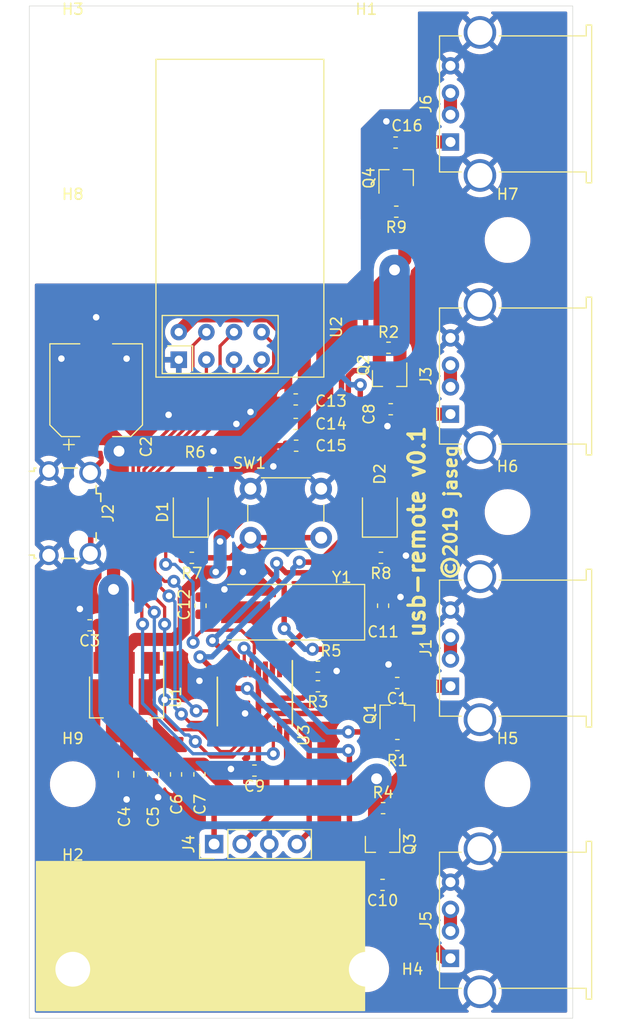
<source format=kicad_pcb>
(kicad_pcb (version 20190605) (host pcbnew "(5.99.0-52-gefbc802f4)")

  (general
    (thickness 1.6)
    (drawings 8)
    (tracks 386)
    (modules 51)
    (nets 34)
  )

  (page "A4")
  (layers
    (0 "F.Cu" signal)
    (31 "B.Cu" signal)
    (32 "B.Adhes" user)
    (33 "F.Adhes" user)
    (34 "B.Paste" user)
    (35 "F.Paste" user)
    (36 "B.SilkS" user)
    (37 "F.SilkS" user)
    (38 "B.Mask" user)
    (39 "F.Mask" user)
    (40 "Dwgs.User" user)
    (41 "Cmts.User" user)
    (42 "Eco1.User" user)
    (43 "Eco2.User" user)
    (44 "Edge.Cuts" user)
    (45 "Margin" user)
    (46 "B.CrtYd" user)
    (47 "F.CrtYd" user)
    (48 "B.Fab" user)
    (49 "F.Fab" user)
  )

  (setup
    (last_trace_width 0.25)
    (user_trace_width 0.2)
    (user_trace_width 0.3)
    (user_trace_width 0.5)
    (user_trace_width 0.8)
    (user_trace_width 1.2)
    (user_trace_width 1.8)
    (user_trace_width 2.8)
    (trace_clearance 0.125)
    (zone_clearance 0.508)
    (zone_45_only no)
    (trace_min 0.2)
    (via_size 0.8)
    (via_drill 0.4)
    (via_min_size 0.4)
    (via_min_drill 0.3)
    (user_via 0.6 0.3)
    (user_via 0.8 0.4)
    (user_via 1.2 0.6)
    (user_via 2 1)
    (uvia_size 0.3)
    (uvia_drill 0.1)
    (uvias_allowed no)
    (uvia_min_size 0.2)
    (uvia_min_drill 0.1)
    (max_error 0.005)
    (defaults
      (edge_clearance 0.01)
      (edge_cuts_line_width 0.05)
      (courtyard_line_width 0.05)
      (copper_line_width 0.2)
      (copper_text_dims (size 1.5 1.5) (thickness 0.3) keep_upright)
      (silk_line_width 0.12)
      (silk_text_dims (size 1 1) (thickness 0.15) keep_upright)
      (other_layers_line_width 0.1)
      (other_layers_text_dims (size 1 1) (thickness 0.15) keep_upright)
    )
    (pad_size 3.2 3.2)
    (pad_drill 3.2)
    (pad_to_mask_clearance 0.051)
    (solder_mask_min_width 0.25)
    (aux_axis_origin 0 0)
    (visible_elements FFFDFF7F)
    (pcbplotparams
      (layerselection 0x010fc_ffffffff)
      (usegerberextensions false)
      (usegerberattributes false)
      (usegerberadvancedattributes false)
      (creategerberjobfile false)
      (excludeedgelayer true)
      (linewidth 0.100000)
      (plotframeref false)
      (viasonmask false)
      (mode 1)
      (useauxorigin false)
      (hpglpennumber 1)
      (hpglpenspeed 20)
      (hpglpendiameter 15.000000)
      (psnegative false)
      (psa4output false)
      (plotreference true)
      (plotvalue true)
      (plotinvisibletext false)
      (padsonsilk false)
      (subtractmaskfromsilk false)
      (outputformat 1)
      (mirror false)
      (drillshape 0)
      (scaleselection 1)
      (outputdirectory "gerber"))
  )

  (net 0 "")
  (net 1 "GND")
  (net 2 "Net-(C1-Pad1)")
  (net 3 "VBUS")
  (net 4 "Net-(C8-Pad1)")
  (net 5 "+3V3")
  (net 6 "Net-(C10-Pad1)")
  (net 7 "Net-(C11-Pad1)")
  (net 8 "Net-(C12-Pad1)")
  (net 9 "Net-(C16-Pad1)")
  (net 10 "Net-(D1-Pad1)")
  (net 11 "Net-(D2-Pad1)")
  (net 12 "Net-(J1-Pad2)")
  (net 13 "Net-(J2-Pad4)")
  (net 14 "Net-(J2-Pad3)")
  (net 15 "Net-(J2-Pad2)")
  (net 16 "Net-(J3-Pad2)")
  (net 17 "/SWDIO")
  (net 18 "/SWCLK")
  (net 19 "Net-(J5-Pad2)")
  (net 20 "Net-(J6-Pad2)")
  (net 21 "/OE1")
  (net 22 "/OE2")
  (net 23 "/OE3")
  (net 24 "/OE4")
  (net 25 "Net-(R3-Pad2)")
  (net 26 "Net-(R5-Pad2)")
  (net 27 "/LED")
  (net 28 "/NRF_IRQ")
  (net 29 "/NRF_MISO")
  (net 30 "/NRF_MOSI")
  (net 31 "/NRF_SCK")
  (net 32 "/NRF_~CSN")
  (net 33 "/NRF_CE")

  (net_class "Default" "This is the default net class."
    (clearance 0.125)
    (trace_width 0.25)
    (via_dia 0.8)
    (via_drill 0.4)
    (uvia_dia 0.3)
    (uvia_drill 0.1)
    (add_net "+3V3")
    (add_net "/LED")
    (add_net "/OE1")
    (add_net "/OE2")
    (add_net "/OE3")
    (add_net "/OE4")
    (add_net "/SWCLK")
    (add_net "/SWDIO")
    (add_net "GND")
    (add_net "Net-(C1-Pad1)")
    (add_net "Net-(C10-Pad1)")
    (add_net "Net-(C11-Pad1)")
    (add_net "Net-(C12-Pad1)")
    (add_net "Net-(C16-Pad1)")
    (add_net "Net-(C8-Pad1)")
    (add_net "Net-(D1-Pad1)")
    (add_net "Net-(D2-Pad1)")
    (add_net "Net-(J1-Pad2)")
    (add_net "Net-(J2-Pad2)")
    (add_net "Net-(J2-Pad3)")
    (add_net "Net-(J2-Pad4)")
    (add_net "Net-(J3-Pad2)")
    (add_net "Net-(J5-Pad2)")
    (add_net "Net-(J6-Pad2)")
    (add_net "Net-(R3-Pad2)")
    (add_net "Net-(R5-Pad2)")
    (add_net "VBUS")
  )

  (net_class "bus" ""
    (clearance 0.2)
    (trace_width 0.25)
    (via_dia 0.8)
    (via_drill 0.4)
    (uvia_dia 0.3)
    (uvia_drill 0.1)
    (add_net "/NRF_CE")
    (add_net "/NRF_IRQ")
    (add_net "/NRF_MISO")
    (add_net "/NRF_MOSI")
    (add_net "/NRF_SCK")
    (add_net "/NRF_~CSN")
  )

  (module "MountingHole:MountingHole_3.2mm_M3" (layer "F.Cu") (tedit 56D1B4CB) (tstamp 5DC07441)
    (at 155.25 144)
    (descr "Mounting Hole 3.2mm, no annular, M3")
    (tags "mounting hole 3.2mm no annular m3")
    (path "/5DC1ECD9")
    (attr virtual)
    (fp_text reference "H9" (at 0 -4.2) (layer "F.SilkS")
      (effects (font (size 1 1) (thickness 0.15)))
    )
    (fp_text value "MountingHole" (at 0 4.2) (layer "F.Fab")
      (effects (font (size 1 1) (thickness 0.15)))
    )
    (fp_text user "%R" (at 0.3 0) (layer "F.Fab")
      (effects (font (size 1 1) (thickness 0.15)))
    )
    (fp_circle (center 0 0) (end 3.2 0) (layer "Cmts.User") (width 0.15))
    (fp_circle (center 0 0) (end 3.45 0) (layer "F.CrtYd") (width 0.05))
    (pad "1" np_thru_hole circle (at 0 0) (size 3.2 3.2) (drill 3.2) (layers *.Cu *.Mask))
  )

  (module "MountingHole:MountingHole_3.2mm_M3" (layer "F.Cu") (tedit 56D1B4CB) (tstamp 5DC063A2)
    (at 155.25 94)
    (descr "Mounting Hole 3.2mm, no annular, M3")
    (tags "mounting hole 3.2mm no annular m3")
    (path "/5DC15146")
    (attr virtual)
    (fp_text reference "H8" (at 0 -4.2) (layer "F.SilkS")
      (effects (font (size 1 1) (thickness 0.15)))
    )
    (fp_text value "MountingHole" (at 0 4.2) (layer "F.Fab")
      (effects (font (size 1 1) (thickness 0.15)))
    )
    (fp_text user "%R" (at 0.3 0) (layer "F.Fab")
      (effects (font (size 1 1) (thickness 0.15)))
    )
    (fp_circle (center 0 0) (end 3.2 0) (layer "Cmts.User") (width 0.15))
    (fp_circle (center 0 0) (end 3.45 0) (layer "F.CrtYd") (width 0.05))
    (pad "1" np_thru_hole circle (at 0 0) (size 3.2 3.2) (drill 3.2) (layers *.Cu *.Mask))
  )

  (module "MountingHole:MountingHole_3.2mm_M3" (layer "F.Cu") (tedit 56D1B4CB) (tstamp 5DC05388)
    (at 195.25 94)
    (descr "Mounting Hole 3.2mm, no annular, M3")
    (tags "mounting hole 3.2mm no annular m3")
    (path "/5DC0E756")
    (attr virtual)
    (fp_text reference "H7" (at 0 -4.2) (layer "F.SilkS")
      (effects (font (size 1 1) (thickness 0.15)))
    )
    (fp_text value "MountingHole" (at 0 4.2) (layer "F.Fab")
      (effects (font (size 1 1) (thickness 0.15)))
    )
    (fp_text user "%R" (at 0.3 0) (layer "F.Fab")
      (effects (font (size 1 1) (thickness 0.15)))
    )
    (fp_circle (center 0 0) (end 3.2 0) (layer "Cmts.User") (width 0.15))
    (fp_circle (center 0 0) (end 3.45 0) (layer "F.CrtYd") (width 0.05))
    (pad "1" np_thru_hole circle (at 0 0) (size 3.2 3.2) (drill 3.2) (layers *.Cu *.Mask))
  )

  (module "MountingHole:MountingHole_3.2mm_M3" (layer "F.Cu") (tedit 56D1B4CB) (tstamp 5DC05380)
    (at 195.25 119)
    (descr "Mounting Hole 3.2mm, no annular, M3")
    (tags "mounting hole 3.2mm no annular m3")
    (path "/5DC0DA18")
    (attr virtual)
    (fp_text reference "H6" (at 0 -4.2) (layer "F.SilkS")
      (effects (font (size 1 1) (thickness 0.15)))
    )
    (fp_text value "MountingHole" (at 0 4.2) (layer "F.Fab")
      (effects (font (size 1 1) (thickness 0.15)))
    )
    (fp_text user "%R" (at 0.3 0) (layer "F.Fab")
      (effects (font (size 1 1) (thickness 0.15)))
    )
    (fp_circle (center 0 0) (end 3.2 0) (layer "Cmts.User") (width 0.15))
    (fp_circle (center 0 0) (end 3.45 0) (layer "F.CrtYd") (width 0.05))
    (pad "1" np_thru_hole circle (at 0 0) (size 3.2 3.2) (drill 3.2) (layers *.Cu *.Mask))
  )

  (module "MountingHole:MountingHole_3.2mm_M3" (layer "F.Cu") (tedit 56D1B4CB) (tstamp 5DC05378)
    (at 195.25 144)
    (descr "Mounting Hole 3.2mm, no annular, M3")
    (tags "mounting hole 3.2mm no annular m3")
    (path "/5DC09D5A")
    (attr virtual)
    (fp_text reference "H5" (at 0 -4.2) (layer "F.SilkS")
      (effects (font (size 1 1) (thickness 0.15)))
    )
    (fp_text value "MountingHole" (at 0 4.2) (layer "F.Fab")
      (effects (font (size 1 1) (thickness 0.15)))
    )
    (fp_text user "%R" (at 0.3 0) (layer "F.Fab")
      (effects (font (size 1 1) (thickness 0.15)))
    )
    (fp_circle (center 0 0) (end 3.2 0) (layer "Cmts.User") (width 0.15))
    (fp_circle (center 0 0) (end 3.45 0) (layer "F.CrtYd") (width 0.05))
    (pad "1" np_thru_hole circle (at 0 0) (size 3.2 3.2) (drill 3.2) (layers *.Cu *.Mask))
  )

  (module "Crystal:Crystal_SMD_HC49-SD" (layer "F.Cu") (tedit 5A1AD52C) (tstamp 5DB79AB1)
    (at 175.4 128.2 180)
    (descr "SMD Crystal HC-49-SD http://cdn-reichelt.de/documents/datenblatt/B400/xxx-HC49-SMD.pdf, 11.4x4.7mm^2 package")
    (tags "SMD SMT crystal")
    (path "/5DF37704")
    (attr smd)
    (fp_text reference "Y1" (at -4.6 3.2) (layer "F.SilkS")
      (effects (font (size 1 1) (thickness 0.15)))
    )
    (fp_text value "DNP" (at 0 3.55) (layer "F.Fab")
      (effects (font (size 1 1) (thickness 0.15)))
    )
    (fp_arc (start 3.015 0) (end 3.015 -2.115) (angle 180) (layer "F.Fab") (width 0.1))
    (fp_arc (start -3.015 0) (end -3.015 -2.115) (angle -180) (layer "F.Fab") (width 0.1))
    (fp_line (start 6.8 -2.6) (end -6.8 -2.6) (layer "F.CrtYd") (width 0.05))
    (fp_line (start 6.8 2.6) (end 6.8 -2.6) (layer "F.CrtYd") (width 0.05))
    (fp_line (start -6.8 2.6) (end 6.8 2.6) (layer "F.CrtYd") (width 0.05))
    (fp_line (start -6.8 -2.6) (end -6.8 2.6) (layer "F.CrtYd") (width 0.05))
    (fp_line (start -6.7 2.55) (end 5.9 2.55) (layer "F.SilkS") (width 0.12))
    (fp_line (start -6.7 -2.55) (end -6.7 2.55) (layer "F.SilkS") (width 0.12))
    (fp_line (start 5.9 -2.55) (end -6.7 -2.55) (layer "F.SilkS") (width 0.12))
    (fp_line (start -3.015 2.115) (end 3.015 2.115) (layer "F.Fab") (width 0.1))
    (fp_line (start -3.015 -2.115) (end 3.015 -2.115) (layer "F.Fab") (width 0.1))
    (fp_line (start 5.7 -2.35) (end -5.7 -2.35) (layer "F.Fab") (width 0.1))
    (fp_line (start 5.7 2.35) (end 5.7 -2.35) (layer "F.Fab") (width 0.1))
    (fp_line (start -5.7 2.35) (end 5.7 2.35) (layer "F.Fab") (width 0.1))
    (fp_line (start -5.7 -2.35) (end -5.7 2.35) (layer "F.Fab") (width 0.1))
    (fp_text user "%R" (at 0 0) (layer "F.Fab")
      (effects (font (size 1 1) (thickness 0.15)))
    )
    (pad "2" smd rect (at 4.25 0 180) (size 4.5 2) (layers "F.Cu" "F.Paste" "F.Mask")
      (net 8 "Net-(C12-Pad1)"))
    (pad "1" smd rect (at -4.25 0 180) (size 4.5 2) (layers "F.Cu" "F.Paste" "F.Mask")
      (net 7 "Net-(C11-Pad1)"))
    (model "${KISYS3DMOD}/Crystal.3dshapes/Crystal_SMD_HC49-SD.wrl"
      (at (xyz 0 0 0))
      (scale (xyz 1 1 1))
      (rotate (xyz 0 0 0))
    )
  )

  (module "MountingHole:MountingHole_3.2mm_M3" (layer "F.Cu") (tedit 5DC04975) (tstamp 5DB7824B)
    (at 182.25 161)
    (descr "Mounting Hole 3.2mm, no annular, M3")
    (tags "mounting hole 3.2mm no annular m3")
    (path "/5DF22DF1")
    (attr virtual)
    (fp_text reference "H4" (at 4.25 0) (layer "F.SilkS")
      (effects (font (size 1 1) (thickness 0.15)))
    )
    (fp_text value "MountingHole" (at 0 4.2) (layer "F.Fab")
      (effects (font (size 1 1) (thickness 0.15)))
    )
    (fp_circle (center 0 0) (end 3.45 0) (layer "F.CrtYd") (width 0.05))
    (fp_circle (center 0 0) (end 3.2 0) (layer "Cmts.User") (width 0.15))
    (fp_text user "%R" (at 0.3 0) (layer "F.Fab")
      (effects (font (size 1 1) (thickness 0.15)))
    )
    (pad "" np_thru_hole circle (at 0 0) (size 3.2 3.2) (drill 3.2) (layers *.Cu *.Mask))
  )

  (module "MountingHole:MountingHole_3.2mm_M3" (layer "F.Cu") (tedit 56D1B4CB) (tstamp 5DB78243)
    (at 155.25 77)
    (descr "Mounting Hole 3.2mm, no annular, M3")
    (tags "mounting hole 3.2mm no annular m3")
    (path "/5DF22DE5")
    (attr virtual)
    (fp_text reference "H3" (at 0 -4.2) (layer "F.SilkS")
      (effects (font (size 1 1) (thickness 0.15)))
    )
    (fp_text value "MountingHole" (at 0 4.2) (layer "F.Fab")
      (effects (font (size 1 1) (thickness 0.15)))
    )
    (fp_circle (center 0 0) (end 3.45 0) (layer "F.CrtYd") (width 0.05))
    (fp_circle (center 0 0) (end 3.2 0) (layer "Cmts.User") (width 0.15))
    (fp_text user "%R" (at 0.3 0) (layer "F.Fab")
      (effects (font (size 1 1) (thickness 0.15)))
    )
    (pad "1" np_thru_hole circle (at 0 0) (size 3.2 3.2) (drill 3.2) (layers *.Cu *.Mask))
  )

  (module "MountingHole:MountingHole_3.2mm_M3" (layer "F.Cu") (tedit 56D1B4CB) (tstamp 5DB7823B)
    (at 155.25 161)
    (descr "Mounting Hole 3.2mm, no annular, M3")
    (tags "mounting hole 3.2mm no annular m3")
    (path "/5DF1C928")
    (attr virtual)
    (fp_text reference "H2" (at 0 -10.5) (layer "F.SilkS")
      (effects (font (size 1 1) (thickness 0.15)))
    )
    (fp_text value "MountingHole" (at 0 4.2) (layer "F.Fab")
      (effects (font (size 1 1) (thickness 0.15)))
    )
    (fp_circle (center 0 0) (end 3.45 0) (layer "F.CrtYd") (width 0.05))
    (fp_circle (center 0 0) (end 3.2 0) (layer "Cmts.User") (width 0.15))
    (fp_text user "%R" (at 0.3 0) (layer "F.Fab")
      (effects (font (size 1 1) (thickness 0.15)))
    )
    (pad "1" np_thru_hole circle (at 0 0) (size 3.2 3.2) (drill 3.2) (layers *.Cu *.Mask))
  )

  (module "MountingHole:MountingHole_3.2mm_M3" (layer "F.Cu") (tedit 56D1B4CB) (tstamp 5DB78233)
    (at 182.25 77)
    (descr "Mounting Hole 3.2mm, no annular, M3")
    (tags "mounting hole 3.2mm no annular m3")
    (path "/5DF193D3")
    (attr virtual)
    (fp_text reference "H1" (at 0 -4.2) (layer "F.SilkS")
      (effects (font (size 1 1) (thickness 0.15)))
    )
    (fp_text value "MountingHole" (at 0 4.2) (layer "F.Fab")
      (effects (font (size 1 1) (thickness 0.15)))
    )
    (fp_circle (center 0 0) (end 3.45 0) (layer "F.CrtYd") (width 0.05))
    (fp_circle (center 0 0) (end 3.2 0) (layer "Cmts.User") (width 0.15))
    (fp_text user "%R" (at 0.3 0) (layer "F.Fab")
      (effects (font (size 1 1) (thickness 0.15)))
    )
    (pad "1" np_thru_hole circle (at 0 0) (size 3.2 3.2) (drill 3.2) (layers *.Cu *.Mask))
  )

  (module "Package_SO:TSSOP-20_4.4x6.5mm_P0.65mm" (layer "F.Cu") (tedit 5A02F25C) (tstamp 5DB7539E)
    (at 172 136.4 270)
    (descr "20-Lead Plastic Thin Shrink Small Outline (ST)-4.4 mm Body [TSSOP] (see Microchip Packaging Specification 00000049BS.pdf)")
    (tags "SSOP 0.65")
    (path "/5DBCE722")
    (attr smd)
    (fp_text reference "U3" (at 3.1 -4.5 90) (layer "F.SilkS")
      (effects (font (size 1 1) (thickness 0.15)))
    )
    (fp_text value "STM32F030F4Px" (at 0 4.3 90) (layer "F.Fab")
      (effects (font (size 1 1) (thickness 0.15)))
    )
    (fp_text user "%R" (at 0 0 90) (layer "F.Fab")
      (effects (font (size 0.8 0.8) (thickness 0.15)))
    )
    (fp_line (start -3.75 -3.45) (end 2.225 -3.45) (layer "F.SilkS") (width 0.15))
    (fp_line (start -2.225 3.45) (end 2.225 3.45) (layer "F.SilkS") (width 0.15))
    (fp_line (start -3.95 3.55) (end 3.95 3.55) (layer "F.CrtYd") (width 0.05))
    (fp_line (start -3.95 -3.55) (end 3.95 -3.55) (layer "F.CrtYd") (width 0.05))
    (fp_line (start 3.95 -3.55) (end 3.95 3.55) (layer "F.CrtYd") (width 0.05))
    (fp_line (start -3.95 -3.55) (end -3.95 3.55) (layer "F.CrtYd") (width 0.05))
    (fp_line (start -2.2 -2.25) (end -1.2 -3.25) (layer "F.Fab") (width 0.15))
    (fp_line (start -2.2 3.25) (end -2.2 -2.25) (layer "F.Fab") (width 0.15))
    (fp_line (start 2.2 3.25) (end -2.2 3.25) (layer "F.Fab") (width 0.15))
    (fp_line (start 2.2 -3.25) (end 2.2 3.25) (layer "F.Fab") (width 0.15))
    (fp_line (start -1.2 -3.25) (end 2.2 -3.25) (layer "F.Fab") (width 0.15))
    (pad "20" smd rect (at 2.95 -2.925 270) (size 1.45 0.45) (layers "F.Cu" "F.Paste" "F.Mask")
      (net 18 "/SWCLK"))
    (pad "19" smd rect (at 2.95 -2.275 270) (size 1.45 0.45) (layers "F.Cu" "F.Paste" "F.Mask")
      (net 17 "/SWDIO"))
    (pad "18" smd rect (at 2.95 -1.625 270) (size 1.45 0.45) (layers "F.Cu" "F.Paste" "F.Mask")
      (net 32 "/NRF_~CSN"))
    (pad "17" smd rect (at 2.95 -0.975 270) (size 1.45 0.45) (layers "F.Cu" "F.Paste" "F.Mask")
      (net 27 "/LED"))
    (pad "16" smd rect (at 2.95 -0.325 270) (size 1.45 0.45) (layers "F.Cu" "F.Paste" "F.Mask")
      (net 5 "+3V3"))
    (pad "15" smd rect (at 2.95 0.325 270) (size 1.45 0.45) (layers "F.Cu" "F.Paste" "F.Mask")
      (net 1 "GND"))
    (pad "14" smd rect (at 2.95 0.975 270) (size 1.45 0.45) (layers "F.Cu" "F.Paste" "F.Mask")
      (net 33 "/NRF_CE"))
    (pad "13" smd rect (at 2.95 1.625 270) (size 1.45 0.45) (layers "F.Cu" "F.Paste" "F.Mask")
      (net 30 "/NRF_MOSI"))
    (pad "12" smd rect (at 2.95 2.275 270) (size 1.45 0.45) (layers "F.Cu" "F.Paste" "F.Mask")
      (net 29 "/NRF_MISO"))
    (pad "11" smd rect (at 2.95 2.925 270) (size 1.45 0.45) (layers "F.Cu" "F.Paste" "F.Mask")
      (net 31 "/NRF_SCK"))
    (pad "10" smd rect (at -2.95 2.925 270) (size 1.45 0.45) (layers "F.Cu" "F.Paste" "F.Mask")
      (net 24 "/OE4"))
    (pad "9" smd rect (at -2.95 2.275 270) (size 1.45 0.45) (layers "F.Cu" "F.Paste" "F.Mask")
      (net 23 "/OE3"))
    (pad "8" smd rect (at -2.95 1.625 270) (size 1.45 0.45) (layers "F.Cu" "F.Paste" "F.Mask")
      (net 22 "/OE2"))
    (pad "7" smd rect (at -2.95 0.975 270) (size 1.45 0.45) (layers "F.Cu" "F.Paste" "F.Mask")
      (net 21 "/OE1"))
    (pad "6" smd rect (at -2.95 0.325 270) (size 1.45 0.45) (layers "F.Cu" "F.Paste" "F.Mask")
      (net 28 "/NRF_IRQ"))
    (pad "5" smd rect (at -2.95 -0.325 270) (size 1.45 0.45) (layers "F.Cu" "F.Paste" "F.Mask")
      (net 5 "+3V3"))
    (pad "4" smd rect (at -2.95 -0.975 270) (size 1.45 0.45) (layers "F.Cu" "F.Paste" "F.Mask")
      (net 25 "Net-(R3-Pad2)"))
    (pad "3" smd rect (at -2.95 -1.625 270) (size 1.45 0.45) (layers "F.Cu" "F.Paste" "F.Mask")
      (net 8 "Net-(C12-Pad1)"))
    (pad "2" smd rect (at -2.95 -2.275 270) (size 1.45 0.45) (layers "F.Cu" "F.Paste" "F.Mask")
      (net 7 "Net-(C11-Pad1)"))
    (pad "1" smd rect (at -2.95 -2.925 270) (size 1.45 0.45) (layers "F.Cu" "F.Paste" "F.Mask")
      (net 26 "Net-(R5-Pad2)"))
    (model "${KISYS3DMOD}/Package_SO.3dshapes/TSSOP-20_4.4x6.5mm_P0.65mm.wrl"
      (at (xyz 0 0 0))
      (scale (xyz 1 1 1))
      (rotate (xyz 0 0 0))
    )
  )

  (module "RF_Module:nRF24L01_Breakout" (layer "F.Cu") (tedit 5A056C61) (tstamp 5DB7616F)
    (at 165 105 90)
    (descr "nRF24L01 breakout board")
    (tags "nRF24L01 adapter breakout")
    (path "/5DC2AD3E")
    (fp_text reference "U2" (at 3 14.5 270) (layer "F.SilkS")
      (effects (font (size 1 1) (thickness 0.15)))
    )
    (fp_text value "NRF24L01_Breakout" (at 13 5 90) (layer "F.Fab")
      (effects (font (size 1 1) (thickness 0.15)))
    )
    (fp_text user "%R" (at 4 -3.5 90) (layer "F.Fab")
      (effects (font (size 1 1) (thickness 0.15)))
    )
    (fp_line (start 27.75 -2.25) (end 27.75 -2.25) (layer "F.CrtYd") (width 0.05))
    (fp_line (start 27.75 13.5) (end 27.75 -2.25) (layer "F.CrtYd") (width 0.05))
    (fp_line (start -1.75 13.5) (end 27.75 13.5) (layer "F.CrtYd") (width 0.05))
    (fp_line (start -1.75 -2.25) (end -1.75 13.5) (layer "F.CrtYd") (width 0.05))
    (fp_line (start 27.75 -2.25) (end -1.75 -2.25) (layer "F.CrtYd") (width 0.05))
    (fp_line (start -1.27 -1.524) (end -1.27 -1.524) (layer "F.SilkS") (width 0.12))
    (fp_line (start -1.27 9.144) (end -1.27 -1.524) (layer "F.SilkS") (width 0.12))
    (fp_line (start -1.6 -2.1) (end -1.6 -2.1) (layer "F.SilkS") (width 0.12))
    (fp_line (start -1.6 13.35) (end -1.6 -2.1) (layer "F.SilkS") (width 0.12))
    (fp_line (start 27.6 13.35) (end -1.6 13.35) (layer "F.SilkS") (width 0.12))
    (fp_line (start 27.6 -2.1) (end 27.6 13.35) (layer "F.SilkS") (width 0.12))
    (fp_line (start -1.6 -2.1) (end 27.6 -2.1) (layer "F.SilkS") (width 0.12))
    (fp_line (start -1.016 1.27) (end -1.016 1.27) (layer "F.SilkS") (width 0.12))
    (fp_line (start 1.27 1.27) (end -1.016 1.27) (layer "F.SilkS") (width 0.12))
    (fp_line (start 1.27 -1.016) (end 1.27 1.27) (layer "F.SilkS") (width 0.12))
    (fp_line (start -1.27 9.144) (end -1.27 9.144) (layer "F.SilkS") (width 0.12))
    (fp_line (start 4.064 9.144) (end -1.27 9.144) (layer "F.SilkS") (width 0.12))
    (fp_line (start 4.064 -1.524) (end 4.064 9.144) (layer "F.SilkS") (width 0.12))
    (fp_line (start -1.27 -1.524) (end 4.064 -1.524) (layer "F.SilkS") (width 0.12))
    (fp_line (start -1.27 -1.27) (end -1.27 -1.27) (layer "F.Fab") (width 0.1))
    (fp_line (start -1.27 8.89) (end -1.27 -1.27) (layer "F.Fab") (width 0.1))
    (fp_line (start 3.81 8.89) (end -1.27 8.89) (layer "F.Fab") (width 0.1))
    (fp_line (start 3.81 -1.27) (end 3.81 8.89) (layer "F.Fab") (width 0.1))
    (fp_line (start -1.27 -1.27) (end 3.81 -1.27) (layer "F.Fab") (width 0.1))
    (fp_line (start -1.5 -2) (end -1.5 -2) (layer "F.Fab") (width 0.1))
    (fp_line (start -1.5 13.25) (end -1.5 -2) (layer "F.Fab") (width 0.1))
    (fp_line (start 27.5 13.25) (end -1.5 13.25) (layer "F.Fab") (width 0.1))
    (fp_line (start 27.5 -2) (end 27.5 13.25) (layer "F.Fab") (width 0.1))
    (fp_line (start -1.5 -2) (end 27.5 -2) (layer "F.Fab") (width 0.1))
    (pad "8" thru_hole circle (at 2.54 7.62 90) (size 1.524 1.524) (drill 0.762) (layers *.Cu *.Mask)
      (net 28 "/NRF_IRQ"))
    (pad "7" thru_hole circle (at 0 7.62 90) (size 1.524 1.524) (drill 0.762) (layers *.Cu *.Mask)
      (net 29 "/NRF_MISO"))
    (pad "6" thru_hole circle (at 2.54 5.08 90) (size 1.524 1.524) (drill 0.762) (layers *.Cu *.Mask)
      (net 30 "/NRF_MOSI"))
    (pad "5" thru_hole circle (at 0 5.08 90) (size 1.524 1.524) (drill 0.762) (layers *.Cu *.Mask)
      (net 31 "/NRF_SCK"))
    (pad "4" thru_hole circle (at 2.54 2.54 90) (size 1.524 1.524) (drill 0.762) (layers *.Cu *.Mask)
      (net 32 "/NRF_~CSN"))
    (pad "3" thru_hole circle (at 0 2.54 90) (size 1.524 1.524) (drill 0.762) (layers *.Cu *.Mask)
      (net 33 "/NRF_CE"))
    (pad "2" thru_hole circle (at 2.54 0 90) (size 1.524 1.524) (drill 0.762) (layers *.Cu *.Mask)
      (net 5 "+3V3"))
    (pad "1" thru_hole rect (at 0 0 90) (size 1.524 1.524) (drill 0.762) (layers *.Cu *.Mask)
      (net 1 "GND"))
    (model "${KISYS3DMOD}/RF_Module.3dshapes/nRF24L01_Breakout.wrl"
      (at (xyz 0 0 0))
      (scale (xyz 1 1 1))
      (rotate (xyz 0 0 0))
    )
  )

  (module "Package_TO_SOT_SMD:SOT-223-3_TabPin2" (layer "F.Cu") (tedit 5A02FF57) (tstamp 5DB75350)
    (at 160.2 136 270)
    (descr "module CMS SOT223 4 pins")
    (tags "CMS SOT")
    (path "/5DC37A05")
    (attr smd)
    (fp_text reference "U1" (at 0 -4.5 90) (layer "F.SilkS")
      (effects (font (size 1 1) (thickness 0.15)))
    )
    (fp_text value "AMS1117-3.3" (at 0 4.5 90) (layer "F.Fab")
      (effects (font (size 1 1) (thickness 0.15)))
    )
    (fp_line (start 1.85 -3.35) (end 1.85 3.35) (layer "F.Fab") (width 0.1))
    (fp_line (start -1.85 3.35) (end 1.85 3.35) (layer "F.Fab") (width 0.1))
    (fp_line (start -4.1 -3.41) (end 1.91 -3.41) (layer "F.SilkS") (width 0.12))
    (fp_line (start -0.85 -3.35) (end 1.85 -3.35) (layer "F.Fab") (width 0.1))
    (fp_line (start -1.85 3.41) (end 1.91 3.41) (layer "F.SilkS") (width 0.12))
    (fp_line (start -1.85 -2.35) (end -1.85 3.35) (layer "F.Fab") (width 0.1))
    (fp_line (start -1.85 -2.35) (end -0.85 -3.35) (layer "F.Fab") (width 0.1))
    (fp_line (start -4.4 -3.6) (end -4.4 3.6) (layer "F.CrtYd") (width 0.05))
    (fp_line (start -4.4 3.6) (end 4.4 3.6) (layer "F.CrtYd") (width 0.05))
    (fp_line (start 4.4 3.6) (end 4.4 -3.6) (layer "F.CrtYd") (width 0.05))
    (fp_line (start 4.4 -3.6) (end -4.4 -3.6) (layer "F.CrtYd") (width 0.05))
    (fp_line (start 1.91 -3.41) (end 1.91 -2.15) (layer "F.SilkS") (width 0.12))
    (fp_line (start 1.91 3.41) (end 1.91 2.15) (layer "F.SilkS") (width 0.12))
    (fp_text user "%R" (at 0 0) (layer "F.Fab")
      (effects (font (size 0.8 0.8) (thickness 0.12)))
    )
    (pad "1" smd rect (at -3.15 -2.3 270) (size 2 1.5) (layers "F.Cu" "F.Paste" "F.Mask")
      (net 1 "GND"))
    (pad "3" smd rect (at -3.15 2.3 270) (size 2 1.5) (layers "F.Cu" "F.Paste" "F.Mask")
      (net 3 "VBUS"))
    (pad "2" smd rect (at -3.15 0 270) (size 2 1.5) (layers "F.Cu" "F.Paste" "F.Mask")
      (net 5 "+3V3"))
    (pad "2" smd rect (at 3.15 0 270) (size 2 3.8) (layers "F.Cu" "F.Paste" "F.Mask")
      (net 5 "+3V3"))
    (model "${KISYS3DMOD}/Package_TO_SOT_SMD.3dshapes/SOT-223.wrl"
      (at (xyz 0 0 0))
      (scale (xyz 1 1 1))
      (rotate (xyz 0 0 0))
    )
  )

  (module "Button_Switch_THT:SW_PUSH_6mm" (layer "F.Cu") (tedit 5A02FE31) (tstamp 5DB7533A)
    (at 171.6 116.85)
    (descr "https://www.omron.com/ecb/products/pdf/en-b3f.pdf")
    (tags "tact sw push 6mm")
    (path "/5DD83C05")
    (fp_text reference "SW1" (at -0.1 -2.35) (layer "F.SilkS")
      (effects (font (size 1 1) (thickness 0.15)))
    )
    (fp_text value "on_off" (at 3.75 6.7) (layer "F.Fab")
      (effects (font (size 1 1) (thickness 0.15)))
    )
    (fp_circle (center 3.25 2.25) (end 1.25 2.5) (layer "F.Fab") (width 0.1))
    (fp_line (start 6.75 3) (end 6.75 1.5) (layer "F.SilkS") (width 0.12))
    (fp_line (start 5.5 -1) (end 1 -1) (layer "F.SilkS") (width 0.12))
    (fp_line (start -0.25 1.5) (end -0.25 3) (layer "F.SilkS") (width 0.12))
    (fp_line (start 1 5.5) (end 5.5 5.5) (layer "F.SilkS") (width 0.12))
    (fp_line (start 8 -1.25) (end 8 5.75) (layer "F.CrtYd") (width 0.05))
    (fp_line (start 7.75 6) (end -1.25 6) (layer "F.CrtYd") (width 0.05))
    (fp_line (start -1.5 5.75) (end -1.5 -1.25) (layer "F.CrtYd") (width 0.05))
    (fp_line (start -1.25 -1.5) (end 7.75 -1.5) (layer "F.CrtYd") (width 0.05))
    (fp_line (start -1.5 6) (end -1.25 6) (layer "F.CrtYd") (width 0.05))
    (fp_line (start -1.5 5.75) (end -1.5 6) (layer "F.CrtYd") (width 0.05))
    (fp_line (start -1.5 -1.5) (end -1.25 -1.5) (layer "F.CrtYd") (width 0.05))
    (fp_line (start -1.5 -1.25) (end -1.5 -1.5) (layer "F.CrtYd") (width 0.05))
    (fp_line (start 8 -1.5) (end 8 -1.25) (layer "F.CrtYd") (width 0.05))
    (fp_line (start 7.75 -1.5) (end 8 -1.5) (layer "F.CrtYd") (width 0.05))
    (fp_line (start 8 6) (end 8 5.75) (layer "F.CrtYd") (width 0.05))
    (fp_line (start 7.75 6) (end 8 6) (layer "F.CrtYd") (width 0.05))
    (fp_line (start 0.25 -0.75) (end 3.25 -0.75) (layer "F.Fab") (width 0.1))
    (fp_line (start 0.25 5.25) (end 0.25 -0.75) (layer "F.Fab") (width 0.1))
    (fp_line (start 6.25 5.25) (end 0.25 5.25) (layer "F.Fab") (width 0.1))
    (fp_line (start 6.25 -0.75) (end 6.25 5.25) (layer "F.Fab") (width 0.1))
    (fp_line (start 3.25 -0.75) (end 6.25 -0.75) (layer "F.Fab") (width 0.1))
    (fp_text user "%R" (at 3.25 2.25) (layer "F.Fab")
      (effects (font (size 1 1) (thickness 0.15)))
    )
    (pad "1" thru_hole circle (at 6.5 0 90) (size 2 2) (drill 1.1) (layers *.Cu *.Mask)
      (net 1 "GND"))
    (pad "2" thru_hole circle (at 6.5 4.5 90) (size 2 2) (drill 1.1) (layers *.Cu *.Mask)
      (net 27 "/LED"))
    (pad "1" thru_hole circle (at 0 0 90) (size 2 2) (drill 1.1) (layers *.Cu *.Mask)
      (net 1 "GND"))
    (pad "2" thru_hole circle (at 0 4.5 90) (size 2 2) (drill 1.1) (layers *.Cu *.Mask)
      (net 27 "/LED"))
    (model "${KISYS3DMOD}/Button_Switch_THT.3dshapes/SW_PUSH_6mm.wrl"
      (at (xyz 0 0 0))
      (scale (xyz 1 1 1))
      (rotate (xyz 0 0 0))
    )
  )

  (module "Resistor_SMD:R_0603_1608Metric" (layer "F.Cu") (tedit 5B301BBD) (tstamp 5DB7531B)
    (at 185.0125 91.4 180)
    (descr "Resistor SMD 0603 (1608 Metric), square (rectangular) end terminal, IPC_7351 nominal, (Body size source: http://www.tortai-tech.com/upload/download/2011102023233369053.pdf), generated with kicad-footprint-generator")
    (tags "resistor")
    (path "/5DBB913F")
    (attr smd)
    (fp_text reference "R9" (at 0 -1.43) (layer "F.SilkS")
      (effects (font (size 1 1) (thickness 0.15)))
    )
    (fp_text value "100k" (at 0 1.43) (layer "F.Fab")
      (effects (font (size 1 1) (thickness 0.15)))
    )
    (fp_text user "%R" (at 0 0) (layer "F.Fab")
      (effects (font (size 0.4 0.4) (thickness 0.06)))
    )
    (fp_line (start 1.48 0.73) (end -1.48 0.73) (layer "F.CrtYd") (width 0.05))
    (fp_line (start 1.48 -0.73) (end 1.48 0.73) (layer "F.CrtYd") (width 0.05))
    (fp_line (start -1.48 -0.73) (end 1.48 -0.73) (layer "F.CrtYd") (width 0.05))
    (fp_line (start -1.48 0.73) (end -1.48 -0.73) (layer "F.CrtYd") (width 0.05))
    (fp_line (start -0.162779 0.51) (end 0.162779 0.51) (layer "F.SilkS") (width 0.12))
    (fp_line (start -0.162779 -0.51) (end 0.162779 -0.51) (layer "F.SilkS") (width 0.12))
    (fp_line (start 0.8 0.4) (end -0.8 0.4) (layer "F.Fab") (width 0.1))
    (fp_line (start 0.8 -0.4) (end 0.8 0.4) (layer "F.Fab") (width 0.1))
    (fp_line (start -0.8 -0.4) (end 0.8 -0.4) (layer "F.Fab") (width 0.1))
    (fp_line (start -0.8 0.4) (end -0.8 -0.4) (layer "F.Fab") (width 0.1))
    (pad "2" smd roundrect (at 0.7875 0 180) (size 0.875 0.95) (layers "F.Cu" "F.Paste" "F.Mask") (roundrect_rratio 0.25)
      (net 24 "/OE4"))
    (pad "1" smd roundrect (at -0.7875 0 180) (size 0.875 0.95) (layers "F.Cu" "F.Paste" "F.Mask") (roundrect_rratio 0.25)
      (net 3 "VBUS"))
    (model "${KISYS3DMOD}/Resistor_SMD.3dshapes/R_0603_1608Metric.wrl"
      (at (xyz 0 0 0))
      (scale (xyz 1 1 1))
      (rotate (xyz 0 0 0))
    )
  )

  (module "Resistor_SMD:R_0603_1608Metric" (layer "F.Cu") (tedit 5B301BBD) (tstamp 5DB7530A)
    (at 183.6 123.2 180)
    (descr "Resistor SMD 0603 (1608 Metric), square (rectangular) end terminal, IPC_7351 nominal, (Body size source: http://www.tortai-tech.com/upload/download/2011102023233369053.pdf), generated with kicad-footprint-generator")
    (tags "resistor")
    (path "/5DBEA137")
    (attr smd)
    (fp_text reference "R8" (at 0 -1.43) (layer "F.SilkS")
      (effects (font (size 1 1) (thickness 0.15)))
    )
    (fp_text value "1k5" (at 0 1.43) (layer "F.Fab")
      (effects (font (size 1 1) (thickness 0.15)))
    )
    (fp_text user "%R" (at 0 0) (layer "F.Fab")
      (effects (font (size 0.4 0.4) (thickness 0.06)))
    )
    (fp_line (start 1.48 0.73) (end -1.48 0.73) (layer "F.CrtYd") (width 0.05))
    (fp_line (start 1.48 -0.73) (end 1.48 0.73) (layer "F.CrtYd") (width 0.05))
    (fp_line (start -1.48 -0.73) (end 1.48 -0.73) (layer "F.CrtYd") (width 0.05))
    (fp_line (start -1.48 0.73) (end -1.48 -0.73) (layer "F.CrtYd") (width 0.05))
    (fp_line (start -0.162779 0.51) (end 0.162779 0.51) (layer "F.SilkS") (width 0.12))
    (fp_line (start -0.162779 -0.51) (end 0.162779 -0.51) (layer "F.SilkS") (width 0.12))
    (fp_line (start 0.8 0.4) (end -0.8 0.4) (layer "F.Fab") (width 0.1))
    (fp_line (start 0.8 -0.4) (end 0.8 0.4) (layer "F.Fab") (width 0.1))
    (fp_line (start -0.8 -0.4) (end 0.8 -0.4) (layer "F.Fab") (width 0.1))
    (fp_line (start -0.8 0.4) (end -0.8 -0.4) (layer "F.Fab") (width 0.1))
    (pad "2" smd roundrect (at 0.7875 0 180) (size 0.875 0.95) (layers "F.Cu" "F.Paste" "F.Mask") (roundrect_rratio 0.25)
      (net 11 "Net-(D2-Pad1)"))
    (pad "1" smd roundrect (at -0.7875 0 180) (size 0.875 0.95) (layers "F.Cu" "F.Paste" "F.Mask") (roundrect_rratio 0.25)
      (net 1 "GND"))
    (model "${KISYS3DMOD}/Resistor_SMD.3dshapes/R_0603_1608Metric.wrl"
      (at (xyz 0 0 0))
      (scale (xyz 1 1 1))
      (rotate (xyz 0 0 0))
    )
  )

  (module "Resistor_SMD:R_0603_1608Metric" (layer "F.Cu") (tedit 5B301BBD) (tstamp 5DB752F9)
    (at 166.2 123.2 180)
    (descr "Resistor SMD 0603 (1608 Metric), square (rectangular) end terminal, IPC_7351 nominal, (Body size source: http://www.tortai-tech.com/upload/download/2011102023233369053.pdf), generated with kicad-footprint-generator")
    (tags "resistor")
    (path "/5DBCA35B")
    (attr smd)
    (fp_text reference "R7" (at 0 -1.43) (layer "F.SilkS")
      (effects (font (size 1 1) (thickness 0.15)))
    )
    (fp_text value "1k5" (at 0 1.43) (layer "F.Fab")
      (effects (font (size 1 1) (thickness 0.15)))
    )
    (fp_text user "%R" (at 0 0) (layer "F.Fab")
      (effects (font (size 0.4 0.4) (thickness 0.06)))
    )
    (fp_line (start 1.48 0.73) (end -1.48 0.73) (layer "F.CrtYd") (width 0.05))
    (fp_line (start 1.48 -0.73) (end 1.48 0.73) (layer "F.CrtYd") (width 0.05))
    (fp_line (start -1.48 -0.73) (end 1.48 -0.73) (layer "F.CrtYd") (width 0.05))
    (fp_line (start -1.48 0.73) (end -1.48 -0.73) (layer "F.CrtYd") (width 0.05))
    (fp_line (start -0.162779 0.51) (end 0.162779 0.51) (layer "F.SilkS") (width 0.12))
    (fp_line (start -0.162779 -0.51) (end 0.162779 -0.51) (layer "F.SilkS") (width 0.12))
    (fp_line (start 0.8 0.4) (end -0.8 0.4) (layer "F.Fab") (width 0.1))
    (fp_line (start 0.8 -0.4) (end 0.8 0.4) (layer "F.Fab") (width 0.1))
    (fp_line (start -0.8 -0.4) (end 0.8 -0.4) (layer "F.Fab") (width 0.1))
    (fp_line (start -0.8 0.4) (end -0.8 -0.4) (layer "F.Fab") (width 0.1))
    (pad "2" smd roundrect (at 0.7875 0 180) (size 0.875 0.95) (layers "F.Cu" "F.Paste" "F.Mask") (roundrect_rratio 0.25)
      (net 10 "Net-(D1-Pad1)"))
    (pad "1" smd roundrect (at -0.7875 0 180) (size 0.875 0.95) (layers "F.Cu" "F.Paste" "F.Mask") (roundrect_rratio 0.25)
      (net 27 "/LED"))
    (model "${KISYS3DMOD}/Resistor_SMD.3dshapes/R_0603_1608Metric.wrl"
      (at (xyz 0 0 0))
      (scale (xyz 1 1 1))
      (rotate (xyz 0 0 0))
    )
  )

  (module "Resistor_SMD:R_0603_1608Metric" (layer "F.Cu") (tedit 5B301BBD) (tstamp 5DB752E8)
    (at 167.9 115.3 180)
    (descr "Resistor SMD 0603 (1608 Metric), square (rectangular) end terminal, IPC_7351 nominal, (Body size source: http://www.tortai-tech.com/upload/download/2011102023233369053.pdf), generated with kicad-footprint-generator")
    (tags "resistor")
    (path "/5DD4FA88")
    (attr smd)
    (fp_text reference "R6" (at 1.4 1.8) (layer "F.SilkS")
      (effects (font (size 1 1) (thickness 0.15)))
    )
    (fp_text value "10K" (at 0 1.43) (layer "F.Fab")
      (effects (font (size 1 1) (thickness 0.15)))
    )
    (fp_text user "%R" (at 0 0) (layer "F.Fab")
      (effects (font (size 0.4 0.4) (thickness 0.06)))
    )
    (fp_line (start 1.48 0.73) (end -1.48 0.73) (layer "F.CrtYd") (width 0.05))
    (fp_line (start 1.48 -0.73) (end 1.48 0.73) (layer "F.CrtYd") (width 0.05))
    (fp_line (start -1.48 -0.73) (end 1.48 -0.73) (layer "F.CrtYd") (width 0.05))
    (fp_line (start -1.48 0.73) (end -1.48 -0.73) (layer "F.CrtYd") (width 0.05))
    (fp_line (start -0.162779 0.51) (end 0.162779 0.51) (layer "F.SilkS") (width 0.12))
    (fp_line (start -0.162779 -0.51) (end 0.162779 -0.51) (layer "F.SilkS") (width 0.12))
    (fp_line (start 0.8 0.4) (end -0.8 0.4) (layer "F.Fab") (width 0.1))
    (fp_line (start 0.8 -0.4) (end 0.8 0.4) (layer "F.Fab") (width 0.1))
    (fp_line (start -0.8 -0.4) (end 0.8 -0.4) (layer "F.Fab") (width 0.1))
    (fp_line (start -0.8 0.4) (end -0.8 -0.4) (layer "F.Fab") (width 0.1))
    (pad "2" smd roundrect (at 0.7875 0 180) (size 0.875 0.95) (layers "F.Cu" "F.Paste" "F.Mask") (roundrect_rratio 0.25)
      (net 3 "VBUS"))
    (pad "1" smd roundrect (at -0.7875 0 180) (size 0.875 0.95) (layers "F.Cu" "F.Paste" "F.Mask") (roundrect_rratio 0.25)
      (net 10 "Net-(D1-Pad1)"))
    (model "${KISYS3DMOD}/Resistor_SMD.3dshapes/R_0603_1608Metric.wrl"
      (at (xyz 0 0 0))
      (scale (xyz 1 1 1))
      (rotate (xyz 0 0 0))
    )
  )

  (module "Resistor_SMD:R_0603_1608Metric" (layer "F.Cu") (tedit 5B301BBD) (tstamp 5DB752D7)
    (at 177.8 133.2 180)
    (descr "Resistor SMD 0603 (1608 Metric), square (rectangular) end terminal, IPC_7351 nominal, (Body size source: http://www.tortai-tech.com/upload/download/2011102023233369053.pdf), generated with kicad-footprint-generator")
    (tags "resistor")
    (path "/5DB7BC77")
    (attr smd)
    (fp_text reference "R5" (at -1.2 1.45) (layer "F.SilkS")
      (effects (font (size 1 1) (thickness 0.15)))
    )
    (fp_text value "0" (at 0 1.43) (layer "F.Fab")
      (effects (font (size 1 1) (thickness 0.15)))
    )
    (fp_text user "%R" (at 0 0) (layer "F.Fab")
      (effects (font (size 0.4 0.4) (thickness 0.06)))
    )
    (fp_line (start 1.48 0.73) (end -1.48 0.73) (layer "F.CrtYd") (width 0.05))
    (fp_line (start 1.48 -0.73) (end 1.48 0.73) (layer "F.CrtYd") (width 0.05))
    (fp_line (start -1.48 -0.73) (end 1.48 -0.73) (layer "F.CrtYd") (width 0.05))
    (fp_line (start -1.48 0.73) (end -1.48 -0.73) (layer "F.CrtYd") (width 0.05))
    (fp_line (start -0.162779 0.51) (end 0.162779 0.51) (layer "F.SilkS") (width 0.12))
    (fp_line (start -0.162779 -0.51) (end 0.162779 -0.51) (layer "F.SilkS") (width 0.12))
    (fp_line (start 0.8 0.4) (end -0.8 0.4) (layer "F.Fab") (width 0.1))
    (fp_line (start 0.8 -0.4) (end 0.8 0.4) (layer "F.Fab") (width 0.1))
    (fp_line (start -0.8 -0.4) (end 0.8 -0.4) (layer "F.Fab") (width 0.1))
    (fp_line (start -0.8 0.4) (end -0.8 -0.4) (layer "F.Fab") (width 0.1))
    (pad "2" smd roundrect (at 0.7875 0 180) (size 0.875 0.95) (layers "F.Cu" "F.Paste" "F.Mask") (roundrect_rratio 0.25)
      (net 26 "Net-(R5-Pad2)"))
    (pad "1" smd roundrect (at -0.7875 0 180) (size 0.875 0.95) (layers "F.Cu" "F.Paste" "F.Mask") (roundrect_rratio 0.25)
      (net 1 "GND"))
    (model "${KISYS3DMOD}/Resistor_SMD.3dshapes/R_0603_1608Metric.wrl"
      (at (xyz 0 0 0))
      (scale (xyz 1 1 1))
      (rotate (xyz 0 0 0))
    )
  )

  (module "Resistor_SMD:R_0603_1608Metric" (layer "F.Cu") (tedit 5B301BBD) (tstamp 5DB752C6)
    (at 183.8 146.2)
    (descr "Resistor SMD 0603 (1608 Metric), square (rectangular) end terminal, IPC_7351 nominal, (Body size source: http://www.tortai-tech.com/upload/download/2011102023233369053.pdf), generated with kicad-footprint-generator")
    (tags "resistor")
    (path "/5DBB914D")
    (attr smd)
    (fp_text reference "R4" (at 0 -1.43) (layer "F.SilkS")
      (effects (font (size 1 1) (thickness 0.15)))
    )
    (fp_text value "100k" (at 0 1.43) (layer "F.Fab")
      (effects (font (size 1 1) (thickness 0.15)))
    )
    (fp_text user "%R" (at 0 0) (layer "F.Fab")
      (effects (font (size 0.4 0.4) (thickness 0.06)))
    )
    (fp_line (start 1.48 0.73) (end -1.48 0.73) (layer "F.CrtYd") (width 0.05))
    (fp_line (start 1.48 -0.73) (end 1.48 0.73) (layer "F.CrtYd") (width 0.05))
    (fp_line (start -1.48 -0.73) (end 1.48 -0.73) (layer "F.CrtYd") (width 0.05))
    (fp_line (start -1.48 0.73) (end -1.48 -0.73) (layer "F.CrtYd") (width 0.05))
    (fp_line (start -0.162779 0.51) (end 0.162779 0.51) (layer "F.SilkS") (width 0.12))
    (fp_line (start -0.162779 -0.51) (end 0.162779 -0.51) (layer "F.SilkS") (width 0.12))
    (fp_line (start 0.8 0.4) (end -0.8 0.4) (layer "F.Fab") (width 0.1))
    (fp_line (start 0.8 -0.4) (end 0.8 0.4) (layer "F.Fab") (width 0.1))
    (fp_line (start -0.8 -0.4) (end 0.8 -0.4) (layer "F.Fab") (width 0.1))
    (fp_line (start -0.8 0.4) (end -0.8 -0.4) (layer "F.Fab") (width 0.1))
    (pad "2" smd roundrect (at 0.7875 0) (size 0.875 0.95) (layers "F.Cu" "F.Paste" "F.Mask") (roundrect_rratio 0.25)
      (net 23 "/OE3"))
    (pad "1" smd roundrect (at -0.7875 0) (size 0.875 0.95) (layers "F.Cu" "F.Paste" "F.Mask") (roundrect_rratio 0.25)
      (net 3 "VBUS"))
    (model "${KISYS3DMOD}/Resistor_SMD.3dshapes/R_0603_1608Metric.wrl"
      (at (xyz 0 0 0))
      (scale (xyz 1 1 1))
      (rotate (xyz 0 0 0))
    )
  )

  (module "Resistor_SMD:R_0603_1608Metric" (layer "F.Cu") (tedit 5B301BBD) (tstamp 5DB752B5)
    (at 177.8 135 180)
    (descr "Resistor SMD 0603 (1608 Metric), square (rectangular) end terminal, IPC_7351 nominal, (Body size source: http://www.tortai-tech.com/upload/download/2011102023233369053.pdf), generated with kicad-footprint-generator")
    (tags "resistor")
    (path "/5DB733E7")
    (attr smd)
    (fp_text reference "R3" (at 0 -1.43) (layer "F.SilkS")
      (effects (font (size 1 1) (thickness 0.15)))
    )
    (fp_text value "0" (at 0 1.43) (layer "F.Fab")
      (effects (font (size 1 1) (thickness 0.15)))
    )
    (fp_text user "%R" (at 0 0) (layer "F.Fab")
      (effects (font (size 0.4 0.4) (thickness 0.06)))
    )
    (fp_line (start 1.48 0.73) (end -1.48 0.73) (layer "F.CrtYd") (width 0.05))
    (fp_line (start 1.48 -0.73) (end 1.48 0.73) (layer "F.CrtYd") (width 0.05))
    (fp_line (start -1.48 -0.73) (end 1.48 -0.73) (layer "F.CrtYd") (width 0.05))
    (fp_line (start -1.48 0.73) (end -1.48 -0.73) (layer "F.CrtYd") (width 0.05))
    (fp_line (start -0.162779 0.51) (end 0.162779 0.51) (layer "F.SilkS") (width 0.12))
    (fp_line (start -0.162779 -0.51) (end 0.162779 -0.51) (layer "F.SilkS") (width 0.12))
    (fp_line (start 0.8 0.4) (end -0.8 0.4) (layer "F.Fab") (width 0.1))
    (fp_line (start 0.8 -0.4) (end 0.8 0.4) (layer "F.Fab") (width 0.1))
    (fp_line (start -0.8 -0.4) (end 0.8 -0.4) (layer "F.Fab") (width 0.1))
    (fp_line (start -0.8 0.4) (end -0.8 -0.4) (layer "F.Fab") (width 0.1))
    (pad "2" smd roundrect (at 0.7875 0 180) (size 0.875 0.95) (layers "F.Cu" "F.Paste" "F.Mask") (roundrect_rratio 0.25)
      (net 25 "Net-(R3-Pad2)"))
    (pad "1" smd roundrect (at -0.7875 0 180) (size 0.875 0.95) (layers "F.Cu" "F.Paste" "F.Mask") (roundrect_rratio 0.25)
      (net 5 "+3V3"))
    (model "${KISYS3DMOD}/Resistor_SMD.3dshapes/R_0603_1608Metric.wrl"
      (at (xyz 0 0 0))
      (scale (xyz 1 1 1))
      (rotate (xyz 0 0 0))
    )
  )

  (module "Resistor_SMD:R_0603_1608Metric" (layer "F.Cu") (tedit 5B301BBD) (tstamp 5DB752A4)
    (at 184.3 103.9)
    (descr "Resistor SMD 0603 (1608 Metric), square (rectangular) end terminal, IPC_7351 nominal, (Body size source: http://www.tortai-tech.com/upload/download/2011102023233369053.pdf), generated with kicad-footprint-generator")
    (tags "resistor")
    (path "/5DBB0700")
    (attr smd)
    (fp_text reference "R2" (at 0 -1.43) (layer "F.SilkS")
      (effects (font (size 1 1) (thickness 0.15)))
    )
    (fp_text value "100k" (at 0 1.43) (layer "F.Fab")
      (effects (font (size 1 1) (thickness 0.15)))
    )
    (fp_text user "%R" (at 0 0) (layer "F.Fab")
      (effects (font (size 0.4 0.4) (thickness 0.06)))
    )
    (fp_line (start 1.48 0.73) (end -1.48 0.73) (layer "F.CrtYd") (width 0.05))
    (fp_line (start 1.48 -0.73) (end 1.48 0.73) (layer "F.CrtYd") (width 0.05))
    (fp_line (start -1.48 -0.73) (end 1.48 -0.73) (layer "F.CrtYd") (width 0.05))
    (fp_line (start -1.48 0.73) (end -1.48 -0.73) (layer "F.CrtYd") (width 0.05))
    (fp_line (start -0.162779 0.51) (end 0.162779 0.51) (layer "F.SilkS") (width 0.12))
    (fp_line (start -0.162779 -0.51) (end 0.162779 -0.51) (layer "F.SilkS") (width 0.12))
    (fp_line (start 0.8 0.4) (end -0.8 0.4) (layer "F.Fab") (width 0.1))
    (fp_line (start 0.8 -0.4) (end 0.8 0.4) (layer "F.Fab") (width 0.1))
    (fp_line (start -0.8 -0.4) (end 0.8 -0.4) (layer "F.Fab") (width 0.1))
    (fp_line (start -0.8 0.4) (end -0.8 -0.4) (layer "F.Fab") (width 0.1))
    (pad "2" smd roundrect (at 0.7875 0) (size 0.875 0.95) (layers "F.Cu" "F.Paste" "F.Mask") (roundrect_rratio 0.25)
      (net 22 "/OE2"))
    (pad "1" smd roundrect (at -0.7875 0) (size 0.875 0.95) (layers "F.Cu" "F.Paste" "F.Mask") (roundrect_rratio 0.25)
      (net 3 "VBUS"))
    (model "${KISYS3DMOD}/Resistor_SMD.3dshapes/R_0603_1608Metric.wrl"
      (at (xyz 0 0 0))
      (scale (xyz 1 1 1))
      (rotate (xyz 0 0 0))
    )
  )

  (module "Resistor_SMD:R_0603_1608Metric" (layer "F.Cu") (tedit 5B301BBD) (tstamp 5DB75293)
    (at 185.1125 140.4 180)
    (descr "Resistor SMD 0603 (1608 Metric), square (rectangular) end terminal, IPC_7351 nominal, (Body size source: http://www.tortai-tech.com/upload/download/2011102023233369053.pdf), generated with kicad-footprint-generator")
    (tags "resistor")
    (path "/5DB7EE7B")
    (attr smd)
    (fp_text reference "R1" (at 0 -1.43) (layer "F.SilkS")
      (effects (font (size 1 1) (thickness 0.15)))
    )
    (fp_text value "100k" (at 0 1.43) (layer "F.Fab")
      (effects (font (size 1 1) (thickness 0.15)))
    )
    (fp_text user "%R" (at 0 0) (layer "F.Fab")
      (effects (font (size 0.4 0.4) (thickness 0.06)))
    )
    (fp_line (start 1.48 0.73) (end -1.48 0.73) (layer "F.CrtYd") (width 0.05))
    (fp_line (start 1.48 -0.73) (end 1.48 0.73) (layer "F.CrtYd") (width 0.05))
    (fp_line (start -1.48 -0.73) (end 1.48 -0.73) (layer "F.CrtYd") (width 0.05))
    (fp_line (start -1.48 0.73) (end -1.48 -0.73) (layer "F.CrtYd") (width 0.05))
    (fp_line (start -0.162779 0.51) (end 0.162779 0.51) (layer "F.SilkS") (width 0.12))
    (fp_line (start -0.162779 -0.51) (end 0.162779 -0.51) (layer "F.SilkS") (width 0.12))
    (fp_line (start 0.8 0.4) (end -0.8 0.4) (layer "F.Fab") (width 0.1))
    (fp_line (start 0.8 -0.4) (end 0.8 0.4) (layer "F.Fab") (width 0.1))
    (fp_line (start -0.8 -0.4) (end 0.8 -0.4) (layer "F.Fab") (width 0.1))
    (fp_line (start -0.8 0.4) (end -0.8 -0.4) (layer "F.Fab") (width 0.1))
    (pad "2" smd roundrect (at 0.7875 0 180) (size 0.875 0.95) (layers "F.Cu" "F.Paste" "F.Mask") (roundrect_rratio 0.25)
      (net 21 "/OE1"))
    (pad "1" smd roundrect (at -0.7875 0 180) (size 0.875 0.95) (layers "F.Cu" "F.Paste" "F.Mask") (roundrect_rratio 0.25)
      (net 3 "VBUS"))
    (model "${KISYS3DMOD}/Resistor_SMD.3dshapes/R_0603_1608Metric.wrl"
      (at (xyz 0 0 0))
      (scale (xyz 1 1 1))
      (rotate (xyz 0 0 0))
    )
  )

  (module "Package_TO_SOT_SMD:SOT-23" (layer "F.Cu") (tedit 5A02FF57) (tstamp 5DB76EF5)
    (at 185 88.3 90)
    (descr "SOT-23, Standard")
    (tags "SOT-23")
    (path "/5DE3DA3A")
    (attr smd)
    (fp_text reference "Q4" (at 0 -2.5 90) (layer "F.SilkS")
      (effects (font (size 1 1) (thickness 0.15)))
    )
    (fp_text value "IRLML6402" (at 0 2.5 90) (layer "F.Fab")
      (effects (font (size 1 1) (thickness 0.15)))
    )
    (fp_line (start 0.76 1.58) (end -0.7 1.58) (layer "F.SilkS") (width 0.12))
    (fp_line (start 0.76 -1.58) (end -1.4 -1.58) (layer "F.SilkS") (width 0.12))
    (fp_line (start -1.7 1.75) (end -1.7 -1.75) (layer "F.CrtYd") (width 0.05))
    (fp_line (start 1.7 1.75) (end -1.7 1.75) (layer "F.CrtYd") (width 0.05))
    (fp_line (start 1.7 -1.75) (end 1.7 1.75) (layer "F.CrtYd") (width 0.05))
    (fp_line (start -1.7 -1.75) (end 1.7 -1.75) (layer "F.CrtYd") (width 0.05))
    (fp_line (start 0.76 -1.58) (end 0.76 -0.65) (layer "F.SilkS") (width 0.12))
    (fp_line (start 0.76 1.58) (end 0.76 0.65) (layer "F.SilkS") (width 0.12))
    (fp_line (start -0.7 1.52) (end 0.7 1.52) (layer "F.Fab") (width 0.1))
    (fp_line (start 0.7 -1.52) (end 0.7 1.52) (layer "F.Fab") (width 0.1))
    (fp_line (start -0.7 -0.95) (end -0.15 -1.52) (layer "F.Fab") (width 0.1))
    (fp_line (start -0.15 -1.52) (end 0.7 -1.52) (layer "F.Fab") (width 0.1))
    (fp_line (start -0.7 -0.95) (end -0.7 1.5) (layer "F.Fab") (width 0.1))
    (fp_text user "%R" (at 0 0 90) (layer "F.Fab")
      (effects (font (size 0.5 0.5) (thickness 0.075)))
    )
    (pad "3" smd rect (at 1 0 90) (size 0.9 0.8) (layers "F.Cu" "F.Paste" "F.Mask")
      (net 9 "Net-(C16-Pad1)"))
    (pad "2" smd rect (at -1 0.95 90) (size 0.9 0.8) (layers "F.Cu" "F.Paste" "F.Mask")
      (net 3 "VBUS"))
    (pad "1" smd rect (at -1 -0.95 90) (size 0.9 0.8) (layers "F.Cu" "F.Paste" "F.Mask")
      (net 24 "/OE4"))
    (model "${KISYS3DMOD}/Package_TO_SOT_SMD.3dshapes/SOT-23.wrl"
      (at (xyz 0 0 0))
      (scale (xyz 1 1 1))
      (rotate (xyz 0 0 0))
    )
  )

  (module "Package_TO_SOT_SMD:SOT-23" (layer "F.Cu") (tedit 5A02FF57) (tstamp 5DB7526D)
    (at 183.75 149.5 270)
    (descr "SOT-23, Standard")
    (tags "SOT-23")
    (path "/5DE373A4")
    (attr smd)
    (fp_text reference "Q3" (at 0 -2.5 90) (layer "F.SilkS")
      (effects (font (size 1 1) (thickness 0.15)))
    )
    (fp_text value "IRLML6402" (at 0 2.5 90) (layer "F.Fab")
      (effects (font (size 1 1) (thickness 0.15)))
    )
    (fp_line (start 0.76 1.58) (end -0.7 1.58) (layer "F.SilkS") (width 0.12))
    (fp_line (start 0.76 -1.58) (end -1.4 -1.58) (layer "F.SilkS") (width 0.12))
    (fp_line (start -1.7 1.75) (end -1.7 -1.75) (layer "F.CrtYd") (width 0.05))
    (fp_line (start 1.7 1.75) (end -1.7 1.75) (layer "F.CrtYd") (width 0.05))
    (fp_line (start 1.7 -1.75) (end 1.7 1.75) (layer "F.CrtYd") (width 0.05))
    (fp_line (start -1.7 -1.75) (end 1.7 -1.75) (layer "F.CrtYd") (width 0.05))
    (fp_line (start 0.76 -1.58) (end 0.76 -0.65) (layer "F.SilkS") (width 0.12))
    (fp_line (start 0.76 1.58) (end 0.76 0.65) (layer "F.SilkS") (width 0.12))
    (fp_line (start -0.7 1.52) (end 0.7 1.52) (layer "F.Fab") (width 0.1))
    (fp_line (start 0.7 -1.52) (end 0.7 1.52) (layer "F.Fab") (width 0.1))
    (fp_line (start -0.7 -0.95) (end -0.15 -1.52) (layer "F.Fab") (width 0.1))
    (fp_line (start -0.15 -1.52) (end 0.7 -1.52) (layer "F.Fab") (width 0.1))
    (fp_line (start -0.7 -0.95) (end -0.7 1.5) (layer "F.Fab") (width 0.1))
    (fp_text user "%R" (at 0 0) (layer "F.Fab")
      (effects (font (size 0.5 0.5) (thickness 0.075)))
    )
    (pad "3" smd rect (at 1 0 270) (size 0.9 0.8) (layers "F.Cu" "F.Paste" "F.Mask")
      (net 6 "Net-(C10-Pad1)"))
    (pad "2" smd rect (at -1 0.95 270) (size 0.9 0.8) (layers "F.Cu" "F.Paste" "F.Mask")
      (net 3 "VBUS"))
    (pad "1" smd rect (at -1 -0.95 270) (size 0.9 0.8) (layers "F.Cu" "F.Paste" "F.Mask")
      (net 23 "/OE3"))
    (model "${KISYS3DMOD}/Package_TO_SOT_SMD.3dshapes/SOT-23.wrl"
      (at (xyz 0 0 0))
      (scale (xyz 1 1 1))
      (rotate (xyz 0 0 0))
    )
  )

  (module "Package_TO_SOT_SMD:SOT-23" (layer "F.Cu") (tedit 5A02FF57) (tstamp 5DB75258)
    (at 184.4 106.7 270)
    (descr "SOT-23, Standard")
    (tags "SOT-23")
    (path "/5DE2C9EA")
    (attr smd)
    (fp_text reference "Q2" (at -1.2 2.4 90) (layer "F.SilkS")
      (effects (font (size 1 1) (thickness 0.15)))
    )
    (fp_text value "IRLML6402" (at 0 2.5 90) (layer "F.Fab")
      (effects (font (size 1 1) (thickness 0.15)))
    )
    (fp_line (start 0.76 1.58) (end -0.7 1.58) (layer "F.SilkS") (width 0.12))
    (fp_line (start 0.76 -1.58) (end -1.4 -1.58) (layer "F.SilkS") (width 0.12))
    (fp_line (start -1.7 1.75) (end -1.7 -1.75) (layer "F.CrtYd") (width 0.05))
    (fp_line (start 1.7 1.75) (end -1.7 1.75) (layer "F.CrtYd") (width 0.05))
    (fp_line (start 1.7 -1.75) (end 1.7 1.75) (layer "F.CrtYd") (width 0.05))
    (fp_line (start -1.7 -1.75) (end 1.7 -1.75) (layer "F.CrtYd") (width 0.05))
    (fp_line (start 0.76 -1.58) (end 0.76 -0.65) (layer "F.SilkS") (width 0.12))
    (fp_line (start 0.76 1.58) (end 0.76 0.65) (layer "F.SilkS") (width 0.12))
    (fp_line (start -0.7 1.52) (end 0.7 1.52) (layer "F.Fab") (width 0.1))
    (fp_line (start 0.7 -1.52) (end 0.7 1.52) (layer "F.Fab") (width 0.1))
    (fp_line (start -0.7 -0.95) (end -0.15 -1.52) (layer "F.Fab") (width 0.1))
    (fp_line (start -0.15 -1.52) (end 0.7 -1.52) (layer "F.Fab") (width 0.1))
    (fp_line (start -0.7 -0.95) (end -0.7 1.5) (layer "F.Fab") (width 0.1))
    (fp_text user "%R" (at 0 0) (layer "F.Fab")
      (effects (font (size 0.5 0.5) (thickness 0.075)))
    )
    (pad "3" smd rect (at 1 0 270) (size 0.9 0.8) (layers "F.Cu" "F.Paste" "F.Mask")
      (net 4 "Net-(C8-Pad1)"))
    (pad "2" smd rect (at -1 0.95 270) (size 0.9 0.8) (layers "F.Cu" "F.Paste" "F.Mask")
      (net 3 "VBUS"))
    (pad "1" smd rect (at -1 -0.95 270) (size 0.9 0.8) (layers "F.Cu" "F.Paste" "F.Mask")
      (net 22 "/OE2"))
    (model "${KISYS3DMOD}/Package_TO_SOT_SMD.3dshapes/SOT-23.wrl"
      (at (xyz 0 0 0))
      (scale (xyz 1 1 1))
      (rotate (xyz 0 0 0))
    )
  )

  (module "Package_TO_SOT_SMD:SOT-23" (layer "F.Cu") (tedit 5A02FF57) (tstamp 5DB75243)
    (at 185.1 137.5 90)
    (descr "SOT-23, Standard")
    (tags "SOT-23")
    (path "/5DE1B864")
    (attr smd)
    (fp_text reference "Q1" (at 0 -2.5 90) (layer "F.SilkS")
      (effects (font (size 1 1) (thickness 0.15)))
    )
    (fp_text value "IRLML6402" (at 0 2.5 90) (layer "F.Fab")
      (effects (font (size 1 1) (thickness 0.15)))
    )
    (fp_line (start 0.76 1.58) (end -0.7 1.58) (layer "F.SilkS") (width 0.12))
    (fp_line (start 0.76 -1.58) (end -1.4 -1.58) (layer "F.SilkS") (width 0.12))
    (fp_line (start -1.7 1.75) (end -1.7 -1.75) (layer "F.CrtYd") (width 0.05))
    (fp_line (start 1.7 1.75) (end -1.7 1.75) (layer "F.CrtYd") (width 0.05))
    (fp_line (start 1.7 -1.75) (end 1.7 1.75) (layer "F.CrtYd") (width 0.05))
    (fp_line (start -1.7 -1.75) (end 1.7 -1.75) (layer "F.CrtYd") (width 0.05))
    (fp_line (start 0.76 -1.58) (end 0.76 -0.65) (layer "F.SilkS") (width 0.12))
    (fp_line (start 0.76 1.58) (end 0.76 0.65) (layer "F.SilkS") (width 0.12))
    (fp_line (start -0.7 1.52) (end 0.7 1.52) (layer "F.Fab") (width 0.1))
    (fp_line (start 0.7 -1.52) (end 0.7 1.52) (layer "F.Fab") (width 0.1))
    (fp_line (start -0.7 -0.95) (end -0.15 -1.52) (layer "F.Fab") (width 0.1))
    (fp_line (start -0.15 -1.52) (end 0.7 -1.52) (layer "F.Fab") (width 0.1))
    (fp_line (start -0.7 -0.95) (end -0.7 1.5) (layer "F.Fab") (width 0.1))
    (fp_text user "%R" (at 0 0) (layer "F.Fab")
      (effects (font (size 0.5 0.5) (thickness 0.075)))
    )
    (pad "3" smd rect (at 1 0 90) (size 0.9 0.8) (layers "F.Cu" "F.Paste" "F.Mask")
      (net 2 "Net-(C1-Pad1)"))
    (pad "2" smd rect (at -1 0.95 90) (size 0.9 0.8) (layers "F.Cu" "F.Paste" "F.Mask")
      (net 3 "VBUS"))
    (pad "1" smd rect (at -1 -0.95 90) (size 0.9 0.8) (layers "F.Cu" "F.Paste" "F.Mask")
      (net 21 "/OE1"))
    (model "${KISYS3DMOD}/Package_TO_SOT_SMD.3dshapes/SOT-23.wrl"
      (at (xyz 0 0 0))
      (scale (xyz 1 1 1))
      (rotate (xyz 0 0 0))
    )
  )

  (module "Connector_USB:USB_A_Stewart_SS-52100-001_Horizontal" (layer "F.Cu") (tedit 5CB49A87) (tstamp 5DB7522E)
    (at 190 85 90)
    (descr "USB A connector https://belfuse.com/resources/drawings/stewartconnector/dr-stw-ss-52100-001.pdf")
    (tags "USB_A Female Connector receptacle")
    (path "/5DBB9205")
    (fp_text reference "J6" (at 3.5 -2.26 90) (layer "F.SilkS")
      (effects (font (size 1 1) (thickness 0.15)))
    )
    (fp_text value "USB_A" (at 3.5 14.49 90) (layer "F.Fab")
      (effects (font (size 1 1) (thickness 0.15)))
    )
    (fp_line (start -5.15 1.99) (end -4.25 0.69) (layer "F.CrtYd") (width 0.05))
    (fp_line (start -5.15 3.44) (end -5.15 1.99) (layer "F.CrtYd") (width 0.05))
    (fp_line (start -3.25 4.74) (end -4.25 4.74) (layer "F.CrtYd") (width 0.05))
    (fp_line (start -5.15 3.44) (end -4.25 4.74) (layer "F.CrtYd") (width 0.05))
    (fp_line (start -3.25 0.69) (end -4.25 0.69) (layer "F.CrtYd") (width 0.05))
    (fp_line (start 12.15 3.44) (end 11.25 4.74) (layer "F.CrtYd") (width 0.05))
    (fp_line (start -3.25 0.69) (end -3.25 -1.51) (layer "F.CrtYd") (width 0.05))
    (fp_line (start 10.25 -1.51) (end -3.25 -1.51) (layer "F.CrtYd") (width 0.05))
    (fp_line (start 10.25 0.69) (end 10.25 -1.51) (layer "F.CrtYd") (width 0.05))
    (fp_line (start 12.15 1.99) (end 12.15 3.44) (layer "F.CrtYd") (width 0.05))
    (fp_line (start 10.25 0.69) (end 11.25 0.69) (layer "F.CrtYd") (width 0.05))
    (fp_line (start 12.15 1.99) (end 11.25 0.69) (layer "F.CrtYd") (width 0.05))
    (fp_line (start 10.75 12.49) (end 10.75 12.99) (layer "F.Fab") (width 0.1))
    (fp_line (start 9.75 12.49) (end 10.75 12.49) (layer "F.Fab") (width 0.1))
    (fp_line (start -3.75 12.49) (end -2.75 12.49) (layer "F.Fab") (width 0.1))
    (fp_line (start -3.75 12.99) (end -3.75 12.49) (layer "F.Fab") (width 0.1))
    (fp_line (start -3.75 12.99) (end 10.75 12.99) (layer "F.Fab") (width 0.1))
    (fp_line (start -2.75 12.49) (end -2.75 -1.01) (layer "F.Fab") (width 0.1))
    (fp_line (start -2.75 -1.01) (end 9.75 -1.01) (layer "F.Fab") (width 0.1))
    (fp_line (start 9.75 12.49) (end 9.75 -1.01) (layer "F.Fab") (width 0.1))
    (fp_text user "%R" (at 3.5 5.99 90) (layer "F.Fab")
      (effects (font (size 1 1) (thickness 0.15)))
    )
    (fp_line (start -3.75 12.99) (end 10.75 12.99) (layer "F.SilkS") (width 0.12))
    (fp_line (start 10.75 12.99) (end 10.75 12.49) (layer "F.SilkS") (width 0.12))
    (fp_line (start 10.75 12.49) (end 9.75 12.49) (layer "F.SilkS") (width 0.12))
    (fp_line (start 9.75 12.49) (end 9.75 4.49) (layer "F.SilkS") (width 0.12))
    (fp_line (start 9.75 0.99) (end 9.75 -1.01) (layer "F.SilkS") (width 0.12))
    (fp_line (start 9.75 -1.01) (end -2.75 -1.01) (layer "F.SilkS") (width 0.12))
    (fp_line (start -2.75 -1.01) (end -2.75 0.99) (layer "F.SilkS") (width 0.12))
    (fp_line (start -2.75 4.49) (end -2.75 12.49) (layer "F.SilkS") (width 0.12))
    (fp_line (start -2.75 12.49) (end -3.75 12.49) (layer "F.SilkS") (width 0.12))
    (fp_line (start -3.75 12.49) (end -3.75 12.99) (layer "F.SilkS") (width 0.12))
    (fp_line (start -0.5 -1.26) (end 0.5 -1.26) (layer "F.SilkS") (width 0.12))
    (fp_line (start -0.25 -1.01) (end 0 -0.76) (layer "F.Fab") (width 0.1))
    (fp_line (start 0 -0.76) (end 0.25 -1.01) (layer "F.Fab") (width 0.1))
    (fp_line (start -3.25 4.74) (end -3.25 11.99) (layer "F.CrtYd") (width 0.05))
    (fp_line (start -3.25 11.99) (end -4.25 11.99) (layer "F.CrtYd") (width 0.05))
    (fp_line (start -4.25 11.99) (end -4.25 13.49) (layer "F.CrtYd") (width 0.05))
    (fp_line (start -4.25 13.49) (end 11.25 13.49) (layer "F.CrtYd") (width 0.05))
    (fp_line (start 11.25 13.49) (end 11.25 11.99) (layer "F.CrtYd") (width 0.05))
    (fp_line (start 11.25 11.99) (end 10.25 11.99) (layer "F.CrtYd") (width 0.05))
    (fp_line (start 10.25 11.99) (end 10.25 4.74) (layer "F.CrtYd") (width 0.05))
    (fp_line (start 10.25 4.74) (end 11.25 4.74) (layer "F.CrtYd") (width 0.05))
    (pad "4" thru_hole circle (at 7 0 90) (size 1.6 1.6) (drill 0.92) (layers *.Cu *.Mask)
      (net 1 "GND"))
    (pad "3" thru_hole circle (at 4.5 0 90) (size 1.6 1.6) (drill 0.92) (layers *.Cu *.Mask)
      (net 20 "Net-(J6-Pad2)"))
    (pad "2" thru_hole circle (at 2.5 0 90) (size 1.6 1.6) (drill 0.92) (layers *.Cu *.Mask)
      (net 20 "Net-(J6-Pad2)"))
    (pad "1" thru_hole rect (at 0 0 90) (size 1.6 1.6) (drill 0.92) (layers *.Cu *.Mask)
      (net 9 "Net-(C16-Pad1)"))
    (pad "5" thru_hole circle (at -3.07 2.71 90) (size 3 3) (drill 2.3) (layers *.Cu *.Mask)
      (net 1 "GND"))
    (pad "5" thru_hole circle (at 10.07 2.71 90) (size 3 3) (drill 2.3) (layers *.Cu *.Mask)
      (net 1 "GND"))
    (model "${KISYS3DMOD}/Connector_USB.3dshapes/USB_A_Stewart_SS-52100-001_Horizontal.wrl"
      (at (xyz 0 0 0))
      (scale (xyz 1 1 1))
      (rotate (xyz 0 0 0))
    )
  )

  (module "Connector_USB:USB_A_Stewart_SS-52100-001_Horizontal" (layer "F.Cu") (tedit 5CB49A87) (tstamp 5DB751FA)
    (at 190 160 90)
    (descr "USB A connector https://belfuse.com/resources/drawings/stewartconnector/dr-stw-ss-52100-001.pdf")
    (tags "USB_A Female Connector receptacle")
    (path "/5DBB91F1")
    (fp_text reference "J5" (at 3.5 -2.26 90) (layer "F.SilkS")
      (effects (font (size 1 1) (thickness 0.15)))
    )
    (fp_text value "USB_A" (at 3.5 14.49 90) (layer "F.Fab")
      (effects (font (size 1 1) (thickness 0.15)))
    )
    (fp_line (start -5.15 1.99) (end -4.25 0.69) (layer "F.CrtYd") (width 0.05))
    (fp_line (start -5.15 3.44) (end -5.15 1.99) (layer "F.CrtYd") (width 0.05))
    (fp_line (start -3.25 4.74) (end -4.25 4.74) (layer "F.CrtYd") (width 0.05))
    (fp_line (start -5.15 3.44) (end -4.25 4.74) (layer "F.CrtYd") (width 0.05))
    (fp_line (start -3.25 0.69) (end -4.25 0.69) (layer "F.CrtYd") (width 0.05))
    (fp_line (start 12.15 3.44) (end 11.25 4.74) (layer "F.CrtYd") (width 0.05))
    (fp_line (start -3.25 0.69) (end -3.25 -1.51) (layer "F.CrtYd") (width 0.05))
    (fp_line (start 10.25 -1.51) (end -3.25 -1.51) (layer "F.CrtYd") (width 0.05))
    (fp_line (start 10.25 0.69) (end 10.25 -1.51) (layer "F.CrtYd") (width 0.05))
    (fp_line (start 12.15 1.99) (end 12.15 3.44) (layer "F.CrtYd") (width 0.05))
    (fp_line (start 10.25 0.69) (end 11.25 0.69) (layer "F.CrtYd") (width 0.05))
    (fp_line (start 12.15 1.99) (end 11.25 0.69) (layer "F.CrtYd") (width 0.05))
    (fp_line (start 10.75 12.49) (end 10.75 12.99) (layer "F.Fab") (width 0.1))
    (fp_line (start 9.75 12.49) (end 10.75 12.49) (layer "F.Fab") (width 0.1))
    (fp_line (start -3.75 12.49) (end -2.75 12.49) (layer "F.Fab") (width 0.1))
    (fp_line (start -3.75 12.99) (end -3.75 12.49) (layer "F.Fab") (width 0.1))
    (fp_line (start -3.75 12.99) (end 10.75 12.99) (layer "F.Fab") (width 0.1))
    (fp_line (start -2.75 12.49) (end -2.75 -1.01) (layer "F.Fab") (width 0.1))
    (fp_line (start -2.75 -1.01) (end 9.75 -1.01) (layer "F.Fab") (width 0.1))
    (fp_line (start 9.75 12.49) (end 9.75 -1.01) (layer "F.Fab") (width 0.1))
    (fp_text user "%R" (at 3.5 5.99 90) (layer "F.Fab")
      (effects (font (size 1 1) (thickness 0.15)))
    )
    (fp_line (start -3.75 12.99) (end 10.75 12.99) (layer "F.SilkS") (width 0.12))
    (fp_line (start 10.75 12.99) (end 10.75 12.49) (layer "F.SilkS") (width 0.12))
    (fp_line (start 10.75 12.49) (end 9.75 12.49) (layer "F.SilkS") (width 0.12))
    (fp_line (start 9.75 12.49) (end 9.75 4.49) (layer "F.SilkS") (width 0.12))
    (fp_line (start 9.75 0.99) (end 9.75 -1.01) (layer "F.SilkS") (width 0.12))
    (fp_line (start 9.75 -1.01) (end -2.75 -1.01) (layer "F.SilkS") (width 0.12))
    (fp_line (start -2.75 -1.01) (end -2.75 0.99) (layer "F.SilkS") (width 0.12))
    (fp_line (start -2.75 4.49) (end -2.75 12.49) (layer "F.SilkS") (width 0.12))
    (fp_line (start -2.75 12.49) (end -3.75 12.49) (layer "F.SilkS") (width 0.12))
    (fp_line (start -3.75 12.49) (end -3.75 12.99) (layer "F.SilkS") (width 0.12))
    (fp_line (start -0.5 -1.26) (end 0.5 -1.26) (layer "F.SilkS") (width 0.12))
    (fp_line (start -0.25 -1.01) (end 0 -0.76) (layer "F.Fab") (width 0.1))
    (fp_line (start 0 -0.76) (end 0.25 -1.01) (layer "F.Fab") (width 0.1))
    (fp_line (start -3.25 4.74) (end -3.25 11.99) (layer "F.CrtYd") (width 0.05))
    (fp_line (start -3.25 11.99) (end -4.25 11.99) (layer "F.CrtYd") (width 0.05))
    (fp_line (start -4.25 11.99) (end -4.25 13.49) (layer "F.CrtYd") (width 0.05))
    (fp_line (start -4.25 13.49) (end 11.25 13.49) (layer "F.CrtYd") (width 0.05))
    (fp_line (start 11.25 13.49) (end 11.25 11.99) (layer "F.CrtYd") (width 0.05))
    (fp_line (start 11.25 11.99) (end 10.25 11.99) (layer "F.CrtYd") (width 0.05))
    (fp_line (start 10.25 11.99) (end 10.25 4.74) (layer "F.CrtYd") (width 0.05))
    (fp_line (start 10.25 4.74) (end 11.25 4.74) (layer "F.CrtYd") (width 0.05))
    (pad "4" thru_hole circle (at 7 0 90) (size 1.6 1.6) (drill 0.92) (layers *.Cu *.Mask)
      (net 1 "GND"))
    (pad "3" thru_hole circle (at 4.5 0 90) (size 1.6 1.6) (drill 0.92) (layers *.Cu *.Mask)
      (net 19 "Net-(J5-Pad2)"))
    (pad "2" thru_hole circle (at 2.5 0 90) (size 1.6 1.6) (drill 0.92) (layers *.Cu *.Mask)
      (net 19 "Net-(J5-Pad2)"))
    (pad "1" thru_hole rect (at 0 0 90) (size 1.6 1.6) (drill 0.92) (layers *.Cu *.Mask)
      (net 6 "Net-(C10-Pad1)"))
    (pad "5" thru_hole circle (at -3.07 2.71 90) (size 3 3) (drill 2.3) (layers *.Cu *.Mask)
      (net 1 "GND"))
    (pad "5" thru_hole circle (at 10.07 2.71 90) (size 3 3) (drill 2.3) (layers *.Cu *.Mask)
      (net 1 "GND"))
    (model "${KISYS3DMOD}/Connector_USB.3dshapes/USB_A_Stewart_SS-52100-001_Horizontal.wrl"
      (at (xyz 0 0 0))
      (scale (xyz 1 1 1))
      (rotate (xyz 0 0 0))
    )
  )

  (module "Connector_PinHeader_2.54mm:PinHeader_1x04_P2.54mm_Vertical" (layer "F.Cu") (tedit 59FED5CC) (tstamp 5DB751C6)
    (at 168.25 149.5 90)
    (descr "Through hole straight pin header, 1x04, 2.54mm pitch, single row")
    (tags "Through hole pin header THT 1x04 2.54mm single row")
    (path "/5DB6F930")
    (fp_text reference "J4" (at 0 -2.33 90) (layer "F.SilkS")
      (effects (font (size 1 1) (thickness 0.15)))
    )
    (fp_text value "SWD" (at 0 9.95 90) (layer "F.Fab")
      (effects (font (size 1 1) (thickness 0.15)))
    )
    (fp_text user "%R" (at 0 3.81) (layer "F.Fab")
      (effects (font (size 1 1) (thickness 0.15)))
    )
    (fp_line (start 1.8 -1.8) (end -1.8 -1.8) (layer "F.CrtYd") (width 0.05))
    (fp_line (start 1.8 9.4) (end 1.8 -1.8) (layer "F.CrtYd") (width 0.05))
    (fp_line (start -1.8 9.4) (end 1.8 9.4) (layer "F.CrtYd") (width 0.05))
    (fp_line (start -1.8 -1.8) (end -1.8 9.4) (layer "F.CrtYd") (width 0.05))
    (fp_line (start -1.33 -1.33) (end 0 -1.33) (layer "F.SilkS") (width 0.12))
    (fp_line (start -1.33 0) (end -1.33 -1.33) (layer "F.SilkS") (width 0.12))
    (fp_line (start -1.33 1.27) (end 1.33 1.27) (layer "F.SilkS") (width 0.12))
    (fp_line (start 1.33 1.27) (end 1.33 8.95) (layer "F.SilkS") (width 0.12))
    (fp_line (start -1.33 1.27) (end -1.33 8.95) (layer "F.SilkS") (width 0.12))
    (fp_line (start -1.33 8.95) (end 1.33 8.95) (layer "F.SilkS") (width 0.12))
    (fp_line (start -1.27 -0.635) (end -0.635 -1.27) (layer "F.Fab") (width 0.1))
    (fp_line (start -1.27 8.89) (end -1.27 -0.635) (layer "F.Fab") (width 0.1))
    (fp_line (start 1.27 8.89) (end -1.27 8.89) (layer "F.Fab") (width 0.1))
    (fp_line (start 1.27 -1.27) (end 1.27 8.89) (layer "F.Fab") (width 0.1))
    (fp_line (start -0.635 -1.27) (end 1.27 -1.27) (layer "F.Fab") (width 0.1))
    (pad "4" thru_hole oval (at 0 7.62 90) (size 1.7 1.7) (drill 1) (layers *.Cu *.Mask)
      (net 17 "/SWDIO"))
    (pad "3" thru_hole oval (at 0 5.08 90) (size 1.7 1.7) (drill 1) (layers *.Cu *.Mask)
      (net 1 "GND"))
    (pad "2" thru_hole oval (at 0 2.54 90) (size 1.7 1.7) (drill 1) (layers *.Cu *.Mask)
      (net 18 "/SWCLK"))
    (pad "1" thru_hole rect (at 0 0 90) (size 1.7 1.7) (drill 1) (layers *.Cu *.Mask)
      (net 5 "+3V3"))
    (model "${KISYS3DMOD}/Connector_PinHeader_2.54mm.3dshapes/PinHeader_1x04_P2.54mm_Vertical.wrl"
      (at (xyz 0 0 0))
      (scale (xyz 1 1 1))
      (rotate (xyz 0 0 0))
    )
  )

  (module "Connector_USB:USB_A_Stewart_SS-52100-001_Horizontal" (layer "F.Cu") (tedit 5CB49A87) (tstamp 5DB751AE)
    (at 190 110 90)
    (descr "USB A connector https://belfuse.com/resources/drawings/stewartconnector/dr-stw-ss-52100-001.pdf")
    (tags "USB_A Female Connector receptacle")
    (path "/5DBB0759")
    (fp_text reference "J3" (at 3.5 -2.26 90) (layer "F.SilkS")
      (effects (font (size 1 1) (thickness 0.15)))
    )
    (fp_text value "USB_A" (at 3.5 14.49 90) (layer "F.Fab")
      (effects (font (size 1 1) (thickness 0.15)))
    )
    (fp_line (start -5.15 1.99) (end -4.25 0.69) (layer "F.CrtYd") (width 0.05))
    (fp_line (start -5.15 3.44) (end -5.15 1.99) (layer "F.CrtYd") (width 0.05))
    (fp_line (start -3.25 4.74) (end -4.25 4.74) (layer "F.CrtYd") (width 0.05))
    (fp_line (start -5.15 3.44) (end -4.25 4.74) (layer "F.CrtYd") (width 0.05))
    (fp_line (start -3.25 0.69) (end -4.25 0.69) (layer "F.CrtYd") (width 0.05))
    (fp_line (start 12.15 3.44) (end 11.25 4.74) (layer "F.CrtYd") (width 0.05))
    (fp_line (start -3.25 0.69) (end -3.25 -1.51) (layer "F.CrtYd") (width 0.05))
    (fp_line (start 10.25 -1.51) (end -3.25 -1.51) (layer "F.CrtYd") (width 0.05))
    (fp_line (start 10.25 0.69) (end 10.25 -1.51) (layer "F.CrtYd") (width 0.05))
    (fp_line (start 12.15 1.99) (end 12.15 3.44) (layer "F.CrtYd") (width 0.05))
    (fp_line (start 10.25 0.69) (end 11.25 0.69) (layer "F.CrtYd") (width 0.05))
    (fp_line (start 12.15 1.99) (end 11.25 0.69) (layer "F.CrtYd") (width 0.05))
    (fp_line (start 10.75 12.49) (end 10.75 12.99) (layer "F.Fab") (width 0.1))
    (fp_line (start 9.75 12.49) (end 10.75 12.49) (layer "F.Fab") (width 0.1))
    (fp_line (start -3.75 12.49) (end -2.75 12.49) (layer "F.Fab") (width 0.1))
    (fp_line (start -3.75 12.99) (end -3.75 12.49) (layer "F.Fab") (width 0.1))
    (fp_line (start -3.75 12.99) (end 10.75 12.99) (layer "F.Fab") (width 0.1))
    (fp_line (start -2.75 12.49) (end -2.75 -1.01) (layer "F.Fab") (width 0.1))
    (fp_line (start -2.75 -1.01) (end 9.75 -1.01) (layer "F.Fab") (width 0.1))
    (fp_line (start 9.75 12.49) (end 9.75 -1.01) (layer "F.Fab") (width 0.1))
    (fp_text user "%R" (at 3.5 5.99 90) (layer "F.Fab")
      (effects (font (size 1 1) (thickness 0.15)))
    )
    (fp_line (start -3.75 12.99) (end 10.75 12.99) (layer "F.SilkS") (width 0.12))
    (fp_line (start 10.75 12.99) (end 10.75 12.49) (layer "F.SilkS") (width 0.12))
    (fp_line (start 10.75 12.49) (end 9.75 12.49) (layer "F.SilkS") (width 0.12))
    (fp_line (start 9.75 12.49) (end 9.75 4.49) (layer "F.SilkS") (width 0.12))
    (fp_line (start 9.75 0.99) (end 9.75 -1.01) (layer "F.SilkS") (width 0.12))
    (fp_line (start 9.75 -1.01) (end -2.75 -1.01) (layer "F.SilkS") (width 0.12))
    (fp_line (start -2.75 -1.01) (end -2.75 0.99) (layer "F.SilkS") (width 0.12))
    (fp_line (start -2.75 4.49) (end -2.75 12.49) (layer "F.SilkS") (width 0.12))
    (fp_line (start -2.75 12.49) (end -3.75 12.49) (layer "F.SilkS") (width 0.12))
    (fp_line (start -3.75 12.49) (end -3.75 12.99) (layer "F.SilkS") (width 0.12))
    (fp_line (start -0.5 -1.26) (end 0.5 -1.26) (layer "F.SilkS") (width 0.12))
    (fp_line (start -0.25 -1.01) (end 0 -0.76) (layer "F.Fab") (width 0.1))
    (fp_line (start 0 -0.76) (end 0.25 -1.01) (layer "F.Fab") (width 0.1))
    (fp_line (start -3.25 4.74) (end -3.25 11.99) (layer "F.CrtYd") (width 0.05))
    (fp_line (start -3.25 11.99) (end -4.25 11.99) (layer "F.CrtYd") (width 0.05))
    (fp_line (start -4.25 11.99) (end -4.25 13.49) (layer "F.CrtYd") (width 0.05))
    (fp_line (start -4.25 13.49) (end 11.25 13.49) (layer "F.CrtYd") (width 0.05))
    (fp_line (start 11.25 13.49) (end 11.25 11.99) (layer "F.CrtYd") (width 0.05))
    (fp_line (start 11.25 11.99) (end 10.25 11.99) (layer "F.CrtYd") (width 0.05))
    (fp_line (start 10.25 11.99) (end 10.25 4.74) (layer "F.CrtYd") (width 0.05))
    (fp_line (start 10.25 4.74) (end 11.25 4.74) (layer "F.CrtYd") (width 0.05))
    (pad "4" thru_hole circle (at 7 0 90) (size 1.6 1.6) (drill 0.92) (layers *.Cu *.Mask)
      (net 1 "GND"))
    (pad "3" thru_hole circle (at 4.5 0 90) (size 1.6 1.6) (drill 0.92) (layers *.Cu *.Mask)
      (net 16 "Net-(J3-Pad2)"))
    (pad "2" thru_hole circle (at 2.5 0 90) (size 1.6 1.6) (drill 0.92) (layers *.Cu *.Mask)
      (net 16 "Net-(J3-Pad2)"))
    (pad "1" thru_hole rect (at 0 0 90) (size 1.6 1.6) (drill 0.92) (layers *.Cu *.Mask)
      (net 4 "Net-(C8-Pad1)"))
    (pad "5" thru_hole circle (at -3.07 2.71 90) (size 3 3) (drill 2.3) (layers *.Cu *.Mask)
      (net 1 "GND"))
    (pad "5" thru_hole circle (at 10.07 2.71 90) (size 3 3) (drill 2.3) (layers *.Cu *.Mask)
      (net 1 "GND"))
    (model "${KISYS3DMOD}/Connector_USB.3dshapes/USB_A_Stewart_SS-52100-001_Horizontal.wrl"
      (at (xyz 0 0 0))
      (scale (xyz 1 1 1))
      (rotate (xyz 0 0 0))
    )
  )

  (module "Connector_USB:USB_Micro-B_Wuerth_629105150521_CircularHoles" (layer "F.Cu") (tedit 5A142044) (tstamp 5DB7517A)
    (at 155 119.1 270)
    (descr "USB Micro-B receptacle, http://www.mouser.com/ds/2/445/629105150521-469306.pdf")
    (tags "usb micro receptacle")
    (path "/5DB6CB79")
    (attr smd)
    (fp_text reference "J2" (at 0 -3.5 90) (layer "F.SilkS")
      (effects (font (size 1 1) (thickness 0.15)))
    )
    (fp_text value "USB_B_Micro" (at 0 5.6 90) (layer "F.Fab")
      (effects (font (size 1 1) (thickness 0.15)))
    )
    (fp_text user "PCB Edge" (at 0 3.75 90) (layer "Dwgs.User")
      (effects (font (size 0.5 0.5) (thickness 0.08)))
    )
    (fp_text user "%R" (at 0 1.05 90) (layer "F.Fab")
      (effects (font (size 1 1) (thickness 0.15)))
    )
    (fp_line (start 5.28 -3.34) (end -5.27 -3.34) (layer "F.CrtYd") (width 0.05))
    (fp_line (start 5.28 4.85) (end 5.28 -3.34) (layer "F.CrtYd") (width 0.05))
    (fp_line (start -5.27 4.85) (end 5.28 4.85) (layer "F.CrtYd") (width 0.05))
    (fp_line (start -5.27 -3.34) (end -5.27 4.85) (layer "F.CrtYd") (width 0.05))
    (fp_line (start 1.8 -2.4) (end 2.525 -2.4) (layer "F.SilkS") (width 0.15))
    (fp_line (start -1.8 -2.4) (end -2.525 -2.4) (layer "F.SilkS") (width 0.15))
    (fp_line (start -1.8 -2.825) (end -1.8 -2.4) (layer "F.SilkS") (width 0.15))
    (fp_line (start -1.075 -2.825) (end -1.8 -2.825) (layer "F.SilkS") (width 0.15))
    (fp_line (start 4.15 0.75) (end 4.15 -0.65) (layer "F.SilkS") (width 0.15))
    (fp_line (start 4.15 3.3) (end 4.15 3.15) (layer "F.SilkS") (width 0.15))
    (fp_line (start 3.85 3.3) (end 4.15 3.3) (layer "F.SilkS") (width 0.15))
    (fp_line (start 3.85 3.75) (end 3.85 3.3) (layer "F.SilkS") (width 0.15))
    (fp_line (start -3.85 3.3) (end -3.85 3.75) (layer "F.SilkS") (width 0.15))
    (fp_line (start -4.15 3.3) (end -3.85 3.3) (layer "F.SilkS") (width 0.15))
    (fp_line (start -4.15 3.15) (end -4.15 3.3) (layer "F.SilkS") (width 0.15))
    (fp_line (start -4.15 -0.65) (end -4.15 0.75) (layer "F.SilkS") (width 0.15))
    (fp_line (start -1.075 -2.95) (end -1.075 -2.725) (layer "F.Fab") (width 0.15))
    (fp_line (start -1.525 -2.95) (end -1.075 -2.95) (layer "F.Fab") (width 0.15))
    (fp_line (start -1.525 -2.725) (end -1.525 -2.95) (layer "F.Fab") (width 0.15))
    (fp_line (start -1.3 -2.55) (end -1.525 -2.725) (layer "F.Fab") (width 0.15))
    (fp_line (start -1.075 -2.725) (end -1.3 -2.55) (layer "F.Fab") (width 0.15))
    (fp_line (start -2.7 3.75) (end 2.7 3.75) (layer "F.Fab") (width 0.15))
    (fp_line (start 4 -2.25) (end -4 -2.25) (layer "F.Fab") (width 0.15))
    (fp_line (start 4 3.15) (end 4 -2.25) (layer "F.Fab") (width 0.15))
    (fp_line (start 3.7 3.15) (end 4 3.15) (layer "F.Fab") (width 0.15))
    (fp_line (start 3.7 4.35) (end 3.7 3.15) (layer "F.Fab") (width 0.15))
    (fp_line (start -3.7 4.35) (end 3.7 4.35) (layer "F.Fab") (width 0.15))
    (fp_line (start -3.7 3.15) (end -3.7 4.35) (layer "F.Fab") (width 0.15))
    (fp_line (start -4 3.15) (end -3.7 3.15) (layer "F.Fab") (width 0.15))
    (fp_line (start -4 -2.25) (end -4 3.15) (layer "F.Fab") (width 0.15))
    (pad "" np_thru_hole circle (at 2.5 -0.8 270) (size 0.8 0.8) (drill 0.8) (layers *.Cu *.Mask))
    (pad "" np_thru_hole circle (at -2.5 -0.8 270) (size 0.8 0.8) (drill 0.8) (layers *.Cu *.Mask))
    (pad "6" thru_hole circle (at 3.875 1.95 270) (size 1.8 1.8) (drill 1.2) (layers *.Cu *.Mask)
      (net 1 "GND"))
    (pad "6" thru_hole circle (at -3.875 1.95 270) (size 1.8 1.8) (drill 1.2) (layers *.Cu *.Mask)
      (net 1 "GND"))
    (pad "6" thru_hole circle (at 3.725 -1.85 270) (size 2 2) (drill 1.4) (layers *.Cu *.Mask)
      (net 1 "GND"))
    (pad "6" thru_hole circle (at -3.725 -1.85 270) (size 2 2) (drill 1.4) (layers *.Cu *.Mask)
      (net 1 "GND"))
    (pad "5" smd rect (at 1.3 -1.9 270) (size 0.45 1.3) (layers "F.Cu" "F.Paste" "F.Mask")
      (net 1 "GND"))
    (pad "4" smd rect (at 0.65 -1.9 270) (size 0.45 1.3) (layers "F.Cu" "F.Paste" "F.Mask")
      (net 13 "Net-(J2-Pad4)"))
    (pad "3" smd rect (at 0 -1.9 270) (size 0.45 1.3) (layers "F.Cu" "F.Paste" "F.Mask")
      (net 14 "Net-(J2-Pad3)"))
    (pad "2" smd rect (at -0.65 -1.9 270) (size 0.45 1.3) (layers "F.Cu" "F.Paste" "F.Mask")
      (net 15 "Net-(J2-Pad2)"))
    (pad "1" smd rect (at -1.3 -1.9 270) (size 0.45 1.3) (layers "F.Cu" "F.Paste" "F.Mask")
      (net 3 "VBUS"))
    (model "${KISYS3DMOD}/Connector_USB.3dshapes/USB_Micro-B_Wuerth_629105150521_CircularHoles.wrl"
      (at (xyz 0 0 0))
      (scale (xyz 1 1 1))
      (rotate (xyz 0 0 0))
    )
  )

  (module "Connector_USB:USB_A_Stewart_SS-52100-001_Horizontal" (layer "F.Cu") (tedit 5CB49A87) (tstamp 5DB7514B)
    (at 190 135 90)
    (descr "USB A connector https://belfuse.com/resources/drawings/stewartconnector/dr-stw-ss-52100-001.pdf")
    (tags "USB_A Female Connector receptacle")
    (path "/5DB6DD8D")
    (fp_text reference "J1" (at 3.5 -2.26 90) (layer "F.SilkS")
      (effects (font (size 1 1) (thickness 0.15)))
    )
    (fp_text value "USB_A" (at 3.5 14.49 90) (layer "F.Fab")
      (effects (font (size 1 1) (thickness 0.15)))
    )
    (fp_line (start -5.15 1.99) (end -4.25 0.69) (layer "F.CrtYd") (width 0.05))
    (fp_line (start -5.15 3.44) (end -5.15 1.99) (layer "F.CrtYd") (width 0.05))
    (fp_line (start -3.25 4.74) (end -4.25 4.74) (layer "F.CrtYd") (width 0.05))
    (fp_line (start -5.15 3.44) (end -4.25 4.74) (layer "F.CrtYd") (width 0.05))
    (fp_line (start -3.25 0.69) (end -4.25 0.69) (layer "F.CrtYd") (width 0.05))
    (fp_line (start 12.15 3.44) (end 11.25 4.74) (layer "F.CrtYd") (width 0.05))
    (fp_line (start -3.25 0.69) (end -3.25 -1.51) (layer "F.CrtYd") (width 0.05))
    (fp_line (start 10.25 -1.51) (end -3.25 -1.51) (layer "F.CrtYd") (width 0.05))
    (fp_line (start 10.25 0.69) (end 10.25 -1.51) (layer "F.CrtYd") (width 0.05))
    (fp_line (start 12.15 1.99) (end 12.15 3.44) (layer "F.CrtYd") (width 0.05))
    (fp_line (start 10.25 0.69) (end 11.25 0.69) (layer "F.CrtYd") (width 0.05))
    (fp_line (start 12.15 1.99) (end 11.25 0.69) (layer "F.CrtYd") (width 0.05))
    (fp_line (start 10.75 12.49) (end 10.75 12.99) (layer "F.Fab") (width 0.1))
    (fp_line (start 9.75 12.49) (end 10.75 12.49) (layer "F.Fab") (width 0.1))
    (fp_line (start -3.75 12.49) (end -2.75 12.49) (layer "F.Fab") (width 0.1))
    (fp_line (start -3.75 12.99) (end -3.75 12.49) (layer "F.Fab") (width 0.1))
    (fp_line (start -3.75 12.99) (end 10.75 12.99) (layer "F.Fab") (width 0.1))
    (fp_line (start -2.75 12.49) (end -2.75 -1.01) (layer "F.Fab") (width 0.1))
    (fp_line (start -2.75 -1.01) (end 9.75 -1.01) (layer "F.Fab") (width 0.1))
    (fp_line (start 9.75 12.49) (end 9.75 -1.01) (layer "F.Fab") (width 0.1))
    (fp_text user "%R" (at 3.5 5.99 90) (layer "F.Fab")
      (effects (font (size 1 1) (thickness 0.15)))
    )
    (fp_line (start -3.75 12.99) (end 10.75 12.99) (layer "F.SilkS") (width 0.12))
    (fp_line (start 10.75 12.99) (end 10.75 12.49) (layer "F.SilkS") (width 0.12))
    (fp_line (start 10.75 12.49) (end 9.75 12.49) (layer "F.SilkS") (width 0.12))
    (fp_line (start 9.75 12.49) (end 9.75 4.49) (layer "F.SilkS") (width 0.12))
    (fp_line (start 9.75 0.99) (end 9.75 -1.01) (layer "F.SilkS") (width 0.12))
    (fp_line (start 9.75 -1.01) (end -2.75 -1.01) (layer "F.SilkS") (width 0.12))
    (fp_line (start -2.75 -1.01) (end -2.75 0.99) (layer "F.SilkS") (width 0.12))
    (fp_line (start -2.75 4.49) (end -2.75 12.49) (layer "F.SilkS") (width 0.12))
    (fp_line (start -2.75 12.49) (end -3.75 12.49) (layer "F.SilkS") (width 0.12))
    (fp_line (start -3.75 12.49) (end -3.75 12.99) (layer "F.SilkS") (width 0.12))
    (fp_line (start -0.5 -1.26) (end 0.5 -1.26) (layer "F.SilkS") (width 0.12))
    (fp_line (start -0.25 -1.01) (end 0 -0.76) (layer "F.Fab") (width 0.1))
    (fp_line (start 0 -0.76) (end 0.25 -1.01) (layer "F.Fab") (width 0.1))
    (fp_line (start -3.25 4.74) (end -3.25 11.99) (layer "F.CrtYd") (width 0.05))
    (fp_line (start -3.25 11.99) (end -4.25 11.99) (layer "F.CrtYd") (width 0.05))
    (fp_line (start -4.25 11.99) (end -4.25 13.49) (layer "F.CrtYd") (width 0.05))
    (fp_line (start -4.25 13.49) (end 11.25 13.49) (layer "F.CrtYd") (width 0.05))
    (fp_line (start 11.25 13.49) (end 11.25 11.99) (layer "F.CrtYd") (width 0.05))
    (fp_line (start 11.25 11.99) (end 10.25 11.99) (layer "F.CrtYd") (width 0.05))
    (fp_line (start 10.25 11.99) (end 10.25 4.74) (layer "F.CrtYd") (width 0.05))
    (fp_line (start 10.25 4.74) (end 11.25 4.74) (layer "F.CrtYd") (width 0.05))
    (pad "4" thru_hole circle (at 7 0 90) (size 1.6 1.6) (drill 0.92) (layers *.Cu *.Mask)
      (net 1 "GND"))
    (pad "3" thru_hole circle (at 4.5 0 90) (size 1.6 1.6) (drill 0.92) (layers *.Cu *.Mask)
      (net 12 "Net-(J1-Pad2)"))
    (pad "2" thru_hole circle (at 2.5 0 90) (size 1.6 1.6) (drill 0.92) (layers *.Cu *.Mask)
      (net 12 "Net-(J1-Pad2)"))
    (pad "1" thru_hole rect (at 0 0 90) (size 1.6 1.6) (drill 0.92) (layers *.Cu *.Mask)
      (net 2 "Net-(C1-Pad1)"))
    (pad "5" thru_hole circle (at -3.07 2.71 90) (size 3 3) (drill 2.3) (layers *.Cu *.Mask)
      (net 1 "GND"))
    (pad "5" thru_hole circle (at 10.07 2.71 90) (size 3 3) (drill 2.3) (layers *.Cu *.Mask)
      (net 1 "GND"))
    (model "${KISYS3DMOD}/Connector_USB.3dshapes/USB_A_Stewart_SS-52100-001_Horizontal.wrl"
      (at (xyz 0 0 0))
      (scale (xyz 1 1 1))
      (rotate (xyz 0 0 0))
    )
  )

  (module "LED_SMD:LED_PLCC_2835" (layer "F.Cu") (tedit 5C652239) (tstamp 5DB75117)
    (at 183.5 119.1 90)
    (descr "https://www.luckylight.cn/media/component/data-sheet/R2835BC-B2M-M10.pdf")
    (tags "LED")
    (path "/5DBEA156")
    (attr smd)
    (fp_text reference "D2" (at 3.6 0 90) (layer "F.SilkS")
      (effects (font (size 1 1) (thickness 0.15)))
    )
    (fp_text value "cyan" (at 0 2.475 90) (layer "F.Fab")
      (effects (font (size 1 1) (thickness 0.15)))
    )
    (fp_line (start -1.05 -1.4) (end -1.75 -0.7) (layer "F.Fab") (width 0.1))
    (fp_line (start -2.2 -1.6) (end -2.2 1.6) (layer "F.SilkS") (width 0.12))
    (fp_text user "%R" (at 0 0 90) (layer "F.Fab")
      (effects (font (size 0.9 0.9) (thickness 0.135)))
    )
    (fp_line (start 1.75 1.4) (end -1.75 1.4) (layer "F.Fab") (width 0.1))
    (fp_line (start -1.75 1.4) (end -1.75 -0.7) (layer "F.Fab") (width 0.1))
    (fp_line (start -1.05 -1.4) (end 1.75 -1.4) (layer "F.Fab") (width 0.1))
    (fp_line (start 1.75 -1.4) (end 1.75 1.4) (layer "F.Fab") (width 0.1))
    (fp_line (start 1.4 1.6) (end -2.2 1.6) (layer "F.SilkS") (width 0.12))
    (fp_line (start 1.4 -1.6) (end -2.2 -1.6) (layer "F.SilkS") (width 0.12))
    (fp_line (start 2.25 1.65) (end -2.25 1.65) (layer "F.CrtYd") (width 0.05))
    (fp_line (start -2.25 1.65) (end -2.25 -1.65) (layer "F.CrtYd") (width 0.05))
    (fp_line (start -2.25 -1.65) (end 2.25 -1.65) (layer "F.CrtYd") (width 0.05))
    (fp_line (start 2.25 -1.65) (end 2.25 1.65) (layer "F.CrtYd") (width 0.05))
    (pad "2" smd rect (at 1.375 0 90) (size 1.25 2.2) (layers "F.Cu" "F.Paste" "F.Mask")
      (net 3 "VBUS"))
    (pad "1" smd rect (at -0.9 0 90) (size 2.2 2.2) (layers "F.Cu" "F.Paste" "F.Mask")
      (net 11 "Net-(D2-Pad1)"))
    (model "${KISYS3DMOD}/LED_SMD.3dshapes/LED_PLCC_2835.wrl"
      (at (xyz 0 0 0))
      (scale (xyz 1 1 1))
      (rotate (xyz 0 0 0))
    )
  )

  (module "LED_SMD:LED_PLCC_2835" (layer "F.Cu") (tedit 5C652239) (tstamp 5DB75104)
    (at 166.1 119.1 90)
    (descr "https://www.luckylight.cn/media/component/data-sheet/R2835BC-B2M-M10.pdf")
    (tags "LED")
    (path "/5DBAAF4D")
    (attr smd)
    (fp_text reference "D1" (at 0.1 -2.6 270) (layer "F.SilkS")
      (effects (font (size 1 1) (thickness 0.15)))
    )
    (fp_text value "pink" (at 0 2.475 90) (layer "F.Fab")
      (effects (font (size 1 1) (thickness 0.15)))
    )
    (fp_line (start -1.05 -1.4) (end -1.75 -0.7) (layer "F.Fab") (width 0.1))
    (fp_line (start -2.2 -1.6) (end -2.2 1.6) (layer "F.SilkS") (width 0.12))
    (fp_text user "%R" (at 0 0 90) (layer "F.Fab")
      (effects (font (size 0.9 0.9) (thickness 0.135)))
    )
    (fp_line (start 1.75 1.4) (end -1.75 1.4) (layer "F.Fab") (width 0.1))
    (fp_line (start -1.75 1.4) (end -1.75 -0.7) (layer "F.Fab") (width 0.1))
    (fp_line (start -1.05 -1.4) (end 1.75 -1.4) (layer "F.Fab") (width 0.1))
    (fp_line (start 1.75 -1.4) (end 1.75 1.4) (layer "F.Fab") (width 0.1))
    (fp_line (start 1.4 1.6) (end -2.2 1.6) (layer "F.SilkS") (width 0.12))
    (fp_line (start 1.4 -1.6) (end -2.2 -1.6) (layer "F.SilkS") (width 0.12))
    (fp_line (start 2.25 1.65) (end -2.25 1.65) (layer "F.CrtYd") (width 0.05))
    (fp_line (start -2.25 1.65) (end -2.25 -1.65) (layer "F.CrtYd") (width 0.05))
    (fp_line (start -2.25 -1.65) (end 2.25 -1.65) (layer "F.CrtYd") (width 0.05))
    (fp_line (start 2.25 -1.65) (end 2.25 1.65) (layer "F.CrtYd") (width 0.05))
    (pad "2" smd rect (at 1.375 0 90) (size 1.25 2.2) (layers "F.Cu" "F.Paste" "F.Mask")
      (net 3 "VBUS"))
    (pad "1" smd rect (at -0.9 0 90) (size 2.2 2.2) (layers "F.Cu" "F.Paste" "F.Mask")
      (net 10 "Net-(D1-Pad1)"))
    (model "${KISYS3DMOD}/LED_SMD.3dshapes/LED_PLCC_2835.wrl"
      (at (xyz 0 0 0))
      (scale (xyz 1 1 1))
      (rotate (xyz 0 0 0))
    )
  )

  (module "Capacitor_SMD:C_0603_1608Metric" (layer "F.Cu") (tedit 5B301BBE) (tstamp 5DB750F1)
    (at 184.95 85.05 180)
    (descr "Capacitor SMD 0603 (1608 Metric), square (rectangular) end terminal, IPC_7351 nominal, (Body size source: http://www.tortai-tech.com/upload/download/2011102023233369053.pdf), generated with kicad-footprint-generator")
    (tags "capacitor")
    (path "/5DBB9192")
    (attr smd)
    (fp_text reference "C16" (at -1.05 1.55) (layer "F.SilkS")
      (effects (font (size 1 1) (thickness 0.15)))
    )
    (fp_text value "100n" (at 0 1.43) (layer "F.Fab")
      (effects (font (size 1 1) (thickness 0.15)))
    )
    (fp_text user "%R" (at 0 0) (layer "F.Fab")
      (effects (font (size 0.4 0.4) (thickness 0.06)))
    )
    (fp_line (start 1.48 0.73) (end -1.48 0.73) (layer "F.CrtYd") (width 0.05))
    (fp_line (start 1.48 -0.73) (end 1.48 0.73) (layer "F.CrtYd") (width 0.05))
    (fp_line (start -1.48 -0.73) (end 1.48 -0.73) (layer "F.CrtYd") (width 0.05))
    (fp_line (start -1.48 0.73) (end -1.48 -0.73) (layer "F.CrtYd") (width 0.05))
    (fp_line (start -0.162779 0.51) (end 0.162779 0.51) (layer "F.SilkS") (width 0.12))
    (fp_line (start -0.162779 -0.51) (end 0.162779 -0.51) (layer "F.SilkS") (width 0.12))
    (fp_line (start 0.8 0.4) (end -0.8 0.4) (layer "F.Fab") (width 0.1))
    (fp_line (start 0.8 -0.4) (end 0.8 0.4) (layer "F.Fab") (width 0.1))
    (fp_line (start -0.8 -0.4) (end 0.8 -0.4) (layer "F.Fab") (width 0.1))
    (fp_line (start -0.8 0.4) (end -0.8 -0.4) (layer "F.Fab") (width 0.1))
    (pad "2" smd roundrect (at 0.7875 0 180) (size 0.875 0.95) (layers "F.Cu" "F.Paste" "F.Mask") (roundrect_rratio 0.25)
      (net 1 "GND"))
    (pad "1" smd roundrect (at -0.7875 0 180) (size 0.875 0.95) (layers "F.Cu" "F.Paste" "F.Mask") (roundrect_rratio 0.25)
      (net 9 "Net-(C16-Pad1)"))
    (model "${KISYS3DMOD}/Capacitor_SMD.3dshapes/C_0603_1608Metric.wrl"
      (at (xyz 0 0 0))
      (scale (xyz 1 1 1))
      (rotate (xyz 0 0 0))
    )
  )

  (module "Capacitor_SMD:C_0603_1608Metric" (layer "F.Cu") (tedit 5B301BBE) (tstamp 5DB750E0)
    (at 175.8 112.9 180)
    (descr "Capacitor SMD 0603 (1608 Metric), square (rectangular) end terminal, IPC_7351 nominal, (Body size source: http://www.tortai-tech.com/upload/download/2011102023233369053.pdf), generated with kicad-footprint-generator")
    (tags "capacitor")
    (path "/5DC6EF2B")
    (attr smd)
    (fp_text reference "C15" (at -3.2125 0) (layer "F.SilkS")
      (effects (font (size 1 1) (thickness 0.15)))
    )
    (fp_text value "1u" (at 0 1.43) (layer "F.Fab")
      (effects (font (size 1 1) (thickness 0.15)))
    )
    (fp_text user "%R" (at 0 0) (layer "F.Fab")
      (effects (font (size 0.4 0.4) (thickness 0.06)))
    )
    (fp_line (start 1.48 0.73) (end -1.48 0.73) (layer "F.CrtYd") (width 0.05))
    (fp_line (start 1.48 -0.73) (end 1.48 0.73) (layer "F.CrtYd") (width 0.05))
    (fp_line (start -1.48 -0.73) (end 1.48 -0.73) (layer "F.CrtYd") (width 0.05))
    (fp_line (start -1.48 0.73) (end -1.48 -0.73) (layer "F.CrtYd") (width 0.05))
    (fp_line (start -0.162779 0.51) (end 0.162779 0.51) (layer "F.SilkS") (width 0.12))
    (fp_line (start -0.162779 -0.51) (end 0.162779 -0.51) (layer "F.SilkS") (width 0.12))
    (fp_line (start 0.8 0.4) (end -0.8 0.4) (layer "F.Fab") (width 0.1))
    (fp_line (start 0.8 -0.4) (end 0.8 0.4) (layer "F.Fab") (width 0.1))
    (fp_line (start -0.8 -0.4) (end 0.8 -0.4) (layer "F.Fab") (width 0.1))
    (fp_line (start -0.8 0.4) (end -0.8 -0.4) (layer "F.Fab") (width 0.1))
    (pad "2" smd roundrect (at 0.7875 0 180) (size 0.875 0.95) (layers "F.Cu" "F.Paste" "F.Mask") (roundrect_rratio 0.25)
      (net 1 "GND"))
    (pad "1" smd roundrect (at -0.7875 0 180) (size 0.875 0.95) (layers "F.Cu" "F.Paste" "F.Mask") (roundrect_rratio 0.25)
      (net 5 "+3V3"))
    (model "${KISYS3DMOD}/Capacitor_SMD.3dshapes/C_0603_1608Metric.wrl"
      (at (xyz 0 0 0))
      (scale (xyz 1 1 1))
      (rotate (xyz 0 0 0))
    )
  )

  (module "Capacitor_SMD:C_0603_1608Metric" (layer "F.Cu") (tedit 5B301BBE) (tstamp 5DB750CF)
    (at 175.7625 110.9 180)
    (descr "Capacitor SMD 0603 (1608 Metric), square (rectangular) end terminal, IPC_7351 nominal, (Body size source: http://www.tortai-tech.com/upload/download/2011102023233369053.pdf), generated with kicad-footprint-generator")
    (tags "capacitor")
    (path "/5DC5E067")
    (attr smd)
    (fp_text reference "C14" (at -3.25 0) (layer "F.SilkS")
      (effects (font (size 1 1) (thickness 0.15)))
    )
    (fp_text value "100n" (at 0 1.43) (layer "F.Fab")
      (effects (font (size 1 1) (thickness 0.15)))
    )
    (fp_text user "%R" (at 0 0) (layer "F.Fab")
      (effects (font (size 0.4 0.4) (thickness 0.06)))
    )
    (fp_line (start 1.48 0.73) (end -1.48 0.73) (layer "F.CrtYd") (width 0.05))
    (fp_line (start 1.48 -0.73) (end 1.48 0.73) (layer "F.CrtYd") (width 0.05))
    (fp_line (start -1.48 -0.73) (end 1.48 -0.73) (layer "F.CrtYd") (width 0.05))
    (fp_line (start -1.48 0.73) (end -1.48 -0.73) (layer "F.CrtYd") (width 0.05))
    (fp_line (start -0.162779 0.51) (end 0.162779 0.51) (layer "F.SilkS") (width 0.12))
    (fp_line (start -0.162779 -0.51) (end 0.162779 -0.51) (layer "F.SilkS") (width 0.12))
    (fp_line (start 0.8 0.4) (end -0.8 0.4) (layer "F.Fab") (width 0.1))
    (fp_line (start 0.8 -0.4) (end 0.8 0.4) (layer "F.Fab") (width 0.1))
    (fp_line (start -0.8 -0.4) (end 0.8 -0.4) (layer "F.Fab") (width 0.1))
    (fp_line (start -0.8 0.4) (end -0.8 -0.4) (layer "F.Fab") (width 0.1))
    (pad "2" smd roundrect (at 0.7875 0 180) (size 0.875 0.95) (layers "F.Cu" "F.Paste" "F.Mask") (roundrect_rratio 0.25)
      (net 1 "GND"))
    (pad "1" smd roundrect (at -0.7875 0 180) (size 0.875 0.95) (layers "F.Cu" "F.Paste" "F.Mask") (roundrect_rratio 0.25)
      (net 5 "+3V3"))
    (model "${KISYS3DMOD}/Capacitor_SMD.3dshapes/C_0603_1608Metric.wrl"
      (at (xyz 0 0 0))
      (scale (xyz 1 1 1))
      (rotate (xyz 0 0 0))
    )
  )

  (module "Capacitor_SMD:C_0603_1608Metric" (layer "F.Cu") (tedit 5B301BBE) (tstamp 5DB750BE)
    (at 175.7625 108.65 180)
    (descr "Capacitor SMD 0603 (1608 Metric), square (rectangular) end terminal, IPC_7351 nominal, (Body size source: http://www.tortai-tech.com/upload/download/2011102023233369053.pdf), generated with kicad-footprint-generator")
    (tags "capacitor")
    (path "/5DCD13B5")
    (attr smd)
    (fp_text reference "C13" (at -3.25 -0.15) (layer "F.SilkS")
      (effects (font (size 1 1) (thickness 0.15)))
    )
    (fp_text value "10n" (at 0 1.43) (layer "F.Fab")
      (effects (font (size 1 1) (thickness 0.15)))
    )
    (fp_text user "%R" (at 0 0) (layer "F.Fab")
      (effects (font (size 0.4 0.4) (thickness 0.06)))
    )
    (fp_line (start 1.48 0.73) (end -1.48 0.73) (layer "F.CrtYd") (width 0.05))
    (fp_line (start 1.48 -0.73) (end 1.48 0.73) (layer "F.CrtYd") (width 0.05))
    (fp_line (start -1.48 -0.73) (end 1.48 -0.73) (layer "F.CrtYd") (width 0.05))
    (fp_line (start -1.48 0.73) (end -1.48 -0.73) (layer "F.CrtYd") (width 0.05))
    (fp_line (start -0.162779 0.51) (end 0.162779 0.51) (layer "F.SilkS") (width 0.12))
    (fp_line (start -0.162779 -0.51) (end 0.162779 -0.51) (layer "F.SilkS") (width 0.12))
    (fp_line (start 0.8 0.4) (end -0.8 0.4) (layer "F.Fab") (width 0.1))
    (fp_line (start 0.8 -0.4) (end 0.8 0.4) (layer "F.Fab") (width 0.1))
    (fp_line (start -0.8 -0.4) (end 0.8 -0.4) (layer "F.Fab") (width 0.1))
    (fp_line (start -0.8 0.4) (end -0.8 -0.4) (layer "F.Fab") (width 0.1))
    (pad "2" smd roundrect (at 0.7875 0 180) (size 0.875 0.95) (layers "F.Cu" "F.Paste" "F.Mask") (roundrect_rratio 0.25)
      (net 1 "GND"))
    (pad "1" smd roundrect (at -0.7875 0 180) (size 0.875 0.95) (layers "F.Cu" "F.Paste" "F.Mask") (roundrect_rratio 0.25)
      (net 5 "+3V3"))
    (model "${KISYS3DMOD}/Capacitor_SMD.3dshapes/C_0603_1608Metric.wrl"
      (at (xyz 0 0 0))
      (scale (xyz 1 1 1))
      (rotate (xyz 0 0 0))
    )
  )

  (module "Capacitor_SMD:C_0603_1608Metric" (layer "F.Cu") (tedit 5B301BBE) (tstamp 5DB750AD)
    (at 167 127.6 90)
    (descr "Capacitor SMD 0603 (1608 Metric), square (rectangular) end terminal, IPC_7351 nominal, (Body size source: http://www.tortai-tech.com/upload/download/2011102023233369053.pdf), generated with kicad-footprint-generator")
    (tags "capacitor")
    (path "/5DBD9D6C")
    (attr smd)
    (fp_text reference "C12" (at 0.1 -1.5 90) (layer "F.SilkS")
      (effects (font (size 1 1) (thickness 0.15)))
    )
    (fp_text value "DNP" (at 0 1.43 90) (layer "F.Fab")
      (effects (font (size 1 1) (thickness 0.15)))
    )
    (fp_text user "%R" (at 0 0 90) (layer "F.Fab")
      (effects (font (size 0.4 0.4) (thickness 0.06)))
    )
    (fp_line (start 1.48 0.73) (end -1.48 0.73) (layer "F.CrtYd") (width 0.05))
    (fp_line (start 1.48 -0.73) (end 1.48 0.73) (layer "F.CrtYd") (width 0.05))
    (fp_line (start -1.48 -0.73) (end 1.48 -0.73) (layer "F.CrtYd") (width 0.05))
    (fp_line (start -1.48 0.73) (end -1.48 -0.73) (layer "F.CrtYd") (width 0.05))
    (fp_line (start -0.162779 0.51) (end 0.162779 0.51) (layer "F.SilkS") (width 0.12))
    (fp_line (start -0.162779 -0.51) (end 0.162779 -0.51) (layer "F.SilkS") (width 0.12))
    (fp_line (start 0.8 0.4) (end -0.8 0.4) (layer "F.Fab") (width 0.1))
    (fp_line (start 0.8 -0.4) (end 0.8 0.4) (layer "F.Fab") (width 0.1))
    (fp_line (start -0.8 -0.4) (end 0.8 -0.4) (layer "F.Fab") (width 0.1))
    (fp_line (start -0.8 0.4) (end -0.8 -0.4) (layer "F.Fab") (width 0.1))
    (pad "2" smd roundrect (at 0.7875 0 90) (size 0.875 0.95) (layers "F.Cu" "F.Paste" "F.Mask") (roundrect_rratio 0.25)
      (net 1 "GND"))
    (pad "1" smd roundrect (at -0.7875 0 90) (size 0.875 0.95) (layers "F.Cu" "F.Paste" "F.Mask") (roundrect_rratio 0.25)
      (net 8 "Net-(C12-Pad1)"))
    (model "${KISYS3DMOD}/Capacitor_SMD.3dshapes/C_0603_1608Metric.wrl"
      (at (xyz 0 0 0))
      (scale (xyz 1 1 1))
      (rotate (xyz 0 0 0))
    )
  )

  (module "Capacitor_SMD:C_0603_1608Metric" (layer "F.Cu") (tedit 5B301BBE) (tstamp 5DB7509C)
    (at 183.8 127.6 90)
    (descr "Capacitor SMD 0603 (1608 Metric), square (rectangular) end terminal, IPC_7351 nominal, (Body size source: http://www.tortai-tech.com/upload/download/2011102023233369053.pdf), generated with kicad-footprint-generator")
    (tags "capacitor")
    (path "/5DBDB506")
    (attr smd)
    (fp_text reference "C11" (at -2.4 0 180) (layer "F.SilkS")
      (effects (font (size 1 1) (thickness 0.15)))
    )
    (fp_text value "DNP" (at 0 1.43 90) (layer "F.Fab")
      (effects (font (size 1 1) (thickness 0.15)))
    )
    (fp_text user "%R" (at 0 0 90) (layer "F.Fab")
      (effects (font (size 0.4 0.4) (thickness 0.06)))
    )
    (fp_line (start 1.48 0.73) (end -1.48 0.73) (layer "F.CrtYd") (width 0.05))
    (fp_line (start 1.48 -0.73) (end 1.48 0.73) (layer "F.CrtYd") (width 0.05))
    (fp_line (start -1.48 -0.73) (end 1.48 -0.73) (layer "F.CrtYd") (width 0.05))
    (fp_line (start -1.48 0.73) (end -1.48 -0.73) (layer "F.CrtYd") (width 0.05))
    (fp_line (start -0.162779 0.51) (end 0.162779 0.51) (layer "F.SilkS") (width 0.12))
    (fp_line (start -0.162779 -0.51) (end 0.162779 -0.51) (layer "F.SilkS") (width 0.12))
    (fp_line (start 0.8 0.4) (end -0.8 0.4) (layer "F.Fab") (width 0.1))
    (fp_line (start 0.8 -0.4) (end 0.8 0.4) (layer "F.Fab") (width 0.1))
    (fp_line (start -0.8 -0.4) (end 0.8 -0.4) (layer "F.Fab") (width 0.1))
    (fp_line (start -0.8 0.4) (end -0.8 -0.4) (layer "F.Fab") (width 0.1))
    (pad "2" smd roundrect (at 0.7875 0 90) (size 0.875 0.95) (layers "F.Cu" "F.Paste" "F.Mask") (roundrect_rratio 0.25)
      (net 1 "GND"))
    (pad "1" smd roundrect (at -0.7875 0 90) (size 0.875 0.95) (layers "F.Cu" "F.Paste" "F.Mask") (roundrect_rratio 0.25)
      (net 7 "Net-(C11-Pad1)"))
    (model "${KISYS3DMOD}/Capacitor_SMD.3dshapes/C_0603_1608Metric.wrl"
      (at (xyz 0 0 0))
      (scale (xyz 1 1 1))
      (rotate (xyz 0 0 0))
    )
  )

  (module "Capacitor_SMD:C_0603_1608Metric" (layer "F.Cu") (tedit 5B301BBE) (tstamp 5DB7508B)
    (at 183.75 153.25 180)
    (descr "Capacitor SMD 0603 (1608 Metric), square (rectangular) end terminal, IPC_7351 nominal, (Body size source: http://www.tortai-tech.com/upload/download/2011102023233369053.pdf), generated with kicad-footprint-generator")
    (tags "capacitor")
    (path "/5DBB91BE")
    (attr smd)
    (fp_text reference "C10" (at 0 -1.43) (layer "F.SilkS")
      (effects (font (size 1 1) (thickness 0.15)))
    )
    (fp_text value "100n" (at 0 1.43) (layer "F.Fab")
      (effects (font (size 1 1) (thickness 0.15)))
    )
    (fp_text user "%R" (at 0 0) (layer "F.Fab")
      (effects (font (size 0.4 0.4) (thickness 0.06)))
    )
    (fp_line (start 1.48 0.73) (end -1.48 0.73) (layer "F.CrtYd") (width 0.05))
    (fp_line (start 1.48 -0.73) (end 1.48 0.73) (layer "F.CrtYd") (width 0.05))
    (fp_line (start -1.48 -0.73) (end 1.48 -0.73) (layer "F.CrtYd") (width 0.05))
    (fp_line (start -1.48 0.73) (end -1.48 -0.73) (layer "F.CrtYd") (width 0.05))
    (fp_line (start -0.162779 0.51) (end 0.162779 0.51) (layer "F.SilkS") (width 0.12))
    (fp_line (start -0.162779 -0.51) (end 0.162779 -0.51) (layer "F.SilkS") (width 0.12))
    (fp_line (start 0.8 0.4) (end -0.8 0.4) (layer "F.Fab") (width 0.1))
    (fp_line (start 0.8 -0.4) (end 0.8 0.4) (layer "F.Fab") (width 0.1))
    (fp_line (start -0.8 -0.4) (end 0.8 -0.4) (layer "F.Fab") (width 0.1))
    (fp_line (start -0.8 0.4) (end -0.8 -0.4) (layer "F.Fab") (width 0.1))
    (pad "2" smd roundrect (at 0.7875 0 180) (size 0.875 0.95) (layers "F.Cu" "F.Paste" "F.Mask") (roundrect_rratio 0.25)
      (net 1 "GND"))
    (pad "1" smd roundrect (at -0.7875 0 180) (size 0.875 0.95) (layers "F.Cu" "F.Paste" "F.Mask") (roundrect_rratio 0.25)
      (net 6 "Net-(C10-Pad1)"))
    (model "${KISYS3DMOD}/Capacitor_SMD.3dshapes/C_0603_1608Metric.wrl"
      (at (xyz 0 0 0))
      (scale (xyz 1 1 1))
      (rotate (xyz 0 0 0))
    )
  )

  (module "Capacitor_SMD:C_0603_1608Metric" (layer "F.Cu") (tedit 5B301BBE) (tstamp 5DB7CDEF)
    (at 171.9625 142.75 180)
    (descr "Capacitor SMD 0603 (1608 Metric), square (rectangular) end terminal, IPC_7351 nominal, (Body size source: http://www.tortai-tech.com/upload/download/2011102023233369053.pdf), generated with kicad-footprint-generator")
    (tags "capacitor")
    (path "/5DC66A46")
    (attr smd)
    (fp_text reference "C9" (at 0 -1.43) (layer "F.SilkS")
      (effects (font (size 1 1) (thickness 0.15)))
    )
    (fp_text value "100n" (at 0 1.43) (layer "F.Fab")
      (effects (font (size 1 1) (thickness 0.15)))
    )
    (fp_text user "%R" (at 0 0) (layer "F.Fab")
      (effects (font (size 0.4 0.4) (thickness 0.06)))
    )
    (fp_line (start 1.48 0.73) (end -1.48 0.73) (layer "F.CrtYd") (width 0.05))
    (fp_line (start 1.48 -0.73) (end 1.48 0.73) (layer "F.CrtYd") (width 0.05))
    (fp_line (start -1.48 -0.73) (end 1.48 -0.73) (layer "F.CrtYd") (width 0.05))
    (fp_line (start -1.48 0.73) (end -1.48 -0.73) (layer "F.CrtYd") (width 0.05))
    (fp_line (start -0.162779 0.51) (end 0.162779 0.51) (layer "F.SilkS") (width 0.12))
    (fp_line (start -0.162779 -0.51) (end 0.162779 -0.51) (layer "F.SilkS") (width 0.12))
    (fp_line (start 0.8 0.4) (end -0.8 0.4) (layer "F.Fab") (width 0.1))
    (fp_line (start 0.8 -0.4) (end 0.8 0.4) (layer "F.Fab") (width 0.1))
    (fp_line (start -0.8 -0.4) (end 0.8 -0.4) (layer "F.Fab") (width 0.1))
    (fp_line (start -0.8 0.4) (end -0.8 -0.4) (layer "F.Fab") (width 0.1))
    (pad "2" smd roundrect (at 0.7875 0 180) (size 0.875 0.95) (layers "F.Cu" "F.Paste" "F.Mask") (roundrect_rratio 0.25)
      (net 1 "GND"))
    (pad "1" smd roundrect (at -0.7875 0 180) (size 0.875 0.95) (layers "F.Cu" "F.Paste" "F.Mask") (roundrect_rratio 0.25)
      (net 5 "+3V3"))
    (model "${KISYS3DMOD}/Capacitor_SMD.3dshapes/C_0603_1608Metric.wrl"
      (at (xyz 0 0 0))
      (scale (xyz 1 1 1))
      (rotate (xyz 0 0 0))
    )
  )

  (module "Capacitor_SMD:C_0603_1608Metric" (layer "F.Cu") (tedit 5B301BBE) (tstamp 5DB75069)
    (at 184.5 109.55 180)
    (descr "Capacitor SMD 0603 (1608 Metric), square (rectangular) end terminal, IPC_7351 nominal, (Body size source: http://www.tortai-tech.com/upload/download/2011102023233369053.pdf), generated with kicad-footprint-generator")
    (tags "capacitor")
    (path "/5DBB073A")
    (attr smd)
    (fp_text reference "C8" (at 2 -0.45 90) (layer "F.SilkS")
      (effects (font (size 1 1) (thickness 0.15)))
    )
    (fp_text value "100n" (at 0 1.43) (layer "F.Fab")
      (effects (font (size 1 1) (thickness 0.15)))
    )
    (fp_text user "%R" (at 0 0) (layer "F.Fab")
      (effects (font (size 0.4 0.4) (thickness 0.06)))
    )
    (fp_line (start 1.48 0.73) (end -1.48 0.73) (layer "F.CrtYd") (width 0.05))
    (fp_line (start 1.48 -0.73) (end 1.48 0.73) (layer "F.CrtYd") (width 0.05))
    (fp_line (start -1.48 -0.73) (end 1.48 -0.73) (layer "F.CrtYd") (width 0.05))
    (fp_line (start -1.48 0.73) (end -1.48 -0.73) (layer "F.CrtYd") (width 0.05))
    (fp_line (start -0.162779 0.51) (end 0.162779 0.51) (layer "F.SilkS") (width 0.12))
    (fp_line (start -0.162779 -0.51) (end 0.162779 -0.51) (layer "F.SilkS") (width 0.12))
    (fp_line (start 0.8 0.4) (end -0.8 0.4) (layer "F.Fab") (width 0.1))
    (fp_line (start 0.8 -0.4) (end 0.8 0.4) (layer "F.Fab") (width 0.1))
    (fp_line (start -0.8 -0.4) (end 0.8 -0.4) (layer "F.Fab") (width 0.1))
    (fp_line (start -0.8 0.4) (end -0.8 -0.4) (layer "F.Fab") (width 0.1))
    (pad "2" smd roundrect (at 0.7875 0 180) (size 0.875 0.95) (layers "F.Cu" "F.Paste" "F.Mask") (roundrect_rratio 0.25)
      (net 1 "GND"))
    (pad "1" smd roundrect (at -0.7875 0 180) (size 0.875 0.95) (layers "F.Cu" "F.Paste" "F.Mask") (roundrect_rratio 0.25)
      (net 4 "Net-(C8-Pad1)"))
    (model "${KISYS3DMOD}/Capacitor_SMD.3dshapes/C_0603_1608Metric.wrl"
      (at (xyz 0 0 0))
      (scale (xyz 1 1 1))
      (rotate (xyz 0 0 0))
    )
  )

  (module "Capacitor_SMD:C_0603_1608Metric" (layer "F.Cu") (tedit 5B301BBE) (tstamp 5DB75058)
    (at 166.9 143.1 270)
    (descr "Capacitor SMD 0603 (1608 Metric), square (rectangular) end terminal, IPC_7351 nominal, (Body size source: http://www.tortai-tech.com/upload/download/2011102023233369053.pdf), generated with kicad-footprint-generator")
    (tags "capacitor")
    (path "/5DCDDB19")
    (attr smd)
    (fp_text reference "C7" (at 2.75 -0.05 90) (layer "F.SilkS")
      (effects (font (size 1 1) (thickness 0.15)))
    )
    (fp_text value "10n" (at 0 1.43 90) (layer "F.Fab")
      (effects (font (size 1 1) (thickness 0.15)))
    )
    (fp_text user "%R" (at 0 0 90) (layer "F.Fab")
      (effects (font (size 0.4 0.4) (thickness 0.06)))
    )
    (fp_line (start 1.48 0.73) (end -1.48 0.73) (layer "F.CrtYd") (width 0.05))
    (fp_line (start 1.48 -0.73) (end 1.48 0.73) (layer "F.CrtYd") (width 0.05))
    (fp_line (start -1.48 -0.73) (end 1.48 -0.73) (layer "F.CrtYd") (width 0.05))
    (fp_line (start -1.48 0.73) (end -1.48 -0.73) (layer "F.CrtYd") (width 0.05))
    (fp_line (start -0.162779 0.51) (end 0.162779 0.51) (layer "F.SilkS") (width 0.12))
    (fp_line (start -0.162779 -0.51) (end 0.162779 -0.51) (layer "F.SilkS") (width 0.12))
    (fp_line (start 0.8 0.4) (end -0.8 0.4) (layer "F.Fab") (width 0.1))
    (fp_line (start 0.8 -0.4) (end 0.8 0.4) (layer "F.Fab") (width 0.1))
    (fp_line (start -0.8 -0.4) (end 0.8 -0.4) (layer "F.Fab") (width 0.1))
    (fp_line (start -0.8 0.4) (end -0.8 -0.4) (layer "F.Fab") (width 0.1))
    (pad "2" smd roundrect (at 0.7875 0 270) (size 0.875 0.95) (layers "F.Cu" "F.Paste" "F.Mask") (roundrect_rratio 0.25)
      (net 1 "GND"))
    (pad "1" smd roundrect (at -0.7875 0 270) (size 0.875 0.95) (layers "F.Cu" "F.Paste" "F.Mask") (roundrect_rratio 0.25)
      (net 5 "+3V3"))
    (model "${KISYS3DMOD}/Capacitor_SMD.3dshapes/C_0603_1608Metric.wrl"
      (at (xyz 0 0 0))
      (scale (xyz 1 1 1))
      (rotate (xyz 0 0 0))
    )
  )

  (module "Capacitor_SMD:C_0603_1608Metric" (layer "F.Cu") (tedit 5B301BBE) (tstamp 5DB75047)
    (at 164.75 143.1 270)
    (descr "Capacitor SMD 0603 (1608 Metric), square (rectangular) end terminal, IPC_7351 nominal, (Body size source: http://www.tortai-tech.com/upload/download/2011102023233369053.pdf), generated with kicad-footprint-generator")
    (tags "capacitor")
    (path "/5DC68308")
    (attr smd)
    (fp_text reference "C6" (at 2.75 -0.05 90) (layer "F.SilkS")
      (effects (font (size 1 1) (thickness 0.15)))
    )
    (fp_text value "100n" (at 0 1.43 90) (layer "F.Fab")
      (effects (font (size 1 1) (thickness 0.15)))
    )
    (fp_text user "%R" (at -2.15 -2.15) (layer "F.Fab")
      (effects (font (size 0.4 0.4) (thickness 0.06)))
    )
    (fp_line (start 1.48 0.73) (end -1.48 0.73) (layer "F.CrtYd") (width 0.05))
    (fp_line (start 1.48 -0.73) (end 1.48 0.73) (layer "F.CrtYd") (width 0.05))
    (fp_line (start -1.48 -0.73) (end 1.48 -0.73) (layer "F.CrtYd") (width 0.05))
    (fp_line (start -1.48 0.73) (end -1.48 -0.73) (layer "F.CrtYd") (width 0.05))
    (fp_line (start -0.162779 0.51) (end 0.162779 0.51) (layer "F.SilkS") (width 0.12))
    (fp_line (start -0.162779 -0.51) (end 0.162779 -0.51) (layer "F.SilkS") (width 0.12))
    (fp_line (start 0.8 0.4) (end -0.8 0.4) (layer "F.Fab") (width 0.1))
    (fp_line (start 0.8 -0.4) (end 0.8 0.4) (layer "F.Fab") (width 0.1))
    (fp_line (start -0.8 -0.4) (end 0.8 -0.4) (layer "F.Fab") (width 0.1))
    (fp_line (start -0.8 0.4) (end -0.8 -0.4) (layer "F.Fab") (width 0.1))
    (pad "2" smd roundrect (at 0.7875 0 270) (size 0.875 0.95) (layers "F.Cu" "F.Paste" "F.Mask") (roundrect_rratio 0.25)
      (net 1 "GND"))
    (pad "1" smd roundrect (at -0.7875 0 270) (size 0.875 0.95) (layers "F.Cu" "F.Paste" "F.Mask") (roundrect_rratio 0.25)
      (net 5 "+3V3"))
    (model "${KISYS3DMOD}/Capacitor_SMD.3dshapes/C_0603_1608Metric.wrl"
      (at (xyz 0 0 0))
      (scale (xyz 1 1 1))
      (rotate (xyz 0 0 0))
    )
  )

  (module "Capacitor_SMD:C_0603_1608Metric" (layer "F.Cu") (tedit 5B301BBE) (tstamp 5DB75036)
    (at 162.65 143.1 270)
    (descr "Capacitor SMD 0603 (1608 Metric), square (rectangular) end terminal, IPC_7351 nominal, (Body size source: http://www.tortai-tech.com/upload/download/2011102023233369053.pdf), generated with kicad-footprint-generator")
    (tags "capacitor")
    (path "/5DC69C7E")
    (attr smd)
    (fp_text reference "C5" (at 3.9 0 90) (layer "F.SilkS")
      (effects (font (size 1 1) (thickness 0.15)))
    )
    (fp_text value "1u" (at 0 1.43 90) (layer "F.Fab")
      (effects (font (size 1 1) (thickness 0.15)))
    )
    (fp_text user "%R" (at 0 0 90) (layer "F.Fab")
      (effects (font (size 0.4 0.4) (thickness 0.06)))
    )
    (fp_line (start 1.48 0.73) (end -1.48 0.73) (layer "F.CrtYd") (width 0.05))
    (fp_line (start 1.48 -0.73) (end 1.48 0.73) (layer "F.CrtYd") (width 0.05))
    (fp_line (start -1.48 -0.73) (end 1.48 -0.73) (layer "F.CrtYd") (width 0.05))
    (fp_line (start -1.48 0.73) (end -1.48 -0.73) (layer "F.CrtYd") (width 0.05))
    (fp_line (start -0.162779 0.51) (end 0.162779 0.51) (layer "F.SilkS") (width 0.12))
    (fp_line (start -0.162779 -0.51) (end 0.162779 -0.51) (layer "F.SilkS") (width 0.12))
    (fp_line (start 0.8 0.4) (end -0.8 0.4) (layer "F.Fab") (width 0.1))
    (fp_line (start 0.8 -0.4) (end 0.8 0.4) (layer "F.Fab") (width 0.1))
    (fp_line (start -0.8 -0.4) (end 0.8 -0.4) (layer "F.Fab") (width 0.1))
    (fp_line (start -0.8 0.4) (end -0.8 -0.4) (layer "F.Fab") (width 0.1))
    (pad "2" smd roundrect (at 0.7875 0 270) (size 0.875 0.95) (layers "F.Cu" "F.Paste" "F.Mask") (roundrect_rratio 0.25)
      (net 1 "GND"))
    (pad "1" smd roundrect (at -0.7875 0 270) (size 0.875 0.95) (layers "F.Cu" "F.Paste" "F.Mask") (roundrect_rratio 0.25)
      (net 5 "+3V3"))
    (model "${KISYS3DMOD}/Capacitor_SMD.3dshapes/C_0603_1608Metric.wrl"
      (at (xyz 0 0 0))
      (scale (xyz 1 1 1))
      (rotate (xyz 0 0 0))
    )
  )

  (module "Capacitor_SMD:C_0805_2012Metric" (layer "F.Cu") (tedit 5B36C52B) (tstamp 5DB75025)
    (at 160.15 143.1 270)
    (descr "Capacitor SMD 0805 (2012 Metric), square (rectangular) end terminal, IPC_7351 nominal, (Body size source: https://docs.google.com/spreadsheets/d/1BsfQQcO9C6DZCsRaXUlFlo91Tg2WpOkGARC1WS5S8t0/edit?usp=sharing), generated with kicad-footprint-generator")
    (tags "capacitor")
    (path "/5DCE4285")
    (attr smd)
    (fp_text reference "C4" (at 3.9 0.15 90) (layer "F.SilkS")
      (effects (font (size 1 1) (thickness 0.15)))
    )
    (fp_text value "10u" (at 0 1.65 90) (layer "F.Fab")
      (effects (font (size 1 1) (thickness 0.15)))
    )
    (fp_text user "%R" (at 0 0 90) (layer "F.Fab")
      (effects (font (size 0.5 0.5) (thickness 0.08)))
    )
    (fp_line (start 1.68 0.95) (end -1.68 0.95) (layer "F.CrtYd") (width 0.05))
    (fp_line (start 1.68 -0.95) (end 1.68 0.95) (layer "F.CrtYd") (width 0.05))
    (fp_line (start -1.68 -0.95) (end 1.68 -0.95) (layer "F.CrtYd") (width 0.05))
    (fp_line (start -1.68 0.95) (end -1.68 -0.95) (layer "F.CrtYd") (width 0.05))
    (fp_line (start -0.258578 0.71) (end 0.258578 0.71) (layer "F.SilkS") (width 0.12))
    (fp_line (start -0.258578 -0.71) (end 0.258578 -0.71) (layer "F.SilkS") (width 0.12))
    (fp_line (start 1 0.6) (end -1 0.6) (layer "F.Fab") (width 0.1))
    (fp_line (start 1 -0.6) (end 1 0.6) (layer "F.Fab") (width 0.1))
    (fp_line (start -1 -0.6) (end 1 -0.6) (layer "F.Fab") (width 0.1))
    (fp_line (start -1 0.6) (end -1 -0.6) (layer "F.Fab") (width 0.1))
    (pad "2" smd roundrect (at 0.9375 0 270) (size 0.975 1.4) (layers "F.Cu" "F.Paste" "F.Mask") (roundrect_rratio 0.25)
      (net 1 "GND"))
    (pad "1" smd roundrect (at -0.9375 0 270) (size 0.975 1.4) (layers "F.Cu" "F.Paste" "F.Mask") (roundrect_rratio 0.25)
      (net 5 "+3V3"))
    (model "${KISYS3DMOD}/Capacitor_SMD.3dshapes/C_0805_2012Metric.wrl"
      (at (xyz 0 0 0))
      (scale (xyz 1 1 1))
      (rotate (xyz 0 0 0))
    )
  )

  (module "Capacitor_SMD:C_0603_1608Metric" (layer "F.Cu") (tedit 5B301BBE) (tstamp 5DB75014)
    (at 156.8 129.4 180)
    (descr "Capacitor SMD 0603 (1608 Metric), square (rectangular) end terminal, IPC_7351 nominal, (Body size source: http://www.tortai-tech.com/upload/download/2011102023233369053.pdf), generated with kicad-footprint-generator")
    (tags "capacitor")
    (path "/5DC55D65")
    (attr smd)
    (fp_text reference "C3" (at 0 -1.43) (layer "F.SilkS")
      (effects (font (size 1 1) (thickness 0.15)))
    )
    (fp_text value "100n" (at 0 1.43) (layer "F.Fab")
      (effects (font (size 1 1) (thickness 0.15)))
    )
    (fp_text user "%R" (at 0 0) (layer "F.Fab")
      (effects (font (size 0.4 0.4) (thickness 0.06)))
    )
    (fp_line (start 1.48 0.73) (end -1.48 0.73) (layer "F.CrtYd") (width 0.05))
    (fp_line (start 1.48 -0.73) (end 1.48 0.73) (layer "F.CrtYd") (width 0.05))
    (fp_line (start -1.48 -0.73) (end 1.48 -0.73) (layer "F.CrtYd") (width 0.05))
    (fp_line (start -1.48 0.73) (end -1.48 -0.73) (layer "F.CrtYd") (width 0.05))
    (fp_line (start -0.162779 0.51) (end 0.162779 0.51) (layer "F.SilkS") (width 0.12))
    (fp_line (start -0.162779 -0.51) (end 0.162779 -0.51) (layer "F.SilkS") (width 0.12))
    (fp_line (start 0.8 0.4) (end -0.8 0.4) (layer "F.Fab") (width 0.1))
    (fp_line (start 0.8 -0.4) (end 0.8 0.4) (layer "F.Fab") (width 0.1))
    (fp_line (start -0.8 -0.4) (end 0.8 -0.4) (layer "F.Fab") (width 0.1))
    (fp_line (start -0.8 0.4) (end -0.8 -0.4) (layer "F.Fab") (width 0.1))
    (pad "2" smd roundrect (at 0.7875 0 180) (size 0.875 0.95) (layers "F.Cu" "F.Paste" "F.Mask") (roundrect_rratio 0.25)
      (net 1 "GND"))
    (pad "1" smd roundrect (at -0.7875 0 180) (size 0.875 0.95) (layers "F.Cu" "F.Paste" "F.Mask") (roundrect_rratio 0.25)
      (net 3 "VBUS"))
    (model "${KISYS3DMOD}/Capacitor_SMD.3dshapes/C_0603_1608Metric.wrl"
      (at (xyz 0 0 0))
      (scale (xyz 1 1 1))
      (rotate (xyz 0 0 0))
    )
  )

  (module "Capacitor_SMD:CP_Elec_8x6.2" (layer "F.Cu") (tedit 5BCA39D0) (tstamp 5DB75003)
    (at 157.4 107.8 90)
    (descr "SMD capacitor, aluminum electrolytic, Nichicon, 8.0x6.2mm")
    (tags "capacitor electrolytic")
    (path "/5DB9213B")
    (attr smd)
    (fp_text reference "C2" (at -5.2 4.6 90) (layer "F.SilkS")
      (effects (font (size 1 1) (thickness 0.15)))
    )
    (fp_text value "100u" (at 0 5.2 90) (layer "F.Fab")
      (effects (font (size 1 1) (thickness 0.15)))
    )
    (fp_text user "%R" (at 0 0 90) (layer "F.Fab")
      (effects (font (size 1 1) (thickness 0.15)))
    )
    (fp_line (start -5.3 1.5) (end -4.4 1.5) (layer "F.CrtYd") (width 0.05))
    (fp_line (start -5.3 -1.5) (end -5.3 1.5) (layer "F.CrtYd") (width 0.05))
    (fp_line (start -4.4 -1.5) (end -5.3 -1.5) (layer "F.CrtYd") (width 0.05))
    (fp_line (start -4.4 1.5) (end -4.4 3.25) (layer "F.CrtYd") (width 0.05))
    (fp_line (start -4.4 -3.25) (end -4.4 -1.5) (layer "F.CrtYd") (width 0.05))
    (fp_line (start -4.4 -3.25) (end -3.25 -4.4) (layer "F.CrtYd") (width 0.05))
    (fp_line (start -4.4 3.25) (end -3.25 4.4) (layer "F.CrtYd") (width 0.05))
    (fp_line (start -3.25 -4.4) (end 4.4 -4.4) (layer "F.CrtYd") (width 0.05))
    (fp_line (start -3.25 4.4) (end 4.4 4.4) (layer "F.CrtYd") (width 0.05))
    (fp_line (start 4.4 1.5) (end 4.4 4.4) (layer "F.CrtYd") (width 0.05))
    (fp_line (start 5.3 1.5) (end 4.4 1.5) (layer "F.CrtYd") (width 0.05))
    (fp_line (start 5.3 -1.5) (end 5.3 1.5) (layer "F.CrtYd") (width 0.05))
    (fp_line (start 4.4 -1.5) (end 5.3 -1.5) (layer "F.CrtYd") (width 0.05))
    (fp_line (start 4.4 -4.4) (end 4.4 -1.5) (layer "F.CrtYd") (width 0.05))
    (fp_line (start -5 -3.01) (end -5 -2.01) (layer "F.SilkS") (width 0.12))
    (fp_line (start -5.5 -2.51) (end -4.5 -2.51) (layer "F.SilkS") (width 0.12))
    (fp_line (start -4.26 3.195563) (end -3.195563 4.26) (layer "F.SilkS") (width 0.12))
    (fp_line (start -4.26 -3.195563) (end -3.195563 -4.26) (layer "F.SilkS") (width 0.12))
    (fp_line (start -4.26 -3.195563) (end -4.26 -1.51) (layer "F.SilkS") (width 0.12))
    (fp_line (start -4.26 3.195563) (end -4.26 1.51) (layer "F.SilkS") (width 0.12))
    (fp_line (start -3.195563 4.26) (end 4.26 4.26) (layer "F.SilkS") (width 0.12))
    (fp_line (start -3.195563 -4.26) (end 4.26 -4.26) (layer "F.SilkS") (width 0.12))
    (fp_line (start 4.26 -4.26) (end 4.26 -1.51) (layer "F.SilkS") (width 0.12))
    (fp_line (start 4.26 4.26) (end 4.26 1.51) (layer "F.SilkS") (width 0.12))
    (fp_line (start -3.162278 -1.9) (end -3.162278 -1.1) (layer "F.Fab") (width 0.1))
    (fp_line (start -3.562278 -1.5) (end -2.762278 -1.5) (layer "F.Fab") (width 0.1))
    (fp_line (start -4.15 3.15) (end -3.15 4.15) (layer "F.Fab") (width 0.1))
    (fp_line (start -4.15 -3.15) (end -3.15 -4.15) (layer "F.Fab") (width 0.1))
    (fp_line (start -4.15 -3.15) (end -4.15 3.15) (layer "F.Fab") (width 0.1))
    (fp_line (start -3.15 4.15) (end 4.15 4.15) (layer "F.Fab") (width 0.1))
    (fp_line (start -3.15 -4.15) (end 4.15 -4.15) (layer "F.Fab") (width 0.1))
    (fp_line (start 4.15 -4.15) (end 4.15 4.15) (layer "F.Fab") (width 0.1))
    (fp_circle (center 0 0) (end 4 0) (layer "F.Fab") (width 0.1))
    (pad "2" smd roundrect (at 3.05 0 90) (size 4 2.5) (layers "F.Cu" "F.Paste" "F.Mask") (roundrect_rratio 0.1)
      (net 1 "GND"))
    (pad "1" smd roundrect (at -3.05 0 90) (size 4 2.5) (layers "F.Cu" "F.Paste" "F.Mask") (roundrect_rratio 0.1)
      (net 3 "VBUS"))
    (model "${KISYS3DMOD}/Capacitor_SMD.3dshapes/CP_Elec_8x6.2.wrl"
      (at (xyz 0 0 0))
      (scale (xyz 1 1 1))
      (rotate (xyz 0 0 0))
    )
  )

  (module "Capacitor_SMD:C_0603_1608Metric" (layer "F.Cu") (tedit 5B301BBE) (tstamp 5DB74FDB)
    (at 185.1 134.7 180)
    (descr "Capacitor SMD 0603 (1608 Metric), square (rectangular) end terminal, IPC_7351 nominal, (Body size source: http://www.tortai-tech.com/upload/download/2011102023233369053.pdf), generated with kicad-footprint-generator")
    (tags "capacitor")
    (path "/5DBACFB5")
    (attr smd)
    (fp_text reference "C1" (at 0 -1.43) (layer "F.SilkS")
      (effects (font (size 1 1) (thickness 0.15)))
    )
    (fp_text value "100n" (at 0 1.43) (layer "F.Fab")
      (effects (font (size 1 1) (thickness 0.15)))
    )
    (fp_text user "%R" (at 0 0) (layer "F.Fab")
      (effects (font (size 0.4 0.4) (thickness 0.06)))
    )
    (fp_line (start 1.48 0.73) (end -1.48 0.73) (layer "F.CrtYd") (width 0.05))
    (fp_line (start 1.48 -0.73) (end 1.48 0.73) (layer "F.CrtYd") (width 0.05))
    (fp_line (start -1.48 -0.73) (end 1.48 -0.73) (layer "F.CrtYd") (width 0.05))
    (fp_line (start -1.48 0.73) (end -1.48 -0.73) (layer "F.CrtYd") (width 0.05))
    (fp_line (start -0.162779 0.51) (end 0.162779 0.51) (layer "F.SilkS") (width 0.12))
    (fp_line (start -0.162779 -0.51) (end 0.162779 -0.51) (layer "F.SilkS") (width 0.12))
    (fp_line (start 0.8 0.4) (end -0.8 0.4) (layer "F.Fab") (width 0.1))
    (fp_line (start 0.8 -0.4) (end 0.8 0.4) (layer "F.Fab") (width 0.1))
    (fp_line (start -0.8 -0.4) (end 0.8 -0.4) (layer "F.Fab") (width 0.1))
    (fp_line (start -0.8 0.4) (end -0.8 -0.4) (layer "F.Fab") (width 0.1))
    (pad "2" smd roundrect (at 0.7875 0 180) (size 0.875 0.95) (layers "F.Cu" "F.Paste" "F.Mask") (roundrect_rratio 0.25)
      (net 1 "GND"))
    (pad "1" smd roundrect (at -0.7875 0 180) (size 0.875 0.95) (layers "F.Cu" "F.Paste" "F.Mask") (roundrect_rratio 0.25)
      (net 2 "Net-(C1-Pad1)"))
    (model "${KISYS3DMOD}/Capacitor_SMD.3dshapes/C_0603_1608Metric.wrl"
      (at (xyz 0 0 0))
      (scale (xyz 1 1 1))
      (rotate (xyz 0 0 0))
    )
  )

  (gr_poly (pts (xy 151.9 151.1) (xy 182.1 151.1) (xy 182.1 164.8) (xy 151.9 164.8)) (layer "F.SilkS") (width 0.1))
  (gr_text "©2019 jaseg" (at 190 119 90) (layer "F.SilkS") (tstamp 5DC07B2B)
    (effects (font (size 1.2 1.2) (thickness 0.25)))
  )
  (gr_text "usb-remote v0.1" (at 186.9 120.8 90) (layer "F.SilkS") (tstamp 5DC07B2E)
    (effects (font (size 1.5 1.5) (thickness 0.3)))
  )
  (gr_line (start 151.25 165.5) (end 151.25 119.25) (layer "Edge.Cuts") (width 0.05))
  (gr_line (start 201.25 165.5) (end 151.25 165.5) (layer "Edge.Cuts") (width 0.05))
  (gr_line (start 201.25 72.5) (end 201.25 165.5) (layer "Edge.Cuts") (width 0.05))
  (gr_line (start 151.25 72.5) (end 201.25 72.5) (layer "Edge.Cuts") (width 0.05))
  (gr_line (start 151.25 119.25) (end 151.25 72.5) (layer "Edge.Cuts") (width 0.05))

  (segment (start 185.7875 85) (end 185.7375 85.05) (width 1.2) (layer "F.Cu") (net 9))
  (segment (start 190 85) (end 185.7875 85) (width 1.2) (layer "F.Cu") (net 9))
  (segment (start 185.7375 86.5625) (end 185 87.3) (width 1.2) (layer "F.Cu") (net 9))
  (segment (start 185.7375 85.05) (end 185.7375 86.5625) (width 1.2) (layer "F.Cu") (net 9))
  (segment (start 184.5375 155.0375) (end 184.5375 153.25) (width 1.2) (layer "F.Cu") (net 6))
  (segment (start 190 160) (end 189.5 160) (width 1.2) (layer "F.Cu") (net 6))
  (segment (start 189.5 160) (end 184.5375 155.0375) (width 1.2) (layer "F.Cu") (net 6))
  (segment (start 190 157.5) (end 190 155.5) (width 1.2) (layer "F.Cu") (net 19))
  (segment (start 190 130.5) (end 190 132.5) (width 1.2) (layer "F.Cu") (net 12))
  (segment (start 190 107.5) (end 190 105.5) (width 1.2) (layer "F.Cu") (net 16))
  (segment (start 186.1875 135) (end 185.8875 134.7) (width 1.2) (layer "F.Cu") (net 2))
  (segment (start 190 135) (end 186.1875 135) (width 1.2) (layer "F.Cu") (net 2))
  (segment (start 185.8875 135.7125) (end 185.8875 134.7) (width 1.2) (layer "F.Cu") (net 2))
  (segment (start 185.1 136.5) (end 185.8875 135.7125) (width 1.2) (layer "F.Cu") (net 2))
  (segment (start 172.975 134.425) (end 172.975 133.45) (width 0.5) (layer "F.Cu") (net 25))
  (segment (start 173 134.45) (end 172.975 134.425) (width 0.5) (layer "F.Cu") (net 25))
  (segment (start 176.3875 136.1) (end 173.6 136.1) (width 0.5) (layer "F.Cu") (net 25))
  (segment (start 177.0125 135) (end 177.0125 135.475) (width 0.5) (layer "F.Cu") (net 25))
  (segment (start 173.6 136.1) (end 173 135.5) (width 0.5) (layer "F.Cu") (net 25))
  (segment (start 177.0125 135.475) (end 176.3875 136.1) (width 0.5) (layer "F.Cu") (net 25))
  (segment (start 173 135.5) (end 173 134.45) (width 0.5) (layer "F.Cu") (net 25))
  (segment (start 175.175 133.2) (end 174.925 133.45) (width 0.5) (layer "F.Cu") (net 26))
  (segment (start 177.0125 133.2) (end 175.175 133.2) (width 0.5) (layer "F.Cu") (net 26))
  (segment (start 174.275 139.35) (end 174.275 138.425) (width 0.5) (layer "F.Cu") (net 17))
  (segment (start 177 148.37) (end 175.87 149.5) (width 0.5) (layer "F.Cu") (net 17))
  (segment (start 174.925 145.365) (end 170.79 149.5) (width 0.5) (layer "F.Cu") (net 18))
  (segment (start 174.925 139.35) (end 174.925 145.365) (width 0.5) (layer "F.Cu") (net 18))
  (segment (start 184.5375 151.2875) (end 183.75 150.5) (width 1.2) (layer "F.Cu") (net 6))
  (segment (start 184.5375 153.25) (end 184.5375 151.2875) (width 1.2) (layer "F.Cu") (net 6))
  (segment (start 185.7375 110) (end 185.2875 109.55) (width 1.2) (layer "F.Cu") (net 4))
  (segment (start 190 110) (end 185.7375 110) (width 1.2) (layer "F.Cu") (net 4))
  (segment (start 185.2875 108.5875) (end 185.2875 109.55) (width 1.2) (layer "F.Cu") (net 4))
  (segment (start 184.4 107.7) (end 185.2875 108.5875) (width 1.2) (layer "F.Cu") (net 4))
  (segment (start 185.35 104.1625) (end 185.0875 103.9) (width 1.2) (layer "F.Cu") (net 22))
  (segment (start 185.35 105.7) (end 185.35 104.1625) (width 1.2) (layer "F.Cu") (net 22))
  (segment (start 182.8125 120.6875) (end 183.5 120) (width 0.5) (layer "F.Cu") (net 11))
  (segment (start 182.8125 123.2) (end 182.8125 120.6875) (width 0.5) (layer "F.Cu") (net 11))
  (segment (start 179.8375 128.3875) (end 179.65 128.2) (width 0.5) (layer "F.Cu") (net 7))
  (segment (start 183.8 128.3875) (end 179.8375 128.3875) (width 0.5) (layer "F.Cu") (net 7))
  (segment (start 167.1875 128.2) (end 167 128.3875) (width 0.5) (layer "F.Cu") (net 8))
  (segment (start 171.15 128.2) (end 167.1875 128.2) (width 0.5) (layer "F.Cu") (net 8))
  (segment (start 178.3 128.2) (end 179.65 128.2) (width 0.5) (layer "F.Cu") (net 7))
  (segment (start 174.275 132.225) (end 178.3 128.2) (width 0.5) (layer "F.Cu") (net 7))
  (segment (start 174.275 133.45) (end 174.275 132.225) (width 0.5) (layer "F.Cu") (net 7))
  (segment (start 184.05 91.225) (end 184.225 91.4) (width 0.5) (layer "F.Cu") (net 24))
  (segment (start 184.05 89.3) (end 184.05 91.225) (width 0.5) (layer "F.Cu") (net 24))
  (via (at 176.1 123.6) (size 1.2) (drill 0.6) (layers "F.Cu" "B.Cu") (net 24))
  (via (at 174 123.7) (size 1.2) (drill 0.6) (layers "F.Cu" "B.Cu") (net 22))
  (segment (start 184.7 146.3125) (end 184.5875 146.2) (width 0.5) (layer "F.Cu") (net 23))
  (segment (start 184.7 148.5) (end 184.7 146.3125) (width 0.5) (layer "F.Cu") (net 23))
  (segment (start 182.250007 149.475009) (end 180.7 147.925002) (width 0.5) (layer "F.Cu") (net 23))
  (segment (start 184.674991 149.475009) (end 182.250007 149.475009) (width 0.5) (layer "F.Cu") (net 23))
  (segment (start 184.7 148.5) (end 184.7 149.45) (width 0.5) (layer "F.Cu") (net 23))
  (segment (start 184.7 149.45) (end 184.674991 149.475009) (width 0.5) (layer "F.Cu") (net 23))
  (segment (start 180.7 147.925002) (end 180.7 141) (width 0.5) (layer "F.Cu") (net 23))
  (via (at 180.6 140.9) (size 1.2) (drill 0.6) (layers "F.Cu" "B.Cu") (net 23))
  (segment (start 180.7 141) (end 180.6 140.9) (width 0.5) (layer "F.Cu") (net 23))
  (via (at 180.6 139.2) (size 1.2) (drill 0.6) (layers "F.Cu" "B.Cu") (net 21))
  (segment (start 183.45 139.2) (end 184.15 138.5) (width 0.5) (layer "F.Cu") (net 21))
  (segment (start 180.6 139.2) (end 183.45 139.2) (width 0.5) (layer "F.Cu") (net 21))
  (segment (start 184.15 140.225) (end 184.325 140.4) (width 0.5) (layer "F.Cu") (net 21))
  (segment (start 184.15 138.5) (end 184.15 140.225) (width 0.5) (layer "F.Cu") (net 21))
  (segment (start 183.6 139.2) (end 183.45 139.2) (width 0.5) (layer "F.Cu") (net 21))
  (segment (start 184.325 139.925) (end 183.6 139.2) (width 0.5) (layer "F.Cu") (net 21))
  (segment (start 184.325 140.4) (end 184.325 139.925) (width 0.5) (layer "F.Cu") (net 21))
  (segment (start 174.450001 138.249999) (end 174.275 138.425) (width 0.5) (layer "F.Cu") (net 17))
  (segment (start 175.449999 138.249999) (end 174.450001 138.249999) (width 0.5) (layer "F.Cu") (net 17))
  (segment (start 177 139.8) (end 175.449999 138.249999) (width 0.5) (layer "F.Cu") (net 17))
  (segment (start 177 139.8) (end 177 148.37) (width 0.5) (layer "F.Cu") (net 17))
  (via (at 171.3 135.2) (size 1.2) (drill 0.6) (layers "F.Cu" "B.Cu") (net 23))
  (segment (start 169.725 134.675) (end 170.25 135.2) (width 0.5) (layer "F.Cu") (net 23))
  (segment (start 177 140.9) (end 171.899999 135.799999) (width 0.5) (layer "B.Cu") (net 23))
  (segment (start 171.899999 135.799999) (end 171.3 135.2) (width 0.5) (layer "B.Cu") (net 23))
  (segment (start 180.6 140.9) (end 177 140.9) (width 0.5) (layer "B.Cu") (net 23))
  (segment (start 170.25 135.2) (end 171.3 135.2) (width 0.5) (layer "F.Cu") (net 23))
  (segment (start 169.725 133.45) (end 169.725 134.675) (width 0.5) (layer "F.Cu") (net 23))
  (via (at 168.8 121.7) (size 1.2) (drill 0.6) (layers "F.Cu" "B.Cu") (net 5))
  (segment (start 172.75 144.65) (end 172.75 142.75) (width 1.2) (layer "F.Cu") (net 5))
  (segment (start 172.3 145.1) (end 172.75 144.65) (width 1.2) (layer "F.Cu") (net 5))
  (segment (start 160.2 142.1125) (end 160.15 142.1625) (width 1.2) (layer "F.Cu") (net 5))
  (segment (start 168.8 121.7) (end 168.8 124.1) (width 1.2) (layer "B.Cu") (net 5))
  (segment (start 178.5875 135.475) (end 177.2875 136.775) (width 0.5) (layer "F.Cu") (net 5))
  (via (at 168.4 124.5) (size 1.2) (drill 0.6) (layers "F.Cu" "B.Cu") (net 5))
  (segment (start 172.325 139.35) (end 172.325 139.225) (width 0.5) (layer "F.Cu") (net 5))
  (segment (start 172.75 142.75) (end 172.325 142.325) (width 0.5) (layer "F.Cu") (net 5))
  (segment (start 172.325 142.325) (end 172.325 139.35) (width 0.5) (layer "F.Cu") (net 5))
  (segment (start 168.25 146.75) (end 169.9 145.1) (width 0.5) (layer "F.Cu") (net 5))
  (segment (start 172.325 139.225) (end 172.325 136.775) (width 0.5) (layer "F.Cu") (net 5))
  (segment (start 172.325 136.775) (end 172.325 133.45) (width 0.5) (layer "F.Cu") (net 5))
  (segment (start 168.8 124.1) (end 168.4 124.5) (width 1.2) (layer "B.Cu") (net 5))
  (segment (start 178.5875 135) (end 178.5875 135.475) (width 0.5) (layer "F.Cu") (net 5))
  (segment (start 169.9 145.1) (end 172.3 145.1) (width 1.2) (layer "F.Cu") (net 5))
  (segment (start 168.25 149.5) (end 168.25 146.75) (width 0.5) (layer "F.Cu") (net 5))
  (segment (start 177.2875 136.775) (end 172.325 136.775) (width 0.5) (layer "F.Cu") (net 5))
  (segment (start 160.2 139.15) (end 160.2 132.85) (width 1.2) (layer "F.Cu") (net 5))
  (segment (start 160.2 139.15) (end 160.2 142.1125) (width 1.2) (layer "F.Cu") (net 5))
  (segment (start 176.55 104.189238) (end 176.55 108.175) (width 1.2) (layer "F.Cu") (net 5))
  (segment (start 173.333761 100.972999) (end 176.55 104.189238) (width 1.2) (layer "F.Cu") (net 5))
  (segment (start 176.55 108.175) (end 176.55 108.65) (width 1.2) (layer "F.Cu") (net 5))
  (segment (start 166.487001 100.972999) (end 173.333761 100.972999) (width 1.2) (layer "F.Cu") (net 5))
  (segment (start 165 102.46) (end 166.487001 100.972999) (width 1.2) (layer "F.Cu") (net 5))
  (segment (start 157.4 110.85) (end 159.5 112.95) (width 1.8) (layer "F.Cu") (net 3))
  (segment (start 183.0125 148.2875) (end 182.8 148.5) (width 1.2) (layer "F.Cu") (net 3))
  (segment (start 185.95 89.3) (end 185.95 91.25) (width 1.2) (layer "F.Cu") (net 3))
  (segment (start 184.85 96.75) (end 184.85 103.25) (width 2.8) (layer "B.Cu") (net 3))
  (segment (start 184.85 103.25) (end 181.462998 103.25) (width 2.8) (layer "B.Cu") (net 3))
  (segment (start 184.01875 144.31875) (end 183.2 143.5) (width 1.2) (layer "F.Cu") (net 3))
  (segment (start 184.41875 144.31875) (end 185.9 142.8375) (width 1.2) (layer "F.Cu") (net 3))
  (segment (start 159 128.425) (end 158.025 129.4) (width 1.2) (layer "F.Cu") (net 3))
  (segment (start 159.5 112.95) (end 159.5 113.4) (width 1.8) (layer "F.Cu") (net 3))
  (segment (start 159 120.7) (end 159 123.5) (width 1.2) (layer "F.Cu") (net 3))
  (segment (start 185.9 140.4) (end 185.9 138.65) (width 1.2) (layer "F.Cu") (net 3))
  (segment (start 159 123.5) (end 159 128.425) (width 1.2) (layer "F.Cu") (net 3))
  (segment (start 183.45 105.7) (end 183.45 103.9625) (width 1.2) (layer "F.Cu") (net 3))
  (segment (start 183.45 103.9625) (end 183.5125 103.9) (width 1.2) (layer "F.Cu") (net 3))
  (segment (start 185.9 138.65) (end 186.05 138.5) (width 1.2) (layer "F.Cu") (net 3))
  (segment (start 184.85 96.75) (end 183.5125 98.0875) (width 1.2) (layer "F.Cu") (net 3))
  (segment (start 159.5 113.4) (end 159.5 117.8) (width 1.8) (layer "F.Cu") (net 3))
  (segment (start 185.8 91.4) (end 185.8 95.8) (width 1.2) (layer "F.Cu") (net 3))
  (via (at 183.2 143.5) (size 2) (drill 1) (layers "F.Cu" "B.Cu") (net 3))
  (segment (start 183.0125 146.2) (end 183.0125 145.725) (width 1.2) (layer "F.Cu") (net 3))
  (segment (start 183.0125 145.725) (end 184.41875 144.31875) (width 1.2) (layer "F.Cu") (net 3))
  (segment (start 185.95 91.25) (end 185.8 91.4) (width 1.2) (layer "F.Cu") (net 3))
  (segment (start 185.8 95.8) (end 184.85 96.75) (width 1.2) (layer "F.Cu") (net 3))
  (segment (start 159.5 117.8) (end 159.5 120.2) (width 1.2) (layer "F.Cu") (net 3))
  (segment (start 157.9 132.85) (end 157.9 129.7125) (width 1.2) (layer "F.Cu") (net 3))
  (segment (start 158.025 129.4) (end 157.5875 129.4) (width 1.2) (layer "F.Cu") (net 3))
  (segment (start 157.9 129.7125) (end 157.5875 129.4) (width 1.2) (layer "F.Cu") (net 3))
  (segment (start 156.9 117.8) (end 159.5 117.8) (width 0.5) (layer "F.Cu") (net 3))
  (segment (start 185.9 140.875) (end 185.9 140.4) (width 1.2) (layer "F.Cu") (net 3))
  (segment (start 159.5 120.2) (end 159 120.7) (width 1.2) (layer "F.Cu") (net 3))
  (segment (start 183.0125 146.2) (end 183.0125 148.2875) (width 1.2) (layer "F.Cu") (net 3))
  (segment (start 185.9 142.8375) (end 185.9 140.875) (width 1.2) (layer "F.Cu") (net 3))
  (segment (start 184.41875 144.31875) (end 184.01875 144.31875) (width 1.2) (layer "F.Cu") (net 3))
  (via (at 184.85 96.75) (size 2) (drill 1) (layers "F.Cu" "B.Cu") (net 3))
  (segment (start 183.5125 98.0875) (end 183.5125 103.9) (width 1.2) (layer "F.Cu") (net 3))
  (via (at 159.5 113.4) (size 2) (drill 1) (layers "F.Cu" "B.Cu") (net 3))
  (segment (start 167.1125 116.7125) (end 166.1 117.725) (width 0.5) (layer "F.Cu") (net 3))
  (segment (start 167.1125 115.3) (end 167.1125 116.7125) (width 0.5) (layer "F.Cu") (net 3))
  (segment (start 165.4125 120.6875) (end 166.1 120) (width 0.5) (layer "F.Cu") (net 10))
  (segment (start 165.4125 123.2) (end 165.4125 120.6875) (width 0.5) (layer "F.Cu") (net 10))
  (via (at 173.7 141.2) (size 1.2) (drill 0.6) (layers "F.Cu" "B.Cu") (net 32))
  (segment (start 173.7 139.425) (end 173.625 139.35) (width 0.3) (layer "F.Cu") (net 32))
  (segment (start 173.7 141.2) (end 173.7 139.425) (width 0.3) (layer "F.Cu") (net 32))
  (segment (start 160.15 142.1625) (end 167.262486 142.1625) (width 1.2) (layer "F.Cu") (net 5))
  (segment (start 169.9 144.800014) (end 169.9 145.1) (width 1.2) (layer "F.Cu") (net 5))
  (segment (start 167.262486 142.1625) (end 169.9 144.800014) (width 1.2) (layer "F.Cu") (net 5))
  (segment (start 168.6875 115.775) (end 168.6875 115.3) (width 0.5) (layer "F.Cu") (net 10))
  (segment (start 168.6875 119.0125) (end 168.6875 115.775) (width 0.5) (layer "F.Cu") (net 10))
  (segment (start 166.1 120) (end 167.7 120) (width 0.5) (layer "F.Cu") (net 10))
  (segment (start 167.7 120) (end 168.6875 119.0125) (width 0.5) (layer "F.Cu") (net 10))
  (segment (start 168.8 121.3) (end 168.8 121.7) (width 1.2) (layer "F.Cu") (net 5))
  (segment (start 171 119.1) (end 168.8 121.3) (width 1.2) (layer "F.Cu") (net 5))
  (segment (start 176.55 114.45) (end 174.2 116.8) (width 1.2) (layer "F.Cu") (net 5))
  (segment (start 176.55 108.65) (end 176.55 114.45) (width 1.2) (layer "F.Cu") (net 5))
  (segment (start 174.2 116.8) (end 174.2 117.5) (width 1.2) (layer "F.Cu") (net 5))
  (segment (start 174.2 117.5) (end 172.6 119.1) (width 1.2) (layer "F.Cu") (net 5))
  (segment (start 172.6 119.1) (end 171 119.1) (width 1.2) (layer "F.Cu") (net 5))
  (segment (start 166.005956 138.325) (end 165.837066 138.15611) (width 0.3) (layer "F.Cu") (net 31))
  (via (at 164.099049 126.701216) (size 1.2) (drill 0.6) (layers "F.Cu" "B.Cu") (net 31))
  (segment (start 169.075 138.85) (end 168.55 138.325) (width 0.3) (layer "F.Cu") (net 31))
  (via (at 166.521759 140.078241) (size 1.2) (drill 0.6) (layers "F.Cu" "B.Cu") (net 33))
  (segment (start 171.025 140.432122) (end 169.957111 141.500011) (width 0.3) (layer "F.Cu") (net 33))
  (segment (start 168.661219 137.261219) (end 167.454198 137.261219) (width 0.3) (layer "F.Cu") (net 29))
  (segment (start 167.454198 137.261219) (end 166.60567 137.261219) (width 0.3) (layer "F.Cu") (net 29))
  (segment (start 165.837066 138.15611) (end 165.237067 137.556111) (width 0.3) (layer "F.Cu") (net 31))
  (segment (start 169.725 138.325) (end 168.661219 137.261219) (width 0.3) (layer "F.Cu") (net 29))
  (segment (start 168.55 138.325) (end 166.005956 138.325) (width 0.3) (layer "F.Cu") (net 31))
  (segment (start 169.725 139.35) (end 169.725 138.325) (width 0.3) (layer "F.Cu") (net 29))
  (segment (start 171.025 139.35) (end 171.025 140.432122) (width 0.3) (layer "F.Cu") (net 33))
  (segment (start 169.075 133.45) (end 168.100011 133.45) (width 0.5) (layer "F.Cu") (net 24))
  (segment (start 169.075 139.35) (end 169.075 138.85) (width 0.3) (layer "F.Cu") (net 31))
  (segment (start 167.55001 132.899999) (end 166.950011 132.3) (width 0.5) (layer "F.Cu") (net 24))
  (segment (start 167.121758 140.67824) (end 166.521759 140.078241) (width 0.3) (layer "F.Cu") (net 33))
  (segment (start 169.957111 141.500011) (end 167.943529 141.500011) (width 0.3) (layer "F.Cu") (net 33))
  (via (at 166.950011 132.3) (size 1.2) (drill 0.6) (layers "F.Cu" "B.Cu") (net 24))
  (segment (start 168.100011 133.45) (end 167.55001 132.899999) (width 0.5) (layer "F.Cu") (net 24))
  (segment (start 167.943529 141.500011) (end 167.121758 140.67824) (width 0.3) (layer "F.Cu") (net 33))
  (via (at 166.60567 137.261219) (size 1.2) (drill 0.6) (layers "F.Cu" "B.Cu") (net 29))
  (via (at 165.237067 137.556111) (size 1.2) (drill 0.6) (layers "F.Cu" "B.Cu") (net 31))
  (via (at 159 126.1) (size 2) (drill 1) (layers "F.Cu" "B.Cu") (net 3))
  (segment (start 159 123.5) (end 159 126.1) (width 1.2) (layer "F.Cu") (net 3))
  (via (at 161.669098 129.288137) (size 1.2) (drill 0.6) (layers "F.Cu" "B.Cu") (net 32))
  (segment (start 161.669098 136.569098) (end 161.669098 130.136665) (width 0.3) (layer "B.Cu") (net 32))
  (segment (start 161.669098 130.136665) (end 161.669098 129.288137) (width 0.3) (layer "B.Cu") (net 32))
  (segment (start 166.3 141.2) (end 161.669098 136.569098) (width 0.3) (layer "B.Cu") (net 32))
  (segment (start 173.7 141.2) (end 166.3 141.2) (width 0.3) (layer "B.Cu") (net 32))
  (via (at 163.7 129.3) (size 1.2) (drill 0.6) (layers "F.Cu" "B.Cu") (net 30))
  (segment (start 167.470872 124.5) (end 167.551472 124.5) (width 1.2) (layer "F.Cu") (net 5))
  (segment (start 160.985233 130.700002) (end 164.599998 130.700002) (width 1.2) (layer "F.Cu") (net 5))
  (segment (start 164.599998 130.700002) (end 165.49905 129.80095) (width 1.2) (layer "F.Cu") (net 5))
  (segment (start 165.49905 126.471822) (end 167.470872 124.5) (width 1.2) (layer "F.Cu") (net 5))
  (segment (start 160.2 131.485235) (end 160.985233 130.700002) (width 1.2) (layer "F.Cu") (net 5))
  (segment (start 160.2 132.85) (end 160.2 131.485235) (width 1.2) (layer "F.Cu") (net 5))
  (segment (start 165.49905 129.80095) (end 165.49905 126.471822) (width 1.2) (layer "F.Cu") (net 5))
  (segment (start 167.551472 124.5) (end 168.4 124.5) (width 1.2) (layer "F.Cu") (net 5))
  (via (at 164.550041 125.363202) (size 1.2) (drill 0.6) (layers "F.Cu" "B.Cu") (net 29))
  (via (at 162.74999 128.2) (size 1.2) (drill 0.6) (layers "F.Cu" "B.Cu") (net 33))
  (segment (start 166.84952 139) (end 164.7 139) (width 0.3) (layer "F.Cu") (net 30))
  (segment (start 163.700019 137.093769) (end 163.700019 136.245241) (width 0.3) (layer "F.Cu") (net 30))
  (segment (start 169.75 141) (end 168.84952 141) (width 0.3) (layer "F.Cu") (net 30))
  (segment (start 168.84952 141) (end 166.84952 139) (width 0.3) (layer "F.Cu") (net 30))
  (segment (start 170.375 139.35) (end 170.375 140.375) (width 0.3) (layer "F.Cu") (net 30))
  (segment (start 163.7 136.245222) (end 163.700019 136.245241) (width 0.3) (layer "B.Cu") (net 30))
  (segment (start 163.700019 138.000019) (end 163.700019 137.093769) (width 0.3) (layer "F.Cu") (net 30))
  (via (at 163.700019 136.245241) (size 1.2) (drill 0.6) (layers "F.Cu" "B.Cu") (net 30))
  (segment (start 164.7 139) (end 163.700019 138.000019) (width 0.3) (layer "F.Cu") (net 30))
  (segment (start 170.375 140.375) (end 169.75 141) (width 0.3) (layer "F.Cu") (net 30))
  (segment (start 163.7 129.3) (end 163.7 136.245222) (width 0.3) (layer "B.Cu") (net 30))
  (segment (start 165.92176 139.478242) (end 165.557689 139.478242) (width 0.3) (layer "B.Cu") (net 33))
  (segment (start 166.521759 140.078241) (end 165.92176 139.478242) (width 0.3) (layer "B.Cu") (net 33))
  (segment (start 165.557689 139.478242) (end 162.74999 136.670543) (width 0.3) (layer "B.Cu") (net 33))
  (segment (start 162.74999 136.670543) (end 162.74999 129.048528) (width 0.3) (layer "B.Cu") (net 33))
  (segment (start 162.74999 129.048528) (end 162.74999 128.2) (width 0.3) (layer "B.Cu") (net 33))
  (segment (start 165.15004 125.963201) (end 164.550041 125.363202) (width 0.3) (layer "B.Cu") (net 29))
  (segment (start 166.60567 137.261219) (end 165.15004 135.805589) (width 0.3) (layer "B.Cu") (net 29))
  (segment (start 165.15004 135.805589) (end 165.15004 125.963201) (width 0.3) (layer "B.Cu") (net 29))
  (via (at 173.7 114.8) (size 1.2) (drill 0.6) (layers "F.Cu" "B.Cu") (net 1))
  (via (at 171.6 109.8) (size 1.2) (drill 0.6) (layers "F.Cu" "B.Cu") (net 1))
  (via (at 170.3 110.9) (size 1.2) (drill 0.6) (layers "F.Cu" "B.Cu") (net 1))
  (via (at 154.2 104.9) (size 1.2) (drill 0.6) (layers "F.Cu" "B.Cu") (net 1))
  (via (at 160.2 104.9) (size 1.2) (drill 0.6) (layers "F.Cu" "B.Cu") (net 1))
  (via (at 157.4 101.1) (size 1.2) (drill 0.6) (layers "F.Cu" "B.Cu") (net 1))
  (via (at 184.1 83.1) (size 1.2) (drill 0.6) (layers "F.Cu" "B.Cu") (net 1))
  (via (at 184.2 111.1) (size 1.2) (drill 0.6) (layers "F.Cu" "B.Cu") (net 1))
  (via (at 185.4 126.8) (size 1.2) (drill 0.6) (layers "F.Cu" "B.Cu") (net 1))
  (via (at 185.9 123) (size 1.2) (drill 0.6) (layers "F.Cu" "B.Cu") (net 1))
  (via (at 184.3 133) (size 1.2) (drill 0.6) (layers "F.Cu" "B.Cu") (net 1))
  (segment (start 172.975 137.925) (end 173.4 137.5) (width 0.5) (layer "F.Cu") (net 27))
  (segment (start 177.1 137.5) (end 177.446397 137.5) (width 0.5) (layer "F.Cu") (net 27))
  (segment (start 172.6 123.764213) (end 172.599999 122.349999) (width 0.5) (layer "F.Cu") (net 27))
  (segment (start 169.75 123.2) (end 171.6 121.35) (width 0.5) (layer "F.Cu") (net 27))
  (segment (start 173.217894 124.382106) (end 172.917894 124.082106) (width 0.5) (layer "F.Cu") (net 27))
  (segment (start 176.5 137.5) (end 177.1 137.5) (width 0.5) (layer "F.Cu") (net 27))
  (segment (start 180.2 131.6) (end 177.3 131.6) (width 0.5) (layer "F.Cu") (net 27))
  (segment (start 171.6 121.35) (end 178.1 121.35) (width 0.5) (layer "F.Cu") (net 27))
  (segment (start 178.8 137.5) (end 180.5 135.8) (width 0.5) (layer "F.Cu") (net 27))
  (segment (start 172.975 139.35) (end 172.975 137.925) (width 0.5) (layer "F.Cu") (net 27))
  (segment (start 176.5 137.5) (end 178.8 137.5) (width 0.5) (layer "F.Cu") (net 27))
  (segment (start 177.1 137.5) (end 175.7 137.5) (width 0.3) (layer "F.Cu") (net 27))
  (segment (start 166.9875 123.2) (end 169.75 123.2) (width 0.5) (layer "F.Cu") (net 27))
  (segment (start 177.3 131.6) (end 176.6 131.6) (width 0.5) (layer "B.Cu") (net 27))
  (segment (start 176.6 131.6) (end 174.7 129.7) (width 0.5) (layer "B.Cu") (net 27))
  (segment (start 178.299694 131.6) (end 177.3 131.6) (width 0.5) (layer "F.Cu") (net 27))
  (via (at 177.3 131.6) (size 1.2) (drill 0.6) (layers "F.Cu" "B.Cu") (net 27))
  (segment (start 180.5 135.8) (end 180.5 131.9) (width 0.5) (layer "F.Cu") (net 27))
  (segment (start 180.5 131.9) (end 180.2 131.6) (width 0.5) (layer "F.Cu") (net 27))
  (segment (start 172.599999 122.349999) (end 171.6 121.35) (width 0.5) (layer "F.Cu") (net 27))
  (via (at 174.7 129.7) (size 1.2) (drill 0.6) (layers "F.Cu" "B.Cu") (net 27))
  (segment (start 172.917894 124.082106) (end 172.6 123.764213) (width 0.5) (layer "F.Cu") (net 27))
  (segment (start 174.7 129.7) (end 174.7 125.864212) (width 0.5) (layer "F.Cu") (net 27))
  (segment (start 174.7 125.864212) (end 173.217894 124.382106) (width 0.5) (layer "F.Cu") (net 27))
  (segment (start 173.4 137.5) (end 176.5 137.5) (width 0.5) (layer "F.Cu") (net 27))
  (segment (start 178.5875 133.2) (end 178.6 133.2) (width 0.5) (layer "F.Cu") (net 1))
  (via (at 179.525 133.6) (size 1.2) (drill 0.6) (layers "F.Cu" "B.Cu") (net 1))
  (segment (start 178.6 133.2) (end 179 133.6) (width 0.5) (layer "F.Cu") (net 1))
  (segment (start 179 133.6) (end 179.525 133.6) (width 0.5) (layer "F.Cu") (net 1))
  (via (at 169.2 126.1) (size 1.2) (drill 0.6) (layers "F.Cu" "B.Cu") (net 1))
  (via (at 170.9 124.5) (size 1.2) (drill 0.6) (layers "F.Cu" "B.Cu") (net 1))
  (via (at 166.9 134.5) (size 1.2) (drill 0.6) (layers "F.Cu" "B.Cu") (net 1))
  (via (at 171.1 137.5) (size 1.2) (drill 0.6) (layers "F.Cu" "B.Cu") (net 1))
  (segment (start 171.675 139.35) (end 171.675 139.575) (width 0.3) (layer "F.Cu") (net 1))
  (segment (start 171.699999 138.099999) (end 171.1 137.5) (width 0.3) (layer "F.Cu") (net 1))
  (segment (start 171.699999 139.550001) (end 171.699999 138.099999) (width 0.3) (layer "F.Cu") (net 1))
  (segment (start 171.675 139.575) (end 171.699999 139.550001) (width 0.3) (layer "F.Cu") (net 1))
  (segment (start 171.675 139.35) (end 171.675 140.925) (width 0.3) (layer "F.Cu") (net 1))
  (segment (start 171.175 141.425) (end 171.175 142.75) (width 0.3) (layer "F.Cu") (net 1))
  (segment (start 171.675 140.925) (end 171.175 141.425) (width 0.3) (layer "F.Cu") (net 1))
  (segment (start 159 127.514213) (end 159 126.1) (width 2.8) (layer "B.Cu") (net 3))
  (segment (start 159 137.2) (end 159 127.514213) (width 2.8) (layer "B.Cu") (net 3))
  (segment (start 167.3 145.5) (end 159 137.2) (width 2.8) (layer "B.Cu") (net 3))
  (segment (start 183.2 143.5) (end 181.2 145.5) (width 2.8) (layer "B.Cu") (net 3))
  (segment (start 181.2 145.5) (end 167.3 145.5) (width 2.8) (layer "B.Cu") (net 3))
  (via (at 169.8 142.6) (size 1.2) (drill 0.6) (layers "F.Cu" "B.Cu") (net 1))
  (via (at 163.1 145.2) (size 1.2) (drill 0.6) (layers "F.Cu" "B.Cu") (net 1))
  (via (at 160.2 145.4) (size 1.2) (drill 0.6) (layers "F.Cu" "B.Cu") (net 1))
  (via (at 155.9 127.9) (size 1.2) (drill 0.6) (layers "F.Cu" "B.Cu") (net 1))
  (segment (start 156.9 122.775) (end 156.85 122.825) (width 0.5) (layer "F.Cu") (net 1))
  (segment (start 156.9 120.4) (end 156.9 122.775) (width 0.5) (layer "F.Cu") (net 1))
  (via (at 168.2 113.4) (size 1.2) (drill 0.6) (layers "F.Cu" "B.Cu") (net 3))
  (segment (start 167.1125 114.4875) (end 168.2 113.4) (width 0.5) (layer "F.Cu") (net 3))
  (segment (start 167.1125 115.3) (end 167.1125 114.4875) (width 0.5) (layer "F.Cu") (net 3))
  (segment (start 171.312998 113.4) (end 168.2 113.4) (width 2.8) (layer "B.Cu") (net 3))
  (segment (start 168.2 113.4) (end 159.5 113.4) (width 2.8) (layer "B.Cu") (net 3))
  (via (at 164.063997 110.063997) (size 1.2) (drill 0.6) (layers "F.Cu" "B.Cu") (net 1))
  (via (at 168.1 130.8) (size 1.2) (drill 0.6) (layers "F.Cu" "B.Cu") (net 22))
  (segment (start 174 124.9) (end 168.1 130.8) (width 0.5) (layer "B.Cu") (net 22))
  (segment (start 174 123.7) (end 174 124.9) (width 0.5) (layer "B.Cu") (net 22))
  (segment (start 173.625 133.45) (end 173.625 130.825) (width 0.5) (layer "F.Cu") (net 8))
  (segment (start 171.15 128.35) (end 171.15 128.2) (width 0.5) (layer "F.Cu") (net 8))
  (segment (start 173.625 130.825) (end 171.15 128.35) (width 0.5) (layer "F.Cu") (net 8))
  (segment (start 168.056996 132.3) (end 167.798539 132.3) (width 0.5) (layer "B.Cu") (net 24))
  (segment (start 169.624998 130.731998) (end 168.056996 132.3) (width 0.5) (layer "B.Cu") (net 24))
  (segment (start 176.1 123.6) (end 175.500001 124.199999) (width 0.5) (layer "B.Cu") (net 24))
  (segment (start 175.500001 124.656995) (end 169.624998 130.531998) (width 0.5) (layer "B.Cu") (net 24))
  (segment (start 167.798539 132.3) (end 166.950011 132.3) (width 0.5) (layer "B.Cu") (net 24))
  (segment (start 175.500001 124.199999) (end 175.500001 124.656995) (width 0.5) (layer "B.Cu") (net 24))
  (segment (start 169.624998 130.531998) (end 169.624998 130.731998) (width 0.5) (layer "B.Cu") (net 24))
  (segment (start 171.599999 132.099999) (end 171 131.5) (width 0.5) (layer "B.Cu") (net 21))
  (segment (start 178.7 139.2) (end 171.599999 132.099999) (width 0.5) (layer "B.Cu") (net 21))
  (segment (start 171.025 133.45) (end 171.025 131.525) (width 0.3) (layer "F.Cu") (net 21))
  (via (at 171 131.5) (size 1.2) (drill 0.6) (layers "F.Cu" "B.Cu") (net 21))
  (segment (start 171.025 131.525) (end 171 131.5) (width 0.3) (layer "F.Cu") (net 21))
  (segment (start 180.6 139.2) (end 178.7 139.2) (width 0.5) (layer "B.Cu") (net 21))
  (segment (start 169.499999 131.399999) (end 168.699999 131.399999) (width 0.5) (layer "F.Cu") (net 22))
  (segment (start 170.375 133.45) (end 170.375 132.275) (width 0.5) (layer "F.Cu") (net 22))
  (segment (start 168.699999 131.399999) (end 168.1 130.8) (width 0.5) (layer "F.Cu") (net 22))
  (segment (start 170.375 132.275) (end 169.499999 131.399999) (width 0.5) (layer "F.Cu") (net 22))
  (segment (start 170.756001 129.849999) (end 167.150001 129.849999) (width 0.3) (layer "F.Cu") (net 28))
  (segment (start 171.950001 131.043999) (end 170.756001 129.849999) (width 0.3) (layer "F.Cu") (net 28))
  (segment (start 171.950001 131.956001) (end 171.950001 131.043999) (width 0.3) (layer "F.Cu") (net 28))
  (segment (start 171.675 133.45) (end 171.675 132.231002) (width 0.3) (layer "F.Cu") (net 28))
  (segment (start 171.675 132.231002) (end 171.950001 131.956001) (width 0.3) (layer "F.Cu") (net 28))
  (via (at 166.318018 130.961882) (size 1.2) (drill 0.6) (layers "F.Cu" "B.Cu") (net 28))
  (segment (start 167.150001 129.849999) (end 166.318018 130.681982) (width 0.3) (layer "F.Cu") (net 28))
  (segment (start 166.318018 130.681982) (end 166.318018 130.961882) (width 0.3) (layer "F.Cu") (net 28))
  (segment (start 168.8 103.74) (end 168.8 108.085756) (width 0.3) (layer "F.Cu") (net 30))
  (segment (start 161.299968 126.749978) (end 162.149991 127.600001) (width 0.3) (layer "F.Cu") (net 33))
  (segment (start 162.149991 127.600001) (end 162.74999 128.2) (width 0.3) (layer "F.Cu") (net 33))
  (segment (start 163.7 128.451472) (end 163.7 129.3) (width 0.3) (layer "F.Cu") (net 30))
  (segment (start 170.08 102.46) (end 168.8 103.74) (width 0.3) (layer "F.Cu") (net 30))
  (segment (start 167.54 105) (end 167.54 108.638634) (width 0.3) (layer "F.Cu") (net 33))
  (segment (start 168.8 108.085756) (end 161.799978 115.085778) (width 0.3) (layer "F.Cu") (net 30))
  (segment (start 161.299968 114.878668) (end 161.299968 126.749978) (width 0.3) (layer "F.Cu") (net 33))
  (segment (start 167.54 108.638634) (end 161.299968 114.878668) (width 0.3) (layer "F.Cu") (net 33))
  (segment (start 163.7 127.743988) (end 163.7 128.451472) (width 0.3) (layer "F.Cu") (net 30))
  (segment (start 161.799978 125.843966) (end 163.7 127.743988) (width 0.3) (layer "F.Cu") (net 30))
  (segment (start 161.799978 115.085778) (end 161.799978 125.843966) (width 0.3) (layer "F.Cu") (net 30))
  (segment (start 161.6 129.219039) (end 161.669098 129.288137) (width 0.3) (layer "F.Cu") (net 32))
  (segment (start 161.6 127.8) (end 161.6 129.219039) (width 0.3) (layer "F.Cu") (net 32))
  (segment (start 166.3 103.7) (end 166.3 109.171513) (width 0.3) (layer "F.Cu") (net 32))
  (segment (start 160.799958 126.999958) (end 161.6 127.8) (width 0.3) (layer "F.Cu") (net 32))
  (segment (start 167.54 102.46) (end 166.3 103.7) (width 0.3) (layer "F.Cu") (net 32))
  (segment (start 166.3 109.171513) (end 160.799958 114.671558) (width 0.3) (layer "F.Cu") (net 32))
  (segment (start 160.799958 114.671558) (end 160.799958 126.999958) (width 0.3) (layer "F.Cu") (net 32))
  (segment (start 162.8 124.461689) (end 162.8 115.5) (width 0.3) (layer "F.Cu") (net 29))
  (segment (start 172.62 105.68) (end 172.62 105) (width 0.3) (layer "F.Cu") (net 29))
  (segment (start 162.8 115.5) (end 172.62 105.68) (width 0.3) (layer "F.Cu") (net 29))
  (segment (start 163.701513 125.363202) (end 162.8 124.461689) (width 0.3) (layer "F.Cu") (net 29))
  (segment (start 164.550041 125.363202) (end 163.701513 125.363202) (width 0.3) (layer "F.Cu") (net 29))
  (segment (start 163.49905 126.101217) (end 164.099049 126.701216) (width 0.3) (layer "F.Cu") (net 31))
  (segment (start 162.299989 124.902156) (end 163.49905 126.101217) (width 0.3) (layer "F.Cu") (net 31))
  (segment (start 162.299989 115.292889) (end 162.299989 124.902156) (width 0.3) (layer "F.Cu") (net 31))
  (segment (start 170.08 105) (end 170.08 107.512878) (width 0.3) (layer "F.Cu") (net 31))
  (segment (start 170.08 107.512878) (end 162.299989 115.292889) (width 0.3) (layer "F.Cu") (net 31))
  (segment (start 164.650029 127.252196) (end 164.099049 126.701216) (width 0.3) (layer "B.Cu") (net 31))
  (segment (start 165.237067 137.556111) (end 164.650029 136.969073) (width 0.3) (layer "B.Cu") (net 31))
  (segment (start 164.650029 136.969073) (end 164.650029 127.252196) (width 0.3) (layer "B.Cu") (net 31))
  (via (at 163.8 123.8) (size 1.2) (drill 0.6) (layers "F.Cu" "B.Cu") (net 28))
  (segment (start 172.62 102.46) (end 173.732001 103.572001) (width 0.3) (layer "F.Cu") (net 28))
  (segment (start 173.732001 105.533761) (end 163.8 115.465762) (width 0.3) (layer "F.Cu") (net 28))
  (segment (start 163.8 122.951472) (end 163.8 123.8) (width 0.3) (layer "F.Cu") (net 28))
  (segment (start 166.318018 130.961882) (end 166.318018 125.46949) (width 0.3) (layer "B.Cu") (net 28))
  (segment (start 164.648528 123.8) (end 163.8 123.8) (width 0.3) (layer "B.Cu") (net 28))
  (segment (start 163.8 115.465762) (end 163.8 122.951472) (width 0.3) (layer "F.Cu") (net 28))
  (segment (start 173.732001 103.572001) (end 173.732001 105.533761) (width 0.3) (layer "F.Cu") (net 28))
  (segment (start 166.318018 125.46949) (end 164.648528 123.8) (width 0.3) (layer "B.Cu") (net 28))
  (segment (start 190 80.5) (end 190 82.5) (width 1.2) (layer "F.Cu") (net 20))
  (segment (start 176.948528 123.6) (end 176.1 123.6) (width 0.5) (layer "F.Cu") (net 24))
  (segment (start 183.7875 91.4) (end 182.2 92.9875) (width 0.5) (layer "F.Cu") (net 24))
  (segment (start 179.974989 121.510012) (end 177.885001 123.6) (width 0.5) (layer "F.Cu") (net 24))
  (segment (start 184.225 91.4) (end 183.7875 91.4) (width 0.5) (layer "F.Cu") (net 24))
  (segment (start 182.2 92.9875) (end 182.2 102.2) (width 0.5) (layer "F.Cu") (net 24))
  (segment (start 177.885001 123.6) (end 176.948528 123.6) (width 0.5) (layer "F.Cu") (net 24))
  (segment (start 179.974989 104.425011) (end 179.974989 121.510012) (width 0.5) (layer "F.Cu") (net 24))
  (segment (start 182.2 102.2) (end 179.974989 104.425011) (width 0.5) (layer "F.Cu") (net 24))
  (segment (start 174.875001 124.575001) (end 174 123.7) (width 0.5) (layer "F.Cu") (net 22))
  (segment (start 183.853862 106.67501) (end 182.87501 106.67501) (width 0.5) (layer "F.Cu") (net 22))
  (segment (start 183.878872 106.65) (end 183.853862 106.67501) (width 0.5) (layer "F.Cu") (net 22))
  (segment (start 185.35 105.75) (end 184.45 106.65) (width 0.5) (layer "F.Cu") (net 22))
  (segment (start 184.45 106.65) (end 183.878872 106.65) (width 0.5) (layer "F.Cu") (net 22))
  (segment (start 180.6 106.5) (end 180.6 121.768899) (width 0.5) (layer "F.Cu") (net 22))
  (segment (start 185.35 105.7) (end 185.35 105.75) (width 0.5) (layer "F.Cu") (net 22))
  (segment (start 182.87501 106.67501) (end 182.2 106) (width 0.5) (layer "F.Cu") (net 22))
  (segment (start 182.2 106) (end 181.1 106) (width 0.5) (layer "F.Cu") (net 22))
  (segment (start 180.6 121.768899) (end 177.793898 124.575001) (width 0.5) (layer "F.Cu") (net 22))
  (segment (start 181.1 106) (end 180.6 106.5) (width 0.5) (layer "F.Cu") (net 22))
  (segment (start 177.793898 124.575001) (end 174.875001 124.575001) (width 0.5) (layer "F.Cu") (net 22))
  (segment (start 181.7 114.8) (end 181.7 107.3) (width 0.5) (layer "F.Cu") (net 3))
  (via (at 181.7 107.3) (size 1.2) (drill 0.6) (layers "F.Cu" "B.Cu") (net 3))
  (segment (start 183.5 117.725) (end 183.5 116.6) (width 0.5) (layer "F.Cu") (net 3))
  (segment (start 183.5 116.6) (end 181.7 114.8) (width 0.5) (layer "F.Cu") (net 3))
  (segment (start 181.7 107.3) (end 180.8 107.3) (width 0.5) (layer "B.Cu") (net 3))
  (segment (start 180.8 107.3) (end 179.106499 105.606499) (width 0.5) (layer "B.Cu") (net 3))
  (segment (start 181.462998 103.25) (end 179.106499 105.606499) (width 2.8) (layer "B.Cu") (net 3))
  (segment (start 179.106499 105.606499) (end 171.312998 113.4) (width 2.8) (layer "B.Cu") (net 3))

  (zone (net 1) (net_name "GND") (layer "F.Cu") (tstamp 0) (hatch edge 0.508)
    (connect_pads (clearance 0.508))
    (min_thickness 0.254)
    (fill yes (thermal_gap 0.508) (thermal_bridge_width 0.508))
    (polygon
      (pts
        (xy 151.25 72.5) (xy 201.25 72.5) (xy 201.25 165.5) (xy 151.25 165.5)
      )
    )
    (filled_polygon
      (pts
        (xy 191.513768 73.156514) (xy 191.291326 73.330307) (xy 192.71 74.748981) (xy 194.139106 73.319875) (xy 193.863535 73.134)
        (xy 200.616 73.134) (xy 200.616001 164.866) (xy 193.863535 164.866) (xy 194.139106 164.680125) (xy 192.71 163.251019)
        (xy 191.291326 164.669693) (xy 191.513768 164.843486) (xy 191.552763 164.866) (xy 151.884 164.866) (xy 151.884 161.128898)
        (xy 153.014496 161.128898) (xy 153.052672 161.431098) (xy 153.13151 161.725321) (xy 153.249547 162.006122) (xy 153.404602 162.268307)
        (xy 153.593805 162.507021) (xy 153.813655 162.717849) (xy 154.060083 162.89689) (xy 154.32853 163.04083) (xy 154.614028 163.147006)
        (xy 154.911294 163.213452) (xy 155.214828 163.238941) (xy 155.519012 163.223) (xy 155.81822 163.165923) (xy 156.106911 163.068767)
        (xy 156.379747 162.93333) (xy 156.631678 162.762119) (xy 156.858041 162.5583) (xy 157.054649 162.325646) (xy 157.217863 162.068463)
        (xy 157.344663 161.791507) (xy 157.432702 161.499906) (xy 157.480456 161.198399) (xy 157.481183 161.128898) (xy 180.014496 161.128898)
        (xy 180.052672 161.431098) (xy 180.13151 161.725321) (xy 180.249547 162.006122) (xy 180.404602 162.268307) (xy 180.593805 162.507021)
        (xy 180.813655 162.717849) (xy 181.060083 162.89689) (xy 181.32853 163.04083) (xy 181.614028 163.147006) (xy 181.911294 163.213452)
        (xy 182.214828 163.238941) (xy 182.519012 163.223) (xy 182.81822 163.165923) (xy 183.103247 163.07) (xy 190.570789 163.07)
        (xy 190.591608 163.367721) (xy 190.653658 163.659646) (xy 190.755734 163.940095) (xy 190.895846 164.203609) (xy 191.106052 164.492929)
        (xy 192.528981 163.07) (xy 192.891019 163.07) (xy 194.307322 164.486303) (xy 194.440658 164.327396) (xy 194.598811 164.074299)
        (xy 194.7202 163.801653) (xy 194.802464 163.514767) (xy 194.844 163.219224) (xy 194.844 162.920776) (xy 194.802464 162.625233)
        (xy 194.7202 162.338347) (xy 194.598811 162.065701) (xy 194.440658 161.812604) (xy 194.307322 161.653697) (xy 192.891019 163.07)
        (xy 192.528981 163.07) (xy 191.106052 161.647071) (xy 190.895846 161.936391) (xy 190.755734 162.199905) (xy 190.653658 162.480354)
        (xy 190.591608 162.772279) (xy 190.570789 163.07) (xy 183.103247 163.07) (xy 183.106911 163.068767) (xy 183.379747 162.93333)
        (xy 183.631678 162.762119) (xy 183.858041 162.5583) (xy 184.054649 162.325646) (xy 184.217863 162.068463) (xy 184.344663 161.791507)
        (xy 184.432702 161.499906) (xy 184.43739 161.470307) (xy 191.291326 161.470307) (xy 192.71 162.888981) (xy 194.139106 161.459875)
        (xy 193.779606 161.217389) (xy 193.511363 161.086559) (xy 193.227522 160.994333) (xy 192.933609 160.942508) (xy 192.635343 160.932092)
        (xy 192.33853 160.963289) (xy 192.048948 161.035489) (xy 191.772231 161.14729) (xy 191.513768 161.296514) (xy 191.291326 161.470307)
        (xy 184.43739 161.470307) (xy 184.480456 161.198399) (xy 184.484122 160.848356) (xy 184.442692 160.545916) (xy 184.36078 160.252534)
        (xy 184.239808 159.972984) (xy 184.082015 159.712438) (xy 183.890323 159.475718) (xy 183.668277 159.267204) (xy 183.419988 159.090753)
        (xy 183.150049 158.949633) (xy 182.863454 158.846452) (xy 182.565509 158.783121) (xy 182.261724 158.760813) (xy 181.957723 158.779939)
        (xy 181.659131 158.840147) (xy 181.371472 158.940319) (xy 181.10007 159.078606) (xy 180.849946 159.252446) (xy 180.625729 159.458624)
        (xy 180.431568 159.693324) (xy 180.271057 159.952203) (xy 180.147163 160.230471) (xy 180.062183 160.522979) (xy 180.017685 160.824313)
        (xy 180.014496 161.128898) (xy 157.481183 161.128898) (xy 157.484122 160.848356) (xy 157.442692 160.545916) (xy 157.36078 160.252534)
        (xy 157.239808 159.972984) (xy 157.082015 159.712438) (xy 156.890323 159.475718) (xy 156.668277 159.267204) (xy 156.419988 159.090753)
        (xy 156.150049 158.949633) (xy 155.863454 158.846452) (xy 155.565509 158.783121) (xy 155.261724 158.760813) (xy 154.957723 158.779939)
        (xy 154.659131 158.840147) (xy 154.371472 158.940319) (xy 154.10007 159.078606) (xy 153.849946 159.252446) (xy 153.625729 159.458624)
        (xy 153.431568 159.693324) (xy 153.271057 159.952203) (xy 153.147163 160.230471) (xy 153.062183 160.522979) (xy 153.017685 160.824313)
        (xy 153.014496 161.128898) (xy 151.884 161.128898) (xy 151.884 153.378) (xy 181.885776 153.378) (xy 181.885776 153.517547)
        (xy 181.959838 153.858004) (xy 182.094906 154.068176) (xy 182.280227 154.228757) (xy 182.503281 154.330622) (xy 182.8345 154.378245)
        (xy 182.8345 153.378) (xy 181.885776 153.378) (xy 151.884 153.378) (xy 151.884 152.986987) (xy 181.885776 152.986987)
        (xy 181.885776 153.122) (xy 182.8345 153.122) (xy 182.8345 152.113576) (xy 182.391995 152.209838) (xy 182.181824 152.344906)
        (xy 182.021243 152.530227) (xy 181.919378 152.753281) (xy 181.885776 152.986987) (xy 151.884 152.986987) (xy 151.884 144.128898)
        (xy 153.014496 144.128898) (xy 153.052672 144.431098) (xy 153.13151 144.725321) (xy 153.249547 145.006122) (xy 153.404602 145.268307)
        (xy 153.593805 145.507021) (xy 153.813655 145.717849) (xy 154.060083 145.89689) (xy 154.32853 146.04083) (xy 154.614028 146.147006)
        (xy 154.911294 146.213452) (xy 155.214828 146.238941) (xy 155.519012 146.223) (xy 155.81822 146.165923) (xy 156.106911 146.068767)
        (xy 156.379747 145.93333) (xy 156.631678 145.762119) (xy 156.858041 145.5583) (xy 157.054649 145.325646) (xy 157.217863 145.068463)
        (xy 157.344663 144.791507) (xy 157.432702 144.499906) (xy 157.480456 144.198399) (xy 157.4808 144.1655) (xy 158.783194 144.1655)
        (xy 158.887121 144.643239) (xy 159.026075 144.859459) (xy 159.216829 145.024747) (xy 159.446423 145.129599) (xy 159.687244 145.164224)
        (xy 160.022 145.164224) (xy 160.022 144.1655) (xy 160.278 144.1655) (xy 160.278 145.164224) (xy 160.61729 145.164224)
        (xy 160.968239 145.087879) (xy 161.184459 144.948925) (xy 161.349747 144.758171) (xy 161.454599 144.528577) (xy 161.506802 144.1655)
        (xy 160.278 144.1655) (xy 160.022 144.1655) (xy 158.783194 144.1655) (xy 157.4808 144.1655) (xy 157.482371 144.0155)
        (xy 161.513576 144.0155) (xy 161.609838 144.458005) (xy 161.744906 144.668176) (xy 161.930227 144.828757) (xy 162.153281 144.930622)
        (xy 162.386987 144.964224) (xy 162.522 144.964224) (xy 162.522 144.0155) (xy 161.513576 144.0155) (xy 157.482371 144.0155)
        (xy 157.484122 143.848356) (xy 157.442692 143.545916) (xy 157.36078 143.252534) (xy 157.239808 142.972984) (xy 157.082015 142.712438)
        (xy 156.890323 142.475718) (xy 156.668277 142.267204) (xy 156.419988 142.090753) (xy 156.150049 141.949633) (xy 155.863454 141.846452)
        (xy 155.565509 141.783121) (xy 155.261724 141.760813) (xy 154.957723 141.779939) (xy 154.659131 141.840147) (xy 154.371472 141.940319)
        (xy 154.10007 142.078606) (xy 153.849946 142.252446) (xy 153.625729 142.458624) (xy 153.431568 142.693324) (xy 153.271057 142.952203)
        (xy 153.147163 143.230471) (xy 153.062183 143.522979) (xy 153.017685 143.824313) (xy 153.014496 144.128898) (xy 151.884 144.128898)
        (xy 151.884 129.528) (xy 154.935776 129.528) (xy 154.935776 129.667547) (xy 155.009838 130.008004) (xy 155.144906 130.218176)
        (xy 155.330227 130.378757) (xy 155.553281 130.480622) (xy 155.8845 130.528245) (xy 155.8845 129.528) (xy 154.935776 129.528)
        (xy 151.884 129.528) (xy 151.884 129.136987) (xy 154.935776 129.136987) (xy 154.935776 129.272) (xy 155.8845 129.272)
        (xy 155.8845 128.263576) (xy 155.441995 128.359838) (xy 155.231824 128.494906) (xy 155.071243 128.680227) (xy 154.969378 128.903281)
        (xy 154.935776 129.136987) (xy 151.884 129.136987) (xy 151.884 124.147916) (xy 152.058105 124.147916) (xy 152.225073 124.274879)
        (xy 152.455881 124.395286) (xy 152.703678 124.475085) (xy 152.961378 124.51199) (xy 153.221612 124.504949) (xy 153.476938 124.45416)
        (xy 153.720057 124.361079) (xy 154.055992 124.162013) (xy 153.05 123.156019) (xy 152.058105 124.147916) (xy 151.884 124.147916)
        (xy 151.884 123.959979) (xy 152.868981 122.975) (xy 153.231019 122.975) (xy 154.238368 123.982348) (xy 154.440723 123.635364)
        (xy 154.532105 123.391601) (xy 154.581224 123.135327) (xy 154.584245 122.846775) (xy 154.540505 122.58953) (xy 154.454248 122.343906)
        (xy 154.327839 122.116326) (xy 154.221804 121.984216) (xy 153.231019 122.975) (xy 152.868981 122.975) (xy 151.884 121.99002)
        (xy 151.884 121.800652) (xy 152.056672 121.800652) (xy 153.05 122.793981) (xy 154.052277 121.791702) (xy 153.748937 121.603258)
        (xy 153.507821 121.505105) (xy 153.253614 121.448981) (xy 152.993585 121.436491) (xy 152.73517 121.467991) (xy 152.485756 121.542582)
        (xy 152.252475 121.65813) (xy 152.056672 121.800652) (xy 151.884 121.800652) (xy 151.884 116.397916) (xy 152.058105 116.397916)
        (xy 152.225073 116.524879) (xy 152.455881 116.645286) (xy 152.703678 116.725085) (xy 152.961378 116.76199) (xy 153.221612 116.754949)
        (xy 153.476938 116.70416) (xy 153.720057 116.611079) (xy 154.055992 116.412013) (xy 153.05 115.406019) (xy 152.058105 116.397916)
        (xy 151.884 116.397916) (xy 151.884 116.209979) (xy 152.868981 115.225) (xy 153.231019 115.225) (xy 154.238368 116.232348)
        (xy 154.440723 115.885364) (xy 154.532105 115.641601) (xy 154.581224 115.385327) (xy 154.584245 115.096775) (xy 154.540505 114.83953)
        (xy 154.454248 114.593906) (xy 154.327839 114.366326) (xy 154.221804 114.234216) (xy 153.231019 115.225) (xy 152.868981 115.225)
        (xy 151.884 114.24002) (xy 151.884 114.050652) (xy 152.056672 114.050652) (xy 153.05 115.043981) (xy 153.96189 114.132089)
        (xy 155.788108 114.132089) (xy 156.85 115.193981) (xy 157.917194 114.126786) (xy 157.674606 113.958183) (xy 157.437477 113.844571)
        (xy 157.185233 113.770331) (xy 156.924364 113.737375) (xy 156.661582 113.746552) (xy 156.403648 113.797625) (xy 156.157197 113.889278)
        (xy 155.92857 114.019157) (xy 155.788108 114.132089) (xy 153.96189 114.132089) (xy 154.052277 114.041702) (xy 153.748937 113.853258)
        (xy 153.507821 113.755105) (xy 153.253614 113.698981) (xy 152.993585 113.686491) (xy 152.73517 113.717991) (xy 152.485756 113.792582)
        (xy 152.252475 113.90813) (xy 152.056672 114.050652) (xy 151.884 114.050652) (xy 151.884 104.878) (xy 155.510776 104.878)
        (xy 155.510776 106.510975) (xy 155.587691 106.864549) (xy 155.727618 107.082279) (xy 155.91973 107.248745) (xy 156.150959 107.354343)
        (xy 156.393559 107.389224) (xy 157.272 107.389224) (xy 157.272 104.878) (xy 157.528 104.878) (xy 157.528 107.389224)
        (xy 158.410975 107.389224) (xy 158.764549 107.312309) (xy 158.982279 107.172382) (xy 159.148745 106.98027) (xy 159.254343 106.749041)
        (xy 159.289224 106.506441) (xy 159.289224 105.128) (xy 163.596163 105.128) (xy 163.596163 105.778588) (xy 163.676795 106.079512)
        (xy 163.824185 106.255165) (xy 164.017814 106.366956) (xy 164.226976 106.403837) (xy 164.872 106.403837) (xy 164.872 105.128)
        (xy 163.596163 105.128) (xy 159.289224 105.128) (xy 159.289224 104.878) (xy 157.528 104.878) (xy 157.272 104.878)
        (xy 155.510776 104.878) (xy 151.884 104.878) (xy 151.884 102.993559) (xy 155.510776 102.993559) (xy 155.510776 104.622)
        (xy 157.272 104.622) (xy 157.272 102.110776) (xy 157.528 102.110776) (xy 157.528 104.622) (xy 159.289224 104.622)
        (xy 159.289224 102.989025) (xy 159.212309 102.635451) (xy 159.072382 102.417721) (xy 158.88027 102.251255) (xy 158.649041 102.145657)
        (xy 158.406441 102.110776) (xy 157.528 102.110776) (xy 157.272 102.110776) (xy 156.389025 102.110776) (xy 156.035451 102.187691)
        (xy 155.817721 102.327618) (xy 155.651255 102.51973) (xy 155.545657 102.750959) (xy 155.510776 102.993559) (xy 151.884 102.993559)
        (xy 151.884 98.126) (xy 180.552191 98.126) (xy 181.316 97.36219) (xy 181.316001 101.833835) (xy 179.419939 103.729898)
        (xy 179.396166 103.744897) (xy 179.329849 103.819988) (xy 179.305078 103.844758) (xy 179.288849 103.866411) (xy 179.228546 103.934692)
        (xy 179.213237 103.967301) (xy 179.191628 103.996133) (xy 179.159647 104.081444) (xy 179.120767 104.164256) (xy 179.115571 104.199018)
        (xy 179.102744 104.233236) (xy 179.095114 104.335897) (xy 179.090989 104.363499) (xy 179.090989 104.391406) (xy 179.083978 104.485753)
        (xy 179.090989 104.518597) (xy 179.09099 115.548824) (xy 178.924606 115.433183) (xy 178.687477 115.319571) (xy 178.435233 115.245331)
        (xy 178.174364 115.212375) (xy 177.911582 115.221552) (xy 177.653648 115.272625) (xy 177.407197 115.364278) (xy 177.346223 115.398916)
        (xy 177.356402 115.388737) (xy 177.397312 115.358631) (xy 177.458319 115.28682) (xy 177.473488 115.271652) (xy 177.504414 115.232563)
        (xy 177.583618 115.139334) (xy 177.593526 115.11993) (xy 177.607043 115.102845) (xy 177.658831 114.992036) (xy 177.71628 114.879529)
        (xy 177.719326 114.862601) (xy 177.728879 114.84216) (xy 177.787476 114.560442) (xy 177.784 114.431976) (xy 177.784 104.282807)
        (xy 177.791638 104.232597) (xy 177.784 104.138693) (xy 177.784 104.117229) (xy 177.778227 104.067713) (xy 177.76831 103.945795)
        (xy 177.761597 103.925071) (xy 177.759073 103.903425) (xy 177.717326 103.788414) (xy 177.678407 103.668274) (xy 177.668591 103.654151)
        (xy 177.660894 103.632944) (xy 177.503122 103.392304) (xy 177.409794 103.303893) (xy 174.2725 100.1666) (xy 174.242392 100.125687)
        (xy 174.170574 100.064674) (xy 174.155412 100.049511) (xy 174.11634 100.018599) (xy 174.023098 99.939383) (xy 174.003687 99.929471)
        (xy 173.986603 99.915955) (xy 173.875792 99.864165) (xy 173.76329 99.806719) (xy 173.746362 99.803673) (xy 173.725921 99.79412)
        (xy 173.444202 99.735523) (xy 173.315736 99.738999) (xy 166.580569 99.738999) (xy 166.530359 99.731361) (xy 166.436455 99.738999)
        (xy 166.414992 99.738999) (xy 166.365477 99.744772) (xy 166.243558 99.754689) (xy 166.222834 99.761402) (xy 166.201188 99.763926)
        (xy 166.086162 99.805679) (xy 165.966037 99.844593) (xy 165.951918 99.854406) (xy 165.930707 99.862105) (xy 165.690067 100.019877)
        (xy 165.601656 100.113205) (xy 164.596335 101.118527) (xy 164.587863 101.120328) (xy 164.357141 101.214484) (xy 164.146739 101.348009)
        (xy 163.963308 101.516683) (xy 163.812645 101.715173) (xy 163.699513 101.937208) (xy 163.627489 102.175766) (xy 163.598847 102.42331)
        (xy 163.614494 102.672013) (xy 163.673934 102.914014) (xy 163.775291 103.141664) (xy 163.91536 103.347768) (xy 164.089711 103.525811)
        (xy 164.197662 103.602527) (xy 163.920489 103.676795) (xy 163.744835 103.824185) (xy 163.633044 104.017814) (xy 163.596163 104.226976)
        (xy 163.596163 104.872) (xy 165.128 104.872) (xy 165.128 106.403837) (xy 165.516 106.403837) (xy 165.516001 108.84677)
        (xy 161.13312 113.229655) (xy 161.067268 112.908848) (xy 161.029305 112.820273) (xy 161.023458 112.708707) (xy 161.012976 112.669587)
        (xy 161.008742 112.629307) (xy 160.971331 112.514164) (xy 160.939999 112.397233) (xy 160.921615 112.361154) (xy 160.909098 112.322631)
        (xy 160.848565 112.217783) (xy 160.793606 112.109922) (xy 160.768119 112.078448) (xy 160.747868 112.043371) (xy 160.666862 111.953405)
        (xy 160.641543 111.922139) (xy 160.613098 111.893695) (xy 160.532098 111.803736) (xy 160.499337 111.779935) (xy 159.289224 110.569822)
        (xy 159.289224 109.089025) (xy 159.212309 108.735451) (xy 159.072382 108.517721) (xy 158.88027 108.351255) (xy 158.649041 108.245657)
        (xy 158.406441 108.210776) (xy 156.389025 108.210776) (xy 156.035451 108.287691) (xy 155.817721 108.427618) (xy 155.651255 108.61973)
        (xy 155.545657 108.850959) (xy 155.510776 109.093559) (xy 155.510776 112.610975) (xy 155.587691 112.964549) (xy 155.727618 113.182279)
        (xy 155.91973 113.348745) (xy 156.150959 113.454343) (xy 156.393559 113.489224) (xy 157.866895 113.489224) (xy 157.889978 113.724637)
        (xy 157.966 113.970222) (xy 157.966 114.440019) (xy 157.031019 115.375) (xy 157.966001 116.309982) (xy 157.966001 116.916)
        (xy 157.408377 116.916) (xy 157.644754 116.808775) (xy 157.91993 116.625949) (xy 155.596927 114.302946) (xy 155.405269 114.600342)
        (xy 155.3 114.841292) (xy 155.234608 115.095973) (xy 155.210778 115.357834) (xy 155.22912 115.620135) (xy 155.25298 115.721862)
        (xy 155.188882 115.758869) (xy 155.027356 115.904308) (xy 154.899598 116.080153) (xy 154.811191 116.278716) (xy 154.766001 116.491322)
        (xy 154.766001 116.708678) (xy 154.811191 116.921284) (xy 154.899598 117.119847) (xy 155.027356 117.295692) (xy 155.188882 117.441131)
        (xy 155.377118 117.549809) (xy 155.583835 117.616976) (xy 155.608163 117.619533) (xy 155.608163 118.041588) (xy 155.626495 118.110007)
        (xy 155.608163 118.213976) (xy 155.608163 118.691588) (xy 155.626495 118.760007) (xy 155.608163 118.863976) (xy 155.608163 119.341588)
        (xy 155.626495 119.410007) (xy 155.608163 119.513976) (xy 155.608163 119.991588) (xy 155.626495 120.060007) (xy 155.584002 120.301)
        (xy 155.695917 120.301) (xy 155.836185 120.468165) (xy 155.889593 120.499) (xy 155.569956 120.499) (xy 155.592234 120.582141)
        (xy 155.583835 120.583024) (xy 155.377118 120.650191) (xy 155.188882 120.758869) (xy 155.027356 120.904308) (xy 154.899598 121.080153)
        (xy 154.811191 121.278716) (xy 154.766001 121.491322) (xy 154.766001 121.708678) (xy 154.811191 121.921284) (xy 154.899598 122.119847)
        (xy 155.027356 122.295692) (xy 155.188882 122.441131) (xy 155.252149 122.477658) (xy 155.234608 122.545973) (xy 155.210778 122.807834)
        (xy 155.22912 123.070135) (xy 155.289163 123.32613) (xy 155.389362 123.569232) (xy 155.593282 123.900699) (xy 156.85 122.64398)
        (xy 157.03102 122.825) (xy 155.77156 124.084459) (xy 156.126235 124.295887) (xy 156.370711 124.392682) (xy 156.62752 124.449145)
        (xy 156.890052 124.463822) (xy 157.151554 124.436338) (xy 157.405297 124.367397) (xy 157.644754 124.258775) (xy 157.766 124.178219)
        (xy 157.766 125.028891) (xy 157.654605 125.157945) (xy 157.492658 125.447715) (xy 157.392284 125.764131) (xy 157.357585 126.094267)
        (xy 157.389978 126.424637) (xy 157.488141 126.741747) (xy 157.648061 127.032641) (xy 157.766001 127.171219) (xy 157.766001 127.913859)
        (xy 157.513646 128.166215) (xy 157.499172 128.167903) (xy 157.410299 128.170307) (xy 157.356734 128.18451) (xy 157.301688 128.190927)
        (xy 157.218096 128.221269) (xy 157.132162 128.244054) (xy 157.083305 128.270195) (xy 157.031206 128.289107) (xy 156.956837 128.337865)
        (xy 156.878447 128.379809) (xy 156.836915 128.41649) (xy 156.790567 128.446877) (xy 156.760719 128.478385) (xy 156.694773 128.421243)
        (xy 156.471719 128.319378) (xy 156.1405 128.271755) (xy 156.1405 130.536424) (xy 156.583005 130.440162) (xy 156.666001 130.386824)
        (xy 156.666 131.428495) (xy 156.656835 131.436185) (xy 156.545044 131.629814) (xy 156.508163 131.838976) (xy 156.508163 133.866588)
        (xy 156.588795 134.167512) (xy 156.736185 134.343165) (xy 156.929814 134.454956) (xy 157.138976 134.491837) (xy 158.666588 134.491837)
        (xy 158.966001 134.41161) (xy 158.966 137.508163) (xy 158.283412 137.508163) (xy 157.982489 137.588795) (xy 157.806835 137.736185)
        (xy 157.695044 137.929814) (xy 157.658163 138.138976) (xy 157.658163 140.166588) (xy 157.738795 140.467512) (xy 157.886185 140.643165)
        (xy 158.079814 140.754956) (xy 158.288976 140.791837) (xy 158.966001 140.791837) (xy 158.966001 141.423655) (xy 158.950253 141.441829)
        (xy 158.845401 141.671423) (xy 158.810776 141.912244) (xy 158.810776 142.41729) (xy 158.887121 142.768239) (xy 159.026075 142.984459)
        (xy 159.158011 143.098781) (xy 159.115541 143.126075) (xy 158.950253 143.316829) (xy 158.845401 143.546423) (xy 158.793198 143.9095)
        (xy 161.516806 143.9095) (xy 161.412879 143.431761) (xy 161.390218 143.3965) (xy 161.583892 143.3965) (xy 161.569378 143.428281)
        (xy 161.521755 143.7595) (xy 162.778 143.7595) (xy 162.778 144.964224) (xy 162.917547 144.964224) (xy 163.258004 144.890162)
        (xy 163.468176 144.755094) (xy 163.628757 144.569773) (xy 163.700146 144.413452) (xy 163.709838 144.458004) (xy 163.844906 144.668176)
        (xy 164.030227 144.828757) (xy 164.253281 144.930622) (xy 164.486987 144.964224) (xy 164.622 144.964224) (xy 164.622 143.7595)
        (xy 164.878 143.7595) (xy 164.878 144.964224) (xy 165.017547 144.964224) (xy 165.358004 144.890162) (xy 165.568176 144.755094)
        (xy 165.728757 144.569773) (xy 165.830622 144.346719) (xy 165.832615 144.33286) (xy 165.859838 144.458004) (xy 165.994906 144.668176)
        (xy 166.180227 144.828757) (xy 166.403281 144.930622) (xy 166.636987 144.964224) (xy 166.772 144.964224) (xy 166.772 143.7595)
        (xy 167.028 143.7595) (xy 167.028 144.964224) (xy 167.167547 144.964224) (xy 167.508004 144.890162) (xy 167.718176 144.755094)
        (xy 167.878757 144.569773) (xy 167.893136 144.538289) (xy 168.552342 145.197495) (xy 167.694948 146.054889) (xy 167.671179 146.069886)
        (xy 167.604867 146.14497) (xy 167.580089 146.169747) (xy 167.563862 146.191399) (xy 167.503559 146.259679) (xy 167.488249 146.292288)
        (xy 167.466639 146.321123) (xy 167.434654 146.406441) (xy 167.395778 146.489246) (xy 167.390584 146.524003) (xy 167.377755 146.558224)
        (xy 167.370126 146.660887) (xy 167.366001 146.688487) (xy 167.366001 146.716382) (xy 167.358989 146.810742) (xy 167.366001 146.84359)
        (xy 167.366 148.012829) (xy 167.082489 148.088795) (xy 166.906835 148.236185) (xy 166.795044 148.429814) (xy 166.758163 148.638976)
        (xy 166.758163 150.366588) (xy 166.838795 150.667512) (xy 166.986185 150.843165) (xy 167.179814 150.954956) (xy 167.388976 150.991837)
        (xy 169.116588 150.991837) (xy 169.417512 150.911205) (xy 169.593165 150.763815) (xy 169.704956 150.570186) (xy 169.713204 150.523412)
        (xy 169.751669 150.567739) (xy 169.946416 150.727422) (xy 170.165284 150.852009) (xy 170.404831 150.93896) (xy 170.744648 150.984)
        (xy 170.85319 150.984) (xy 171.040942 150.968069) (xy 171.284708 150.9048) (xy 171.514329 150.801363) (xy 171.72324 150.660716)
        (xy 171.905466 150.486881) (xy 172.055797 150.284828) (xy 172.062436 150.27177) (xy 172.12661 150.377526) (xy 172.291669 150.567739)
        (xy 172.486416 150.727422) (xy 172.705284 150.852009) (xy 172.944831 150.93896) (xy 173.202 150.973047) (xy 173.202 149.372)
        (xy 173.458 149.372) (xy 173.458 150.999978) (xy 173.824708 150.9048) (xy 174.054329 150.801363) (xy 174.26324 150.660716)
        (xy 174.445466 150.486881) (xy 174.595797 150.284828) (xy 174.602436 150.27177) (xy 174.66661 150.377526) (xy 174.831669 150.567739)
        (xy 175.026416 150.727422) (xy 175.245284 150.852009) (xy 175.484831 150.93896) (xy 175.824648 150.984) (xy 175.93319 150.984)
        (xy 176.120942 150.968069) (xy 176.364708 150.9048) (xy 176.594329 150.801363) (xy 176.80324 150.660716) (xy 176.985466 150.486881)
        (xy 177.135797 150.284828) (xy 177.249936 150.060334) (xy 177.324618 149.819819) (xy 177.357708 149.570159) (xy 177.34826 149.318492)
        (xy 177.34018 149.279984) (xy 177.555053 149.065111) (xy 177.578822 149.050114) (xy 177.645134 148.97503) (xy 177.669912 148.950253)
        (xy 177.686139 148.928601) (xy 177.746442 148.86032) (xy 177.761752 148.827712) (xy 177.783361 148.798879) (xy 177.815342 148.713568)
        (xy 177.854222 148.630756) (xy 177.859418 148.595994) (xy 177.872245 148.561776) (xy 177.879875 148.459115) (xy 177.884 148.431513)
        (xy 177.884 148.403605) (xy 177.891011 148.309258) (xy 177.884 148.276414) (xy 177.884 139.89903) (xy 177.890202 139.871623)
        (xy 177.884 139.771661) (xy 177.884 139.7366) (xy 177.880163 139.709808) (xy 177.874523 139.618894) (xy 177.862291 139.585013)
        (xy 177.857182 139.549343) (xy 177.819467 139.466392) (xy 177.788407 139.380355) (xy 177.767503 139.352104) (xy 177.752377 139.318835)
        (xy 177.685184 139.240855) (xy 177.668579 139.218414) (xy 177.648843 139.198679) (xy 177.64064 139.189158) (xy 179.357651 139.189158)
        (xy 179.388479 139.475251) (xy 179.484295 139.746579) (xy 179.639959 139.988587) (xy 179.702833 140.049198) (xy 179.653868 140.094779)
        (xy 179.494003 140.334034) (xy 179.393467 140.603647) (xy 179.357651 140.889158) (xy 179.388479 141.175251) (xy 179.484295 141.446579)
        (xy 179.639959 141.688587) (xy 179.816001 141.858292) (xy 179.816 147.825972) (xy 179.809798 147.853379) (xy 179.816 147.953341)
        (xy 179.816 147.988401) (xy 179.819837 148.015192) (xy 179.825477 148.106107) (xy 179.837709 148.139988) (xy 179.842818 148.175658)
        (xy 179.880529 148.258603) (xy 179.911592 148.344647) (xy 179.932498 148.3729) (xy 179.947623 148.406165) (xy 180.014821 148.484153)
        (xy 180.031419 148.506585) (xy 180.051152 148.526319) (xy 180.112912 148.597994) (xy 180.141098 148.616263) (xy 181.554896 150.030062)
        (xy 181.569893 150.053831) (xy 181.644977 150.120143) (xy 181.669754 150.144921) (xy 181.691406 150.161148) (xy 181.759687 150.221451)
        (xy 181.792295 150.236761) (xy 181.821128 150.25837) (xy 181.906439 150.290351) (xy 181.989251 150.329231) (xy 182.024013 150.334427)
        (xy 182.058231 150.347254) (xy 182.160892 150.354884) (xy 182.188494 150.359009) (xy 182.216402 150.359009) (xy 182.310749 150.36602)
        (xy 182.343593 150.359009) (xy 182.523214 150.359009) (xy 182.508362 150.456642) (xy 182.53169 150.743443) (xy 182.621594 151.020963)
        (xy 182.786186 151.257781) (xy 182.788792 151.267509) (xy 182.812991 151.296347) (xy 182.83984 151.334979) (xy 182.874432 151.36957)
        (xy 182.936184 151.443163) (xy 182.964198 151.459338) (xy 183.303501 151.79864) (xy 183.303501 152.15238) (xy 183.0905 152.121755)
        (xy 183.0905 154.386423) (xy 183.3035 154.340088) (xy 183.3035 154.943932) (xy 183.295862 154.994142) (xy 183.3035 155.088046)
        (xy 183.3035 155.109508) (xy 183.309273 155.159025) (xy 183.31919 155.280942) (xy 183.325903 155.301666) (xy 183.328427 155.323312)
        (xy 183.37018 155.438338) (xy 183.409094 155.558463) (xy 183.418907 155.572582) (xy 183.426606 155.593793) (xy 183.584377 155.834434)
        (xy 183.677724 155.922862) (xy 188.558163 160.803302) (xy 188.558163 160.816588) (xy 188.638795 161.117512) (xy 188.786185 161.293165)
        (xy 188.979814 161.404956) (xy 189.188976 161.441837) (xy 190.816588 161.441837) (xy 191.117512 161.361205) (xy 191.293165 161.213815)
        (xy 191.404956 161.020186) (xy 191.441837 160.811024) (xy 191.441837 159.183412) (xy 191.361205 158.882489) (xy 191.213815 158.706835)
        (xy 191.020186 158.595044) (xy 190.94226 158.581303) (xy 191.017864 158.517864) (xy 191.17915 158.325651) (xy 191.304609 158.108349)
        (xy 191.390429 157.872564) (xy 191.434 157.625459) (xy 191.434 157.374541) (xy 191.390429 157.127436) (xy 191.304609 156.891651)
        (xy 191.234 156.769352) (xy 191.234 156.230648) (xy 191.304609 156.108349) (xy 191.390429 155.872564) (xy 191.434 155.625459)
        (xy 191.434 155.374541) (xy 191.390429 155.127436) (xy 191.304609 154.891651) (xy 191.17915 154.674349) (xy 191.017864 154.482136)
        (xy 190.825651 154.32085) (xy 190.702935 154.25) (xy 190.934999 154.116018) (xy 190 153.181019) (xy 189.065001 154.116018)
        (xy 189.297065 154.25) (xy 189.174349 154.32085) (xy 188.982136 154.482136) (xy 188.82085 154.674349) (xy 188.695391 154.891651)
        (xy 188.609571 155.127436) (xy 188.566 155.374541) (xy 188.566 155.625459) (xy 188.609571 155.872564) (xy 188.695391 156.108349)
        (xy 188.766001 156.230649) (xy 188.766 156.769352) (xy 188.695391 156.891651) (xy 188.609571 157.127436) (xy 188.574046 157.328907)
        (xy 185.7715 154.526362) (xy 185.7715 152.874541) (xy 188.566 152.874541) (xy 188.566 153.125459) (xy 188.609571 153.372564)
        (xy 188.695391 153.608349) (xy 188.883982 153.934999) (xy 189.818981 153) (xy 190.181019 153) (xy 191.116018 153.934999)
        (xy 191.304609 153.608349) (xy 191.390429 153.372564) (xy 191.434 153.125459) (xy 191.434 152.874541) (xy 191.390429 152.627436)
        (xy 191.304609 152.391651) (xy 191.116018 152.065001) (xy 190.181019 153) (xy 189.818981 153) (xy 188.883982 152.065001)
        (xy 188.695391 152.391651) (xy 188.609571 152.627436) (xy 188.566 152.874541) (xy 185.7715 152.874541) (xy 185.7715 151.883982)
        (xy 189.065001 151.883982) (xy 190 152.818981) (xy 190.934999 151.883982) (xy 190.608349 151.695391) (xy 190.372564 151.609571)
        (xy 190.125459 151.566) (xy 189.874541 151.566) (xy 189.627436 151.609571) (xy 189.391651 151.695391) (xy 189.065001 151.883982)
        (xy 185.7715 151.883982) (xy 185.7715 151.529693) (xy 191.291326 151.529693) (xy 191.513768 151.703486) (xy 191.772231 151.85271)
        (xy 192.048948 151.964511) (xy 192.33853 152.036711) (xy 192.635343 152.067908) (xy 192.933609 152.057492) (xy 193.227522 152.005667)
        (xy 193.511363 151.913441) (xy 193.779606 151.782611) (xy 194.139106 151.540125) (xy 192.71 150.111019) (xy 191.291326 151.529693)
        (xy 185.7715 151.529693) (xy 185.7715 151.381068) (xy 185.779138 151.330858) (xy 185.7715 151.236954) (xy 185.7715 151.215491)
        (xy 185.765727 151.165976) (xy 185.75581 151.044057) (xy 185.749097 151.023333) (xy 185.746573 151.001687) (xy 185.70482 150.886661)
        (xy 185.665906 150.766536) (xy 185.656093 150.752417) (xy 185.648394 150.731206) (xy 185.490622 150.490566) (xy 185.397313 150.402173)
        (xy 185.191806 150.196667) (xy 185.234148 150.160183) (xy 185.251412 150.147408) (xy 185.278823 150.130114) (xy 185.30995 150.094868)
        (xy 185.347982 150.062098) (xy 185.36625 150.033914) (xy 185.369913 150.030251) (xy 185.386132 150.008608) (xy 185.446443 149.94032)
        (xy 185.451288 149.93) (xy 190.570789 149.93) (xy 190.591608 150.227721) (xy 190.653658 150.519646) (xy 190.755734 150.800095)
        (xy 190.895846 151.063609) (xy 191.106052 151.352929) (xy 192.528981 149.93) (xy 192.891019 149.93) (xy 194.307322 151.346303)
        (xy 194.440658 151.187396) (xy 194.598811 150.934299) (xy 194.7202 150.661653) (xy 194.802464 150.374767) (xy 194.844 150.079224)
        (xy 194.844 149.780776) (xy 194.802464 149.485233) (xy 194.7202 149.198347) (xy 194.598811 148.925701) (xy 194.440658 148.672604)
        (xy 194.307322 148.513697) (xy 192.891019 149.93) (xy 192.528981 149.93) (xy 191.106052 148.507071) (xy 190.895846 148.796391)
        (xy 190.755734 149.059905) (xy 190.653658 149.340354) (xy 190.591608 149.632279) (xy 190.570789 149.93) (xy 185.451288 149.93)
        (xy 185.461754 149.907708) (xy 185.483361 149.878879) (xy 185.51534 149.793572) (xy 185.554223 149.710755) (xy 185.559418 149.675993)
        (xy 185.572245 149.641775) (xy 185.579873 149.539127) (xy 185.584 149.511513) (xy 185.584 149.483605) (xy 185.591011 149.389258)
        (xy 185.586732 149.369213) (xy 185.593165 149.363815) (xy 185.704956 149.170186) (xy 185.741837 148.961024) (xy 185.741837 148.330307)
        (xy 191.291326 148.330307) (xy 192.71 149.748981) (xy 194.139106 148.319875) (xy 193.779606 148.077389) (xy 193.511363 147.946559)
        (xy 193.227522 147.854333) (xy 192.933609 147.802508) (xy 192.635343 147.792092) (xy 192.33853 147.823289) (xy 192.048948 147.895489)
        (xy 191.772231 148.00729) (xy 191.513768 148.156514) (xy 191.291326 148.330307) (xy 185.741837 148.330307) (xy 185.741837 148.033412)
        (xy 185.661205 147.732489) (xy 185.584 147.640479) (xy 185.584 146.798808) (xy 185.630622 146.696719) (xy 185.664224 146.463013)
        (xy 185.664224 145.932453) (xy 185.590162 145.591996) (xy 185.455094 145.381824) (xy 185.269773 145.221243) (xy 185.265496 145.21929)
        (xy 185.304095 145.178544) (xy 185.341996 145.140644) (xy 185.342004 145.140634) (xy 186.35374 144.128898) (xy 193.014496 144.128898)
        (xy 193.052672 144.431098) (xy 193.13151 144.725321) (xy 193.249547 145.006122) (xy 193.404602 145.268307) (xy 193.593805 145.507021)
        (xy 193.813655 145.717849) (xy 194.060083 145.89689) (xy 194.32853 146.04083) (xy 194.614028 146.147006) (xy 194.911294 146.213452)
        (xy 195.214828 146.238941) (xy 195.519012 146.223) (xy 195.81822 146.165923) (xy 196.106911 146.068767) (xy 196.379747 145.93333)
        (xy 196.631678 145.762119) (xy 196.858041 145.5583) (xy 197.054649 145.325646) (xy 197.217863 145.068463) (xy 197.344663 144.791507)
        (xy 197.432702 144.499906) (xy 197.480456 144.198399) (xy 197.484122 143.848356) (xy 197.442692 143.545916) (xy 197.36078 143.252534)
        (xy 197.239808 142.972984) (xy 197.082015 142.712438) (xy 196.890323 142.475718) (xy 196.668277 142.267204) (xy 196.419988 142.090753)
        (xy 196.150049 141.949633) (xy 195.863454 141.846452) (xy 195.565509 141.783121) (xy 195.261724 141.760813) (xy 194.957723 141.779939)
        (xy 194.659131 141.840147) (xy 194.371472 141.940319) (xy 194.10007 142.078606) (xy 193.849946 142.252446) (xy 193.625729 142.458624)
        (xy 193.431568 142.693324) (xy 193.271057 142.952203) (xy 193.147163 143.230471) (xy 193.062183 143.522979) (xy 193.017685 143.824313)
        (xy 193.014496 144.128898) (xy 186.35374 144.128898) (xy 186.706402 143.776237) (xy 186.747312 143.746131) (xy 186.808319 143.67432)
        (xy 186.823488 143.659152) (xy 186.854414 143.620063) (xy 186.933618 143.526834) (xy 186.943526 143.50743) (xy 186.957043 143.490345)
        (xy 187.008831 143.379536) (xy 187.06628 143.267029) (xy 187.069326 143.250101) (xy 187.078879 143.22966) (xy 187.137476 142.947942)
        (xy 187.134 142.819476) (xy 187.134 139.669693) (xy 191.291326 139.669693) (xy 191.513768 139.843486) (xy 191.772231 139.99271)
        (xy 192.048948 140.104511) (xy 192.33853 140.176711) (xy 192.635343 140.207908) (xy 192.933609 140.197492) (xy 193.227522 140.145667)
        (xy 193.511363 140.053441) (xy 193.779606 139.922611) (xy 194.139106 139.680125) (xy 192.71 138.251019) (xy 191.291326 139.669693)
        (xy 187.134 139.669693) (xy 187.134 139.095166) (xy 187.228879 138.892161) (xy 187.287476 138.610442) (xy 187.279693 138.322799)
        (xy 187.212665 138.07) (xy 190.570789 138.07) (xy 190.591608 138.367721) (xy 190.653658 138.659646) (xy 190.755734 138.940095)
        (xy 190.895846 139.203609) (xy 191.106052 139.492929) (xy 192.528981 138.07) (xy 192.891019 138.07) (xy 194.307322 139.486303)
        (xy 194.440658 139.327396) (xy 194.598811 139.074299) (xy 194.7202 138.801653) (xy 194.802464 138.514767) (xy 194.844 138.219224)
        (xy 194.844 137.920776) (xy 194.802464 137.625233) (xy 194.7202 137.338347) (xy 194.598811 137.065701) (xy 194.440658 136.812604)
        (xy 194.307322 136.653697) (xy 192.891019 138.07) (xy 192.528981 138.07) (xy 191.106052 136.647071) (xy 190.895846 136.936391)
        (xy 190.755734 137.199905) (xy 190.653658 137.480354) (xy 190.591608 137.772279) (xy 190.570789 138.07) (xy 187.212665 138.07)
        (xy 187.205946 138.044661) (xy 187.070192 137.790948) (xy 186.879719 137.57528) (xy 186.878669 137.574538) (xy 186.863813 137.556834)
        (xy 186.808161 137.524704) (xy 186.644724 137.409198) (xy 186.377834 137.301639) (xy 186.093358 137.258362) (xy 186.086194 137.258945)
        (xy 186.693905 136.651235) (xy 186.734812 136.621131) (xy 186.795819 136.54932) (xy 186.810988 136.534152) (xy 186.841914 136.495063)
        (xy 186.862945 136.470307) (xy 191.291326 136.470307) (xy 192.71 137.888981) (xy 194.139106 136.459875) (xy 193.779606 136.217389)
        (xy 193.511363 136.086559) (xy 193.227522 135.994333) (xy 192.933609 135.942508) (xy 192.635343 135.932092) (xy 192.33853 135.963289)
        (xy 192.048948 136.035489) (xy 191.772231 136.14729) (xy 191.513768 136.296514) (xy 191.291326 136.470307) (xy 186.862945 136.470307)
        (xy 186.921118 136.401834) (xy 186.931026 136.382429) (xy 186.944542 136.365346) (xy 186.996339 136.254521) (xy 187.006818 136.234)
        (xy 188.73654 136.234) (xy 188.786185 136.293165) (xy 188.979814 136.404956) (xy 189.188976 136.441837) (xy 190.816588 136.441837)
        (xy 191.117512 136.361205) (xy 191.293165 136.213815) (xy 191.404956 136.020186) (xy 191.441837 135.811024) (xy 191.441837 134.183412)
        (xy 191.361205 133.882489) (xy 191.213815 133.706835) (xy 191.020186 133.595044) (xy 190.94226 133.581303) (xy 191.017864 133.517864)
        (xy 191.17915 133.325651) (xy 191.304609 133.108349) (xy 191.390429 132.872564) (xy 191.434 132.625459) (xy 191.434 132.374541)
        (xy 191.390429 132.127436) (xy 191.304609 131.891651) (xy 191.234 131.769352) (xy 191.234 131.230648) (xy 191.304609 131.108349)
        (xy 191.390429 130.872564) (xy 191.434 130.625459) (xy 191.434 130.374541) (xy 191.390429 130.127436) (xy 191.304609 129.891651)
        (xy 191.17915 129.674349) (xy 191.017864 129.482136) (xy 190.825651 129.32085) (xy 190.702935 129.25) (xy 190.934999 129.116018)
        (xy 190 128.181019) (xy 189.065001 129.116018) (xy 189.297065 129.25) (xy 189.174349 129.32085) (xy 188.982136 129.482136)
        (xy 188.82085 129.674349) (xy 188.695391 129.891651) (xy 188.609571 130.127436) (xy 188.566 130.374541) (xy 188.566 130.625459)
        (xy 188.609571 130.872564) (xy 188.695391 131.108349) (xy 188.766 131.230648) (xy 188.766001 131.769351) (xy 188.695391 131.891651)
        (xy 188.609571 132.127436) (xy 188.566 132.374541) (xy 188.566 132.625459) (xy 188.609571 132.872564) (xy 188.695391 133.108349)
        (xy 188.82085 133.325651) (xy 188.982136 133.517864) (xy 189.067255 133.589287) (xy 188.882489 133.638795) (xy 188.730892 133.766)
        (xy 186.695932 133.766) (xy 186.631724 133.705176) (xy 186.5838 133.677338) (xy 186.540343 133.642957) (xy 186.459793 133.605309)
        (xy 186.382904 133.560649) (xy 186.329864 133.544584) (xy 186.279661 133.521121) (xy 186.192609 133.503014) (xy 186.107509 133.477239)
        (xy 186.052195 133.473808) (xy 185.997942 133.462524) (xy 185.909068 133.464928) (xy 185.820314 133.459422) (xy 185.765689 133.468808)
        (xy 185.710298 133.470308) (xy 185.624368 133.493093) (xy 185.536721 133.508153) (xy 185.485726 133.529852) (xy 185.432162 133.544054)
        (xy 185.353773 133.585998) (xy 185.271945 133.620816) (xy 185.227312 133.653663) (xy 185.178449 133.679808) (xy 185.111804 133.738667)
        (xy 185.059393 133.777236) (xy 184.994773 133.721243) (xy 184.771719 133.619378) (xy 184.4405 133.571755) (xy 184.4405 134.828)
        (xy 183.235776 134.828) (xy 183.235776 134.967547) (xy 183.309838 135.308004) (xy 183.444906 135.518176) (xy 183.630227 135.678757)
        (xy 183.853281 135.780622) (xy 184.070848 135.811904) (xy 184.042957 135.847157) (xy 183.921121 136.107839) (xy 183.862524 136.389559)
        (xy 183.870307 136.677201) (xy 183.944054 136.955339) (xy 184.079808 137.209052) (xy 184.255659 137.408163) (xy 183.733412 137.408163)
        (xy 183.432489 137.488795) (xy 183.256835 137.636185) (xy 183.145044 137.829814) (xy 183.108163 138.038976) (xy 183.108163 138.291674)
        (xy 183.083837 138.316) (xy 181.469566 138.316) (xy 181.455208 138.298798) (xy 181.22495 138.126229) (xy 180.961168 138.011259)
        (xy 180.67801 137.960056) (xy 180.39067 137.975366) (xy 180.114557 138.056369) (xy 179.864485 138.198718) (xy 179.653868 138.394779)
        (xy 179.494003 138.634034) (xy 179.393467 138.903647) (xy 179.357651 139.189158) (xy 177.64064 139.189158) (xy 177.587088 139.127009)
        (xy 177.558908 139.108743) (xy 176.834164 138.384) (xy 178.70097 138.384) (xy 178.728377 138.390202) (xy 178.828338 138.384)
        (xy 178.8634 138.384) (xy 178.890192 138.380163) (xy 178.981105 138.374523) (xy 179.014985 138.362291) (xy 179.050657 138.357183)
        (xy 179.133603 138.31947) (xy 179.219643 138.288409) (xy 179.247895 138.267504) (xy 179.281166 138.252376) (xy 179.359157 138.185174)
        (xy 179.381584 138.168579) (xy 179.401308 138.148855) (xy 179.472992 138.087088) (xy 179.491261 138.058902) (xy 181.055055 136.495109)
        (xy 181.078821 136.480114) (xy 181.145129 136.405035) (xy 181.169912 136.380253) (xy 181.186142 136.358596) (xy 181.246442 136.290321)
        (xy 181.261752 136.257711) (xy 181.283361 136.228879) (xy 181.315342 136.143568) (xy 181.354222 136.060756) (xy 181.359418 136.025994)
        (xy 181.372245 135.991776) (xy 181.379875 135.889115) (xy 181.384 135.861513) (xy 181.384 135.833605) (xy 181.391011 135.739258)
        (xy 181.384 135.706414) (xy 181.384 134.436987) (xy 183.235776 134.436987) (xy 183.235776 134.572) (xy 184.1845 134.572)
        (xy 184.1845 133.563576) (xy 183.741995 133.659838) (xy 183.531824 133.794906) (xy 183.371243 133.980227) (xy 183.269378 134.203281)
        (xy 183.235776 134.436987) (xy 181.384 134.436987) (xy 181.384 131.99903) (xy 181.390202 131.971623) (xy 181.384 131.871661)
        (xy 181.384 131.8366) (xy 181.380163 131.809808) (xy 181.374523 131.718894) (xy 181.362291 131.685013) (xy 181.357182 131.649343)
        (xy 181.319469 131.566396) (xy 181.288408 131.480357) (xy 181.267505 131.452106) (xy 181.252376 131.418834) (xy 181.185174 131.340843)
        (xy 181.168579 131.318416) (xy 181.148855 131.298692) (xy 181.087088 131.227008) (xy 181.058902 131.208739) (xy 180.895113 131.04495)
        (xy 180.880114 131.021178) (xy 180.805021 130.954858) (xy 180.780251 130.930087) (xy 180.758608 130.913868) (xy 180.69032 130.853557)
        (xy 180.657708 130.838246) (xy 180.628879 130.816639) (xy 180.543572 130.78466) (xy 180.460755 130.745777) (xy 180.425993 130.740582)
        (xy 180.391775 130.727755) (xy 180.289127 130.720127) (xy 180.261513 130.716) (xy 180.233605 130.716) (xy 180.139258 130.708989)
        (xy 180.106414 130.716) (xy 178.169566 130.716) (xy 178.155208 130.698798) (xy 177.92495 130.526229) (xy 177.661168 130.411259)
        (xy 177.388255 130.361909) (xy 177.908327 129.841837) (xy 181.916588 129.841837) (xy 182.217512 129.761205) (xy 182.393165 129.613815)
        (xy 182.504956 129.420186) (xy 182.531173 129.2715) (xy 183.014148 129.2715) (xy 183.080227 129.328757) (xy 183.303281 129.430622)
        (xy 183.536987 129.464224) (xy 184.067547 129.464224) (xy 184.408004 129.390162) (xy 184.618176 129.255094) (xy 184.778757 129.069773)
        (xy 184.880622 128.846719) (xy 184.914224 128.613013) (xy 184.914224 128.157453) (xy 184.852681 127.874541) (xy 188.566 127.874541)
        (xy 188.566 128.125459) (xy 188.609571 128.372564) (xy 188.695391 128.608349) (xy 188.883982 128.934999) (xy 189.818981 128)
        (xy 190.181019 128) (xy 191.116018 128.934999) (xy 191.304609 128.608349) (xy 191.390429 128.372564) (xy 191.434 128.125459)
        (xy 191.434 127.874541) (xy 191.390429 127.627436) (xy 191.304609 127.391651) (xy 191.116018 127.065001) (xy 190.181019 128)
        (xy 189.818981 128) (xy 188.883982 127.065001) (xy 188.695391 127.391651) (xy 188.609571 127.627436) (xy 188.566 127.874541)
        (xy 184.852681 127.874541) (xy 184.840162 127.816996) (xy 184.705094 127.606824) (xy 184.691712 127.595228) (xy 184.778757 127.494773)
        (xy 184.880622 127.271719) (xy 184.928245 126.9405) (xy 182.663576 126.9405) (xy 182.759838 127.383005) (xy 182.837275 127.5035)
        (xy 182.541837 127.5035) (xy 182.541837 127.183412) (xy 182.461606 126.883982) (xy 189.065001 126.883982) (xy 190 127.818981)
        (xy 190.934999 126.883982) (xy 190.608349 126.695391) (xy 190.372564 126.609571) (xy 190.125459 126.566) (xy 189.874541 126.566)
        (xy 189.627436 126.609571) (xy 189.391651 126.695391) (xy 189.065001 126.883982) (xy 182.461606 126.883982) (xy 182.461205 126.882489)
        (xy 182.313815 126.706835) (xy 182.27513 126.6845) (xy 182.671755 126.6845) (xy 183.672 126.6845) (xy 183.672 125.735776)
        (xy 183.928 125.735776) (xy 183.928 126.6845) (xy 184.936424 126.6845) (xy 184.902748 126.529693) (xy 191.291326 126.529693)
        (xy 191.513768 126.703486) (xy 191.772231 126.85271) (xy 192.048948 126.964511) (xy 192.33853 127.036711) (xy 192.635343 127.067908)
        (xy 192.933609 127.057492) (xy 193.227522 127.005667) (xy 193.511363 126.913441) (xy 193.779606 126.782611) (xy 194.139106 126.540125)
        (xy 192.71 125.111019) (xy 191.291326 126.529693) (xy 184.902748 126.529693) (xy 184.840162 126.241995) (xy 184.705094 126.031824)
        (xy 184.519773 125.871243) (xy 184.296719 125.769378) (xy 184.063013 125.735776) (xy 183.928 125.735776) (xy 183.672 125.735776)
        (xy 183.532453 125.735776) (xy 183.191996 125.809838) (xy 182.981824 125.944906) (xy 182.821243 126.130227) (xy 182.719378 126.353281)
        (xy 182.671755 126.6845) (xy 182.27513 126.6845) (xy 182.120186 126.595044) (xy 181.911024 126.558163) (xy 177.383412 126.558163)
        (xy 177.082489 126.638795) (xy 176.906835 126.786185) (xy 176.795044 126.979814) (xy 176.758163 127.188976) (xy 176.758163 128.491673)
        (xy 175.888129 129.361708) (xy 175.86821 129.277114) (xy 175.739592 129.01971) (xy 175.584 128.833294) (xy 175.584 125.963242)
        (xy 175.590202 125.935835) (xy 175.584 125.835873) (xy 175.584 125.800812) (xy 175.580163 125.77402) (xy 175.574523 125.683106)
        (xy 175.562291 125.649225) (xy 175.557182 125.613555) (xy 175.519471 125.53061) (xy 175.493619 125.459001) (xy 177.694868 125.459001)
        (xy 177.722275 125.465203) (xy 177.822236 125.459001) (xy 1
... [109865 chars truncated]
</source>
